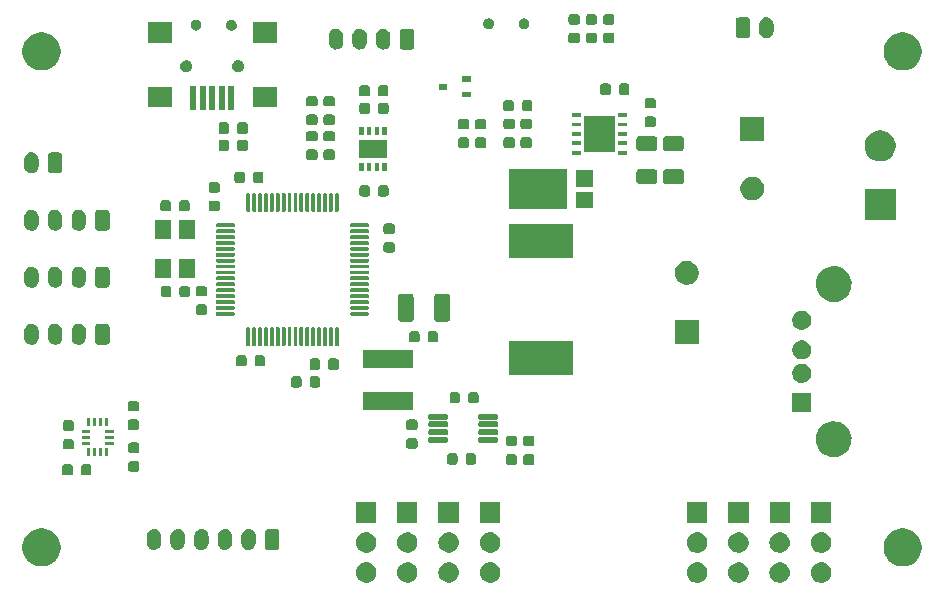
<source format=gts>
G04 #@! TF.GenerationSoftware,KiCad,Pcbnew,5.99.0-unknown-a5c7d45~86~ubuntu18.04.1*
G04 #@! TF.CreationDate,2020-01-09T21:59:45+01:00*
G04 #@! TF.ProjectId,v1,76312e6b-6963-4616-945f-706362585858,rev?*
G04 #@! TF.SameCoordinates,Original*
G04 #@! TF.FileFunction,Soldermask,Top*
G04 #@! TF.FilePolarity,Negative*
%FSLAX46Y46*%
G04 Gerber Fmt 4.6, Leading zero omitted, Abs format (unit mm)*
G04 Created by KiCad (PCBNEW 5.99.0-unknown-a5c7d45~86~ubuntu18.04.1) date 2020-01-09 21:59:45*
%MOMM*%
%LPD*%
G04 APERTURE LIST*
G04 APERTURE END LIST*
G36*
X193641289Y-116276545D02*
G01*
X193821260Y-116326794D01*
X193967435Y-116404517D01*
X193986244Y-116414518D01*
X194077340Y-116492047D01*
X194128539Y-116535621D01*
X194241511Y-116684455D01*
X194319887Y-116854078D01*
X194319887Y-116854079D01*
X194357813Y-117026573D01*
X194360011Y-117036573D01*
X194359338Y-117229429D01*
X194359333Y-117229451D01*
X194359333Y-117229453D01*
X194340394Y-117312811D01*
X194317941Y-117411640D01*
X194238382Y-117580710D01*
X194124374Y-117728753D01*
X193981235Y-117848861D01*
X193815644Y-117935429D01*
X193635327Y-117984421D01*
X193448696Y-117993548D01*
X193264458Y-117962387D01*
X193091210Y-117892390D01*
X192937034Y-117786824D01*
X192852703Y-117697020D01*
X192809124Y-117650614D01*
X192713446Y-117490113D01*
X192654467Y-117312814D01*
X192654466Y-117312811D01*
X192634934Y-117126980D01*
X192655763Y-116941291D01*
X192659168Y-116931290D01*
X192715979Y-116764406D01*
X192715979Y-116764405D01*
X192812775Y-116604577D01*
X192941633Y-116469262D01*
X193096542Y-116364775D01*
X193270275Y-116295989D01*
X193454726Y-116266115D01*
X193641289Y-116276545D01*
G37*
G36*
X197141289Y-116276545D02*
G01*
X197321260Y-116326794D01*
X197467435Y-116404517D01*
X197486244Y-116414518D01*
X197577340Y-116492047D01*
X197628539Y-116535621D01*
X197741511Y-116684455D01*
X197819887Y-116854078D01*
X197819887Y-116854079D01*
X197857813Y-117026573D01*
X197860011Y-117036573D01*
X197859338Y-117229429D01*
X197859333Y-117229451D01*
X197859333Y-117229453D01*
X197840394Y-117312811D01*
X197817941Y-117411640D01*
X197738382Y-117580710D01*
X197624374Y-117728753D01*
X197481235Y-117848861D01*
X197315644Y-117935429D01*
X197135327Y-117984421D01*
X196948696Y-117993548D01*
X196764458Y-117962387D01*
X196591210Y-117892390D01*
X196437034Y-117786824D01*
X196352703Y-117697020D01*
X196309124Y-117650614D01*
X196213446Y-117490113D01*
X196154467Y-117312814D01*
X196154466Y-117312811D01*
X196134934Y-117126980D01*
X196155763Y-116941291D01*
X196159168Y-116931290D01*
X196215979Y-116764406D01*
X196215979Y-116764405D01*
X196312775Y-116604577D01*
X196441633Y-116469262D01*
X196596542Y-116364775D01*
X196770275Y-116295989D01*
X196954726Y-116266115D01*
X197141289Y-116276545D01*
G37*
G36*
X204141289Y-116276545D02*
G01*
X204321260Y-116326794D01*
X204467435Y-116404517D01*
X204486244Y-116414518D01*
X204577340Y-116492047D01*
X204628539Y-116535621D01*
X204741511Y-116684455D01*
X204819887Y-116854078D01*
X204819887Y-116854079D01*
X204857813Y-117026573D01*
X204860011Y-117036573D01*
X204859338Y-117229429D01*
X204859333Y-117229451D01*
X204859333Y-117229453D01*
X204840394Y-117312811D01*
X204817941Y-117411640D01*
X204738382Y-117580710D01*
X204624374Y-117728753D01*
X204481235Y-117848861D01*
X204315644Y-117935429D01*
X204135327Y-117984421D01*
X203948696Y-117993548D01*
X203764458Y-117962387D01*
X203591210Y-117892390D01*
X203437034Y-117786824D01*
X203352703Y-117697020D01*
X203309124Y-117650614D01*
X203213446Y-117490113D01*
X203154467Y-117312814D01*
X203154466Y-117312811D01*
X203134934Y-117126980D01*
X203155763Y-116941291D01*
X203159168Y-116931290D01*
X203215979Y-116764406D01*
X203215979Y-116764405D01*
X203312775Y-116604577D01*
X203441633Y-116469262D01*
X203596542Y-116364775D01*
X203770275Y-116295989D01*
X203954726Y-116266115D01*
X204141289Y-116276545D01*
G37*
G36*
X200641289Y-116276545D02*
G01*
X200821260Y-116326794D01*
X200967435Y-116404517D01*
X200986244Y-116414518D01*
X201077340Y-116492047D01*
X201128539Y-116535621D01*
X201241511Y-116684455D01*
X201319887Y-116854078D01*
X201319887Y-116854079D01*
X201357813Y-117026573D01*
X201360011Y-117036573D01*
X201359338Y-117229429D01*
X201359333Y-117229451D01*
X201359333Y-117229453D01*
X201340394Y-117312811D01*
X201317941Y-117411640D01*
X201238382Y-117580710D01*
X201124374Y-117728753D01*
X200981235Y-117848861D01*
X200815644Y-117935429D01*
X200635327Y-117984421D01*
X200448696Y-117993548D01*
X200264458Y-117962387D01*
X200091210Y-117892390D01*
X199937034Y-117786824D01*
X199852703Y-117697020D01*
X199809124Y-117650614D01*
X199713446Y-117490113D01*
X199654467Y-117312814D01*
X199654466Y-117312811D01*
X199634934Y-117126980D01*
X199655763Y-116941291D01*
X199659168Y-116931290D01*
X199715979Y-116764406D01*
X199715979Y-116764405D01*
X199812775Y-116604577D01*
X199941633Y-116469262D01*
X200096542Y-116364775D01*
X200270275Y-116295989D01*
X200454726Y-116266115D01*
X200641289Y-116276545D01*
G37*
G36*
X176111289Y-116266545D02*
G01*
X176291260Y-116316794D01*
X176446404Y-116399286D01*
X176456244Y-116404518D01*
X176559090Y-116492047D01*
X176598539Y-116525621D01*
X176711511Y-116674455D01*
X176789887Y-116844078D01*
X176830011Y-117026573D01*
X176829338Y-117219429D01*
X176787941Y-117401640D01*
X176708382Y-117570710D01*
X176594374Y-117718753D01*
X176451235Y-117838861D01*
X176285644Y-117925429D01*
X176105327Y-117974421D01*
X175918696Y-117983548D01*
X175734458Y-117952387D01*
X175561210Y-117882390D01*
X175407034Y-117776824D01*
X175322703Y-117687020D01*
X175279124Y-117640614D01*
X175183446Y-117480113D01*
X175124467Y-117302814D01*
X175124466Y-117302811D01*
X175104934Y-117116980D01*
X175125763Y-116931291D01*
X175185979Y-116754405D01*
X175282775Y-116594577D01*
X175411633Y-116459262D01*
X175566542Y-116354775D01*
X175740275Y-116285989D01*
X175924726Y-116256115D01*
X176111289Y-116266545D01*
G37*
G36*
X172611289Y-116266545D02*
G01*
X172791260Y-116316794D01*
X172946404Y-116399286D01*
X172956244Y-116404518D01*
X173059090Y-116492047D01*
X173098539Y-116525621D01*
X173211511Y-116674455D01*
X173289887Y-116844078D01*
X173330011Y-117026573D01*
X173329338Y-117219429D01*
X173287941Y-117401640D01*
X173208382Y-117570710D01*
X173094374Y-117718753D01*
X172951235Y-117838861D01*
X172785644Y-117925429D01*
X172605327Y-117974421D01*
X172418696Y-117983548D01*
X172234458Y-117952387D01*
X172061210Y-117882390D01*
X171907034Y-117776824D01*
X171822703Y-117687020D01*
X171779124Y-117640614D01*
X171683446Y-117480113D01*
X171624467Y-117302814D01*
X171624466Y-117302811D01*
X171604934Y-117116980D01*
X171625763Y-116931291D01*
X171685979Y-116754405D01*
X171782775Y-116594577D01*
X171911633Y-116459262D01*
X172066542Y-116354775D01*
X172240275Y-116285989D01*
X172424726Y-116256115D01*
X172611289Y-116266545D01*
G37*
G36*
X165611289Y-116266545D02*
G01*
X165791260Y-116316794D01*
X165946404Y-116399286D01*
X165956244Y-116404518D01*
X166059090Y-116492047D01*
X166098539Y-116525621D01*
X166211511Y-116674455D01*
X166289887Y-116844078D01*
X166330011Y-117026573D01*
X166329338Y-117219429D01*
X166287941Y-117401640D01*
X166208382Y-117570710D01*
X166094374Y-117718753D01*
X165951235Y-117838861D01*
X165785644Y-117925429D01*
X165605327Y-117974421D01*
X165418696Y-117983548D01*
X165234458Y-117952387D01*
X165061210Y-117882390D01*
X164907034Y-117776824D01*
X164822703Y-117687020D01*
X164779124Y-117640614D01*
X164683446Y-117480113D01*
X164624467Y-117302814D01*
X164624466Y-117302811D01*
X164604934Y-117116980D01*
X164625763Y-116931291D01*
X164685979Y-116754405D01*
X164782775Y-116594577D01*
X164911633Y-116459262D01*
X165066542Y-116354775D01*
X165240275Y-116285989D01*
X165424726Y-116256115D01*
X165611289Y-116266545D01*
G37*
G36*
X169111289Y-116266545D02*
G01*
X169291260Y-116316794D01*
X169446404Y-116399286D01*
X169456244Y-116404518D01*
X169559090Y-116492047D01*
X169598539Y-116525621D01*
X169711511Y-116674455D01*
X169789887Y-116844078D01*
X169830011Y-117026573D01*
X169829338Y-117219429D01*
X169787941Y-117401640D01*
X169708382Y-117570710D01*
X169594374Y-117718753D01*
X169451235Y-117838861D01*
X169285644Y-117925429D01*
X169105327Y-117974421D01*
X168918696Y-117983548D01*
X168734458Y-117952387D01*
X168561210Y-117882390D01*
X168407034Y-117776824D01*
X168322703Y-117687020D01*
X168279124Y-117640614D01*
X168183446Y-117480113D01*
X168124467Y-117302814D01*
X168124466Y-117302811D01*
X168104934Y-117116980D01*
X168125763Y-116931291D01*
X168185979Y-116754405D01*
X168282775Y-116594577D01*
X168411633Y-116459262D01*
X168566542Y-116354775D01*
X168740275Y-116285989D01*
X168924726Y-116256115D01*
X169111289Y-116266545D01*
G37*
G36*
X138377011Y-113429643D02*
G01*
X138618022Y-113507953D01*
X138843823Y-113623004D01*
X139048846Y-113771962D01*
X139228038Y-113951154D01*
X139376996Y-114156177D01*
X139492047Y-114381978D01*
X139570357Y-114622989D01*
X139610000Y-114873290D01*
X139610000Y-115126710D01*
X139570357Y-115377011D01*
X139492047Y-115618022D01*
X139376996Y-115843823D01*
X139228038Y-116048846D01*
X139048846Y-116228038D01*
X138843823Y-116376996D01*
X138618022Y-116492047D01*
X138377011Y-116570357D01*
X138126710Y-116610000D01*
X137873290Y-116610000D01*
X137622989Y-116570357D01*
X137381978Y-116492047D01*
X137156177Y-116376996D01*
X136951154Y-116228038D01*
X136771962Y-116048846D01*
X136623004Y-115843823D01*
X136507953Y-115618022D01*
X136429643Y-115377011D01*
X136390000Y-115126710D01*
X136390000Y-114873290D01*
X136429643Y-114622989D01*
X136507953Y-114381978D01*
X136623004Y-114156177D01*
X136771962Y-113951154D01*
X136951154Y-113771962D01*
X137156177Y-113623004D01*
X137381978Y-113507953D01*
X137622989Y-113429643D01*
X137873290Y-113390000D01*
X138126710Y-113390000D01*
X138377011Y-113429643D01*
G37*
G36*
X211297011Y-113429643D02*
G01*
X211538022Y-113507953D01*
X211763823Y-113623004D01*
X211968846Y-113771962D01*
X212148038Y-113951154D01*
X212296996Y-114156177D01*
X212412047Y-114381978D01*
X212490357Y-114622989D01*
X212530000Y-114873290D01*
X212530000Y-115126710D01*
X212490357Y-115377011D01*
X212412047Y-115618022D01*
X212296996Y-115843823D01*
X212148038Y-116048846D01*
X211968846Y-116228038D01*
X211763823Y-116376996D01*
X211538022Y-116492047D01*
X211297011Y-116570357D01*
X211046710Y-116610000D01*
X210793290Y-116610000D01*
X210542989Y-116570357D01*
X210301978Y-116492047D01*
X210076177Y-116376996D01*
X209871154Y-116228038D01*
X209691962Y-116048846D01*
X209543004Y-115843823D01*
X209427953Y-115618022D01*
X209349643Y-115377011D01*
X209310000Y-115126710D01*
X209310000Y-114873290D01*
X209349643Y-114622989D01*
X209427953Y-114381978D01*
X209543004Y-114156177D01*
X209691962Y-113951154D01*
X209871154Y-113771962D01*
X210076177Y-113623004D01*
X210301978Y-113507953D01*
X210542989Y-113429643D01*
X210793290Y-113390000D01*
X211046710Y-113390000D01*
X211297011Y-113429643D01*
G37*
G36*
X197141289Y-113736545D02*
G01*
X197321260Y-113786794D01*
X197467435Y-113864517D01*
X197486244Y-113874518D01*
X197576293Y-113951156D01*
X197628539Y-113995621D01*
X197741511Y-114144455D01*
X197819887Y-114314078D01*
X197819887Y-114314079D01*
X197857813Y-114486573D01*
X197860011Y-114496573D01*
X197859338Y-114689429D01*
X197859333Y-114689451D01*
X197859333Y-114689453D01*
X197840394Y-114772811D01*
X197817941Y-114871640D01*
X197738382Y-115040710D01*
X197624374Y-115188753D01*
X197481235Y-115308861D01*
X197315644Y-115395429D01*
X197135327Y-115444421D01*
X196948696Y-115453548D01*
X196764458Y-115422387D01*
X196591210Y-115352390D01*
X196437034Y-115246824D01*
X196352703Y-115157020D01*
X196309124Y-115110614D01*
X196213446Y-114950113D01*
X196154467Y-114772814D01*
X196154466Y-114772811D01*
X196134934Y-114586980D01*
X196155763Y-114401291D01*
X196159168Y-114391290D01*
X196215979Y-114224406D01*
X196215979Y-114224405D01*
X196312775Y-114064577D01*
X196441633Y-113929262D01*
X196596542Y-113824775D01*
X196770275Y-113755989D01*
X196954726Y-113726115D01*
X197141289Y-113736545D01*
G37*
G36*
X200641289Y-113736545D02*
G01*
X200821260Y-113786794D01*
X200967435Y-113864517D01*
X200986244Y-113874518D01*
X201076293Y-113951156D01*
X201128539Y-113995621D01*
X201241511Y-114144455D01*
X201319887Y-114314078D01*
X201319887Y-114314079D01*
X201357813Y-114486573D01*
X201360011Y-114496573D01*
X201359338Y-114689429D01*
X201359333Y-114689451D01*
X201359333Y-114689453D01*
X201340394Y-114772811D01*
X201317941Y-114871640D01*
X201238382Y-115040710D01*
X201124374Y-115188753D01*
X200981235Y-115308861D01*
X200815644Y-115395429D01*
X200635327Y-115444421D01*
X200448696Y-115453548D01*
X200264458Y-115422387D01*
X200091210Y-115352390D01*
X199937034Y-115246824D01*
X199852703Y-115157020D01*
X199809124Y-115110614D01*
X199713446Y-114950113D01*
X199654467Y-114772814D01*
X199654466Y-114772811D01*
X199634934Y-114586980D01*
X199655763Y-114401291D01*
X199659168Y-114391290D01*
X199715979Y-114224406D01*
X199715979Y-114224405D01*
X199812775Y-114064577D01*
X199941633Y-113929262D01*
X200096542Y-113824775D01*
X200270275Y-113755989D01*
X200454726Y-113726115D01*
X200641289Y-113736545D01*
G37*
G36*
X204141289Y-113736545D02*
G01*
X204321260Y-113786794D01*
X204467435Y-113864517D01*
X204486244Y-113874518D01*
X204576293Y-113951156D01*
X204628539Y-113995621D01*
X204741511Y-114144455D01*
X204819887Y-114314078D01*
X204819887Y-114314079D01*
X204857813Y-114486573D01*
X204860011Y-114496573D01*
X204859338Y-114689429D01*
X204859333Y-114689451D01*
X204859333Y-114689453D01*
X204840394Y-114772811D01*
X204817941Y-114871640D01*
X204738382Y-115040710D01*
X204624374Y-115188753D01*
X204481235Y-115308861D01*
X204315644Y-115395429D01*
X204135327Y-115444421D01*
X203948696Y-115453548D01*
X203764458Y-115422387D01*
X203591210Y-115352390D01*
X203437034Y-115246824D01*
X203352703Y-115157020D01*
X203309124Y-115110614D01*
X203213446Y-114950113D01*
X203154467Y-114772814D01*
X203154466Y-114772811D01*
X203134934Y-114586980D01*
X203155763Y-114401291D01*
X203159168Y-114391290D01*
X203215979Y-114224406D01*
X203215979Y-114224405D01*
X203312775Y-114064577D01*
X203441633Y-113929262D01*
X203596542Y-113824775D01*
X203770275Y-113755989D01*
X203954726Y-113726115D01*
X204141289Y-113736545D01*
G37*
G36*
X193641289Y-113736545D02*
G01*
X193821260Y-113786794D01*
X193967435Y-113864517D01*
X193986244Y-113874518D01*
X194076293Y-113951156D01*
X194128539Y-113995621D01*
X194241511Y-114144455D01*
X194319887Y-114314078D01*
X194319887Y-114314079D01*
X194357813Y-114486573D01*
X194360011Y-114496573D01*
X194359338Y-114689429D01*
X194359333Y-114689451D01*
X194359333Y-114689453D01*
X194340394Y-114772811D01*
X194317941Y-114871640D01*
X194238382Y-115040710D01*
X194124374Y-115188753D01*
X193981235Y-115308861D01*
X193815644Y-115395429D01*
X193635327Y-115444421D01*
X193448696Y-115453548D01*
X193264458Y-115422387D01*
X193091210Y-115352390D01*
X192937034Y-115246824D01*
X192852703Y-115157020D01*
X192809124Y-115110614D01*
X192713446Y-114950113D01*
X192654467Y-114772814D01*
X192654466Y-114772811D01*
X192634934Y-114586980D01*
X192655763Y-114401291D01*
X192659168Y-114391290D01*
X192715979Y-114224406D01*
X192715979Y-114224405D01*
X192812775Y-114064577D01*
X192941633Y-113929262D01*
X193096542Y-113824775D01*
X193270275Y-113755989D01*
X193454726Y-113726115D01*
X193641289Y-113736545D01*
G37*
G36*
X169111289Y-113726545D02*
G01*
X169291260Y-113776794D01*
X169388803Y-113828659D01*
X169456244Y-113864518D01*
X169558043Y-113951156D01*
X169598539Y-113985621D01*
X169711511Y-114134455D01*
X169789887Y-114304078D01*
X169830011Y-114486573D01*
X169829338Y-114679429D01*
X169787941Y-114861640D01*
X169708382Y-115030710D01*
X169594374Y-115178753D01*
X169451235Y-115298861D01*
X169285644Y-115385429D01*
X169105327Y-115434421D01*
X168918696Y-115443548D01*
X168734458Y-115412387D01*
X168561210Y-115342390D01*
X168407034Y-115236824D01*
X168305514Y-115128716D01*
X168279124Y-115100614D01*
X168183446Y-114940113D01*
X168124467Y-114762814D01*
X168124466Y-114762811D01*
X168104934Y-114576980D01*
X168125763Y-114391291D01*
X168185979Y-114214405D01*
X168282775Y-114054577D01*
X168411633Y-113919262D01*
X168566542Y-113814775D01*
X168740275Y-113745989D01*
X168924726Y-113716115D01*
X169111289Y-113726545D01*
G37*
G36*
X172611289Y-113726545D02*
G01*
X172791260Y-113776794D01*
X172888803Y-113828659D01*
X172956244Y-113864518D01*
X173058043Y-113951156D01*
X173098539Y-113985621D01*
X173211511Y-114134455D01*
X173289887Y-114304078D01*
X173330011Y-114486573D01*
X173329338Y-114679429D01*
X173287941Y-114861640D01*
X173208382Y-115030710D01*
X173094374Y-115178753D01*
X172951235Y-115298861D01*
X172785644Y-115385429D01*
X172605327Y-115434421D01*
X172418696Y-115443548D01*
X172234458Y-115412387D01*
X172061210Y-115342390D01*
X171907034Y-115236824D01*
X171805514Y-115128716D01*
X171779124Y-115100614D01*
X171683446Y-114940113D01*
X171624467Y-114762814D01*
X171624466Y-114762811D01*
X171604934Y-114576980D01*
X171625763Y-114391291D01*
X171685979Y-114214405D01*
X171782775Y-114054577D01*
X171911633Y-113919262D01*
X172066542Y-113814775D01*
X172240275Y-113745989D01*
X172424726Y-113716115D01*
X172611289Y-113726545D01*
G37*
G36*
X165611289Y-113726545D02*
G01*
X165791260Y-113776794D01*
X165888803Y-113828659D01*
X165956244Y-113864518D01*
X166058043Y-113951156D01*
X166098539Y-113985621D01*
X166211511Y-114134455D01*
X166289887Y-114304078D01*
X166330011Y-114486573D01*
X166329338Y-114679429D01*
X166287941Y-114861640D01*
X166208382Y-115030710D01*
X166094374Y-115178753D01*
X165951235Y-115298861D01*
X165785644Y-115385429D01*
X165605327Y-115434421D01*
X165418696Y-115443548D01*
X165234458Y-115412387D01*
X165061210Y-115342390D01*
X164907034Y-115236824D01*
X164805514Y-115128716D01*
X164779124Y-115100614D01*
X164683446Y-114940113D01*
X164624467Y-114762814D01*
X164624466Y-114762811D01*
X164604934Y-114576980D01*
X164625763Y-114391291D01*
X164685979Y-114214405D01*
X164782775Y-114054577D01*
X164911633Y-113919262D01*
X165066542Y-113814775D01*
X165240275Y-113745989D01*
X165424726Y-113716115D01*
X165611289Y-113726545D01*
G37*
G36*
X176111289Y-113726545D02*
G01*
X176291260Y-113776794D01*
X176388803Y-113828659D01*
X176456244Y-113864518D01*
X176558043Y-113951156D01*
X176598539Y-113985621D01*
X176711511Y-114134455D01*
X176789887Y-114304078D01*
X176830011Y-114486573D01*
X176829338Y-114679429D01*
X176787941Y-114861640D01*
X176708382Y-115030710D01*
X176594374Y-115178753D01*
X176451235Y-115298861D01*
X176285644Y-115385429D01*
X176105327Y-115434421D01*
X175918696Y-115443548D01*
X175734458Y-115412387D01*
X175561210Y-115342390D01*
X175407034Y-115236824D01*
X175305514Y-115128716D01*
X175279124Y-115100614D01*
X175183446Y-114940113D01*
X175124467Y-114762814D01*
X175124466Y-114762811D01*
X175104934Y-114576980D01*
X175125763Y-114391291D01*
X175185979Y-114214405D01*
X175282775Y-114054577D01*
X175411633Y-113919262D01*
X175566542Y-113814775D01*
X175740275Y-113745989D01*
X175924726Y-113716115D01*
X176111289Y-113726545D01*
G37*
G36*
X153719998Y-113470245D02*
G01*
X153859452Y-113535867D01*
X153978205Y-113634108D01*
X154066756Y-113755989D01*
X154068796Y-113758797D01*
X154125532Y-113902094D01*
X154137347Y-113995621D01*
X154140000Y-114016625D01*
X154140000Y-114630414D01*
X154101671Y-114831341D01*
X154101478Y-114831692D01*
X154101478Y-114831693D01*
X154027422Y-114966400D01*
X153992999Y-115003056D01*
X153921919Y-115078749D01*
X153815901Y-115146029D01*
X153791789Y-115161331D01*
X153645211Y-115208957D01*
X153491396Y-115218635D01*
X153491393Y-115218635D01*
X153340002Y-115189755D01*
X153200548Y-115124133D01*
X153081795Y-115025892D01*
X152991205Y-114901204D01*
X152980153Y-114873290D01*
X152934468Y-114757905D01*
X152920000Y-114643376D01*
X152920000Y-114029586D01*
X152958329Y-113828659D01*
X153032579Y-113693601D01*
X153138082Y-113581251D01*
X153268211Y-113498669D01*
X153414789Y-113451043D01*
X153568604Y-113441365D01*
X153568607Y-113441365D01*
X153719998Y-113470245D01*
G37*
G36*
X151719998Y-113470245D02*
G01*
X151859452Y-113535867D01*
X151978205Y-113634108D01*
X152066756Y-113755989D01*
X152068796Y-113758797D01*
X152125532Y-113902094D01*
X152137347Y-113995621D01*
X152140000Y-114016625D01*
X152140000Y-114630414D01*
X152101671Y-114831341D01*
X152101478Y-114831692D01*
X152101478Y-114831693D01*
X152027422Y-114966400D01*
X151992999Y-115003056D01*
X151921919Y-115078749D01*
X151815901Y-115146029D01*
X151791789Y-115161331D01*
X151645211Y-115208957D01*
X151491396Y-115218635D01*
X151491393Y-115218635D01*
X151340002Y-115189755D01*
X151200548Y-115124133D01*
X151081795Y-115025892D01*
X150991205Y-114901204D01*
X150980153Y-114873290D01*
X150934468Y-114757905D01*
X150920000Y-114643376D01*
X150920000Y-114029586D01*
X150958329Y-113828659D01*
X151032579Y-113693601D01*
X151138082Y-113581251D01*
X151268211Y-113498669D01*
X151414789Y-113451043D01*
X151568604Y-113441365D01*
X151568607Y-113441365D01*
X151719998Y-113470245D01*
G37*
G36*
X155719998Y-113470245D02*
G01*
X155859452Y-113535867D01*
X155978205Y-113634108D01*
X156066756Y-113755989D01*
X156068796Y-113758797D01*
X156125532Y-113902094D01*
X156137347Y-113995621D01*
X156140000Y-114016625D01*
X156140000Y-114630414D01*
X156101671Y-114831341D01*
X156101478Y-114831692D01*
X156101478Y-114831693D01*
X156027422Y-114966400D01*
X155992999Y-115003056D01*
X155921919Y-115078749D01*
X155815901Y-115146029D01*
X155791789Y-115161331D01*
X155645211Y-115208957D01*
X155491396Y-115218635D01*
X155491393Y-115218635D01*
X155340002Y-115189755D01*
X155200548Y-115124133D01*
X155081795Y-115025892D01*
X154991205Y-114901204D01*
X154980153Y-114873290D01*
X154934468Y-114757905D01*
X154920000Y-114643376D01*
X154920000Y-114029586D01*
X154958329Y-113828659D01*
X155032579Y-113693601D01*
X155138082Y-113581251D01*
X155268211Y-113498669D01*
X155414789Y-113451043D01*
X155568604Y-113441365D01*
X155568607Y-113441365D01*
X155719998Y-113470245D01*
G37*
G36*
X149719998Y-113470245D02*
G01*
X149859452Y-113535867D01*
X149978205Y-113634108D01*
X150066756Y-113755989D01*
X150068796Y-113758797D01*
X150125532Y-113902094D01*
X150137347Y-113995621D01*
X150140000Y-114016625D01*
X150140000Y-114630414D01*
X150101671Y-114831341D01*
X150101478Y-114831692D01*
X150101478Y-114831693D01*
X150027422Y-114966400D01*
X149992999Y-115003056D01*
X149921919Y-115078749D01*
X149815901Y-115146029D01*
X149791789Y-115161331D01*
X149645211Y-115208957D01*
X149491396Y-115218635D01*
X149491393Y-115218635D01*
X149340002Y-115189755D01*
X149200548Y-115124133D01*
X149081795Y-115025892D01*
X148991205Y-114901204D01*
X148980153Y-114873290D01*
X148934468Y-114757905D01*
X148920000Y-114643376D01*
X148920000Y-114029586D01*
X148958329Y-113828659D01*
X149032579Y-113693601D01*
X149138082Y-113581251D01*
X149268211Y-113498669D01*
X149414789Y-113451043D01*
X149568604Y-113441365D01*
X149568607Y-113441365D01*
X149719998Y-113470245D01*
G37*
G36*
X147719998Y-113470245D02*
G01*
X147859452Y-113535867D01*
X147978205Y-113634108D01*
X148066756Y-113755989D01*
X148068796Y-113758797D01*
X148125532Y-113902094D01*
X148137347Y-113995621D01*
X148140000Y-114016625D01*
X148140000Y-114630414D01*
X148101671Y-114831341D01*
X148101478Y-114831692D01*
X148101478Y-114831693D01*
X148027422Y-114966400D01*
X147992999Y-115003056D01*
X147921919Y-115078749D01*
X147815901Y-115146029D01*
X147791789Y-115161331D01*
X147645211Y-115208957D01*
X147491396Y-115218635D01*
X147491393Y-115218635D01*
X147340002Y-115189755D01*
X147200548Y-115124133D01*
X147081795Y-115025892D01*
X146991205Y-114901204D01*
X146980153Y-114873290D01*
X146934468Y-114757905D01*
X146920000Y-114643376D01*
X146920000Y-114029586D01*
X146958329Y-113828659D01*
X147032579Y-113693601D01*
X147138082Y-113581251D01*
X147268211Y-113498669D01*
X147414789Y-113451043D01*
X147568604Y-113441365D01*
X147568607Y-113441365D01*
X147719998Y-113470245D01*
G37*
G36*
X157970875Y-113462679D02*
G01*
X157973671Y-113464410D01*
X157976550Y-113464983D01*
X158001229Y-113481473D01*
X158053716Y-113513971D01*
X158057638Y-113519164D01*
X158062552Y-113522448D01*
X158081256Y-113550440D01*
X158112248Y-113591481D01*
X158114187Y-113599725D01*
X158120017Y-113608450D01*
X158140196Y-113709897D01*
X158140196Y-113710305D01*
X158140441Y-113711347D01*
X158140441Y-114948945D01*
X158122321Y-115045875D01*
X158120590Y-115048671D01*
X158120017Y-115051550D01*
X158103527Y-115076229D01*
X158071029Y-115128716D01*
X158065836Y-115132638D01*
X158062552Y-115137552D01*
X158034560Y-115156256D01*
X157993519Y-115187248D01*
X157985275Y-115189187D01*
X157976550Y-115195017D01*
X157875103Y-115215196D01*
X157874695Y-115215196D01*
X157873653Y-115215441D01*
X157186055Y-115215441D01*
X157089125Y-115197321D01*
X157086329Y-115195590D01*
X157083450Y-115195017D01*
X157058771Y-115178527D01*
X157006284Y-115146029D01*
X157002362Y-115140836D01*
X156997448Y-115137552D01*
X156978744Y-115109560D01*
X156947752Y-115068519D01*
X156945813Y-115060275D01*
X156939983Y-115051550D01*
X156919804Y-114950103D01*
X156919804Y-114949695D01*
X156919559Y-114948653D01*
X156919559Y-113711055D01*
X156937679Y-113614125D01*
X156939410Y-113611329D01*
X156939983Y-113608450D01*
X156956473Y-113583771D01*
X156988971Y-113531284D01*
X156994164Y-113527362D01*
X156997448Y-113522448D01*
X157025440Y-113503744D01*
X157066481Y-113472752D01*
X157074725Y-113470813D01*
X157083450Y-113464983D01*
X157184897Y-113444804D01*
X157185305Y-113444804D01*
X157186347Y-113444559D01*
X157873945Y-113444559D01*
X157970875Y-113462679D01*
G37*
G36*
X197853903Y-111190580D02*
G01*
X197857210Y-111192790D01*
X197859420Y-111196097D01*
X197860441Y-111201231D01*
X197860441Y-112898769D01*
X197859420Y-112903903D01*
X197857210Y-112907210D01*
X197853903Y-112909420D01*
X197848769Y-112910441D01*
X196151231Y-112910441D01*
X196146097Y-112909420D01*
X196142790Y-112907210D01*
X196140580Y-112903903D01*
X196139559Y-112898769D01*
X196139559Y-111201231D01*
X196140580Y-111196097D01*
X196142790Y-111192790D01*
X196146097Y-111190580D01*
X196151231Y-111189559D01*
X197848769Y-111189559D01*
X197853903Y-111190580D01*
G37*
G36*
X204853903Y-111190580D02*
G01*
X204857210Y-111192790D01*
X204859420Y-111196097D01*
X204860441Y-111201231D01*
X204860441Y-112898769D01*
X204859420Y-112903903D01*
X204857210Y-112907210D01*
X204853903Y-112909420D01*
X204848769Y-112910441D01*
X203151231Y-112910441D01*
X203146097Y-112909420D01*
X203142790Y-112907210D01*
X203140580Y-112903903D01*
X203139559Y-112898769D01*
X203139559Y-111201231D01*
X203140580Y-111196097D01*
X203142790Y-111192790D01*
X203146097Y-111190580D01*
X203151231Y-111189559D01*
X204848769Y-111189559D01*
X204853903Y-111190580D01*
G37*
G36*
X194353903Y-111190580D02*
G01*
X194357210Y-111192790D01*
X194359420Y-111196097D01*
X194360441Y-111201231D01*
X194360441Y-112898769D01*
X194359420Y-112903903D01*
X194357210Y-112907210D01*
X194353903Y-112909420D01*
X194348769Y-112910441D01*
X192651231Y-112910441D01*
X192646097Y-112909420D01*
X192642790Y-112907210D01*
X192640580Y-112903903D01*
X192639559Y-112898769D01*
X192639559Y-111201231D01*
X192640580Y-111196097D01*
X192642790Y-111192790D01*
X192646097Y-111190580D01*
X192651231Y-111189559D01*
X194348769Y-111189559D01*
X194353903Y-111190580D01*
G37*
G36*
X201353903Y-111190580D02*
G01*
X201357210Y-111192790D01*
X201359420Y-111196097D01*
X201360441Y-111201231D01*
X201360441Y-112898769D01*
X201359420Y-112903903D01*
X201357210Y-112907210D01*
X201353903Y-112909420D01*
X201348769Y-112910441D01*
X199651231Y-112910441D01*
X199646097Y-112909420D01*
X199642790Y-112907210D01*
X199640580Y-112903903D01*
X199639559Y-112898769D01*
X199639559Y-111201231D01*
X199640580Y-111196097D01*
X199642790Y-111192790D01*
X199646097Y-111190580D01*
X199651231Y-111189559D01*
X201348769Y-111189559D01*
X201353903Y-111190580D01*
G37*
G36*
X166323903Y-111180580D02*
G01*
X166327210Y-111182790D01*
X166329420Y-111186097D01*
X166330441Y-111191231D01*
X166330441Y-112888769D01*
X166329420Y-112893903D01*
X166327210Y-112897210D01*
X166323903Y-112899420D01*
X166318769Y-112900441D01*
X164621231Y-112900441D01*
X164616097Y-112899420D01*
X164612790Y-112897210D01*
X164610580Y-112893903D01*
X164609559Y-112888769D01*
X164609559Y-111191231D01*
X164610580Y-111186097D01*
X164612790Y-111182790D01*
X164616097Y-111180580D01*
X164621231Y-111179559D01*
X166318769Y-111179559D01*
X166323903Y-111180580D01*
G37*
G36*
X176823903Y-111180580D02*
G01*
X176827210Y-111182790D01*
X176829420Y-111186097D01*
X176830441Y-111191231D01*
X176830441Y-112888769D01*
X176829420Y-112893903D01*
X176827210Y-112897210D01*
X176823903Y-112899420D01*
X176818769Y-112900441D01*
X175121231Y-112900441D01*
X175116097Y-112899420D01*
X175112790Y-112897210D01*
X175110580Y-112893903D01*
X175109559Y-112888769D01*
X175109559Y-111191231D01*
X175110580Y-111186097D01*
X175112790Y-111182790D01*
X175116097Y-111180580D01*
X175121231Y-111179559D01*
X176818769Y-111179559D01*
X176823903Y-111180580D01*
G37*
G36*
X173323903Y-111180580D02*
G01*
X173327210Y-111182790D01*
X173329420Y-111186097D01*
X173330441Y-111191231D01*
X173330441Y-112888769D01*
X173329420Y-112893903D01*
X173327210Y-112897210D01*
X173323903Y-112899420D01*
X173318769Y-112900441D01*
X171621231Y-112900441D01*
X171616097Y-112899420D01*
X171612790Y-112897210D01*
X171610580Y-112893903D01*
X171609559Y-112888769D01*
X171609559Y-111191231D01*
X171610580Y-111186097D01*
X171612790Y-111182790D01*
X171616097Y-111180580D01*
X171621231Y-111179559D01*
X173318769Y-111179559D01*
X173323903Y-111180580D01*
G37*
G36*
X169823903Y-111180580D02*
G01*
X169827210Y-111182790D01*
X169829420Y-111186097D01*
X169830441Y-111191231D01*
X169830441Y-112888769D01*
X169829420Y-112893903D01*
X169827210Y-112897210D01*
X169823903Y-112899420D01*
X169818769Y-112900441D01*
X168121231Y-112900441D01*
X168116097Y-112899420D01*
X168112790Y-112897210D01*
X168110580Y-112893903D01*
X168109559Y-112888769D01*
X168109559Y-111191231D01*
X168110580Y-111186097D01*
X168112790Y-111182790D01*
X168116097Y-111180580D01*
X168121231Y-111179559D01*
X169818769Y-111179559D01*
X169823903Y-111180580D01*
G37*
G36*
X142014990Y-107939384D02*
G01*
X142081219Y-107952558D01*
X142156884Y-108003116D01*
X142207442Y-108078781D01*
X142207442Y-108078782D01*
X142225441Y-108169266D01*
X142225441Y-108670734D01*
X142225196Y-108671965D01*
X142207442Y-108761219D01*
X142156884Y-108836884D01*
X142081219Y-108887442D01*
X142027328Y-108898162D01*
X141990734Y-108905441D01*
X141564266Y-108905441D01*
X141527672Y-108898162D01*
X141473781Y-108887442D01*
X141398116Y-108836884D01*
X141347558Y-108761219D01*
X141329804Y-108671965D01*
X141329559Y-108670734D01*
X141329559Y-108169266D01*
X141347558Y-108078782D01*
X141347558Y-108078781D01*
X141398116Y-108003116D01*
X141473781Y-107952558D01*
X141540010Y-107939384D01*
X141564266Y-107934559D01*
X141990734Y-107934559D01*
X142014990Y-107939384D01*
G37*
G36*
X140439990Y-107939384D02*
G01*
X140506219Y-107952558D01*
X140581884Y-108003116D01*
X140632442Y-108078781D01*
X140632442Y-108078782D01*
X140650441Y-108169266D01*
X140650441Y-108670734D01*
X140650196Y-108671965D01*
X140632442Y-108761219D01*
X140581884Y-108836884D01*
X140506219Y-108887442D01*
X140452328Y-108898162D01*
X140415734Y-108905441D01*
X139989266Y-108905441D01*
X139952672Y-108898162D01*
X139898781Y-108887442D01*
X139823116Y-108836884D01*
X139772558Y-108761219D01*
X139754804Y-108671965D01*
X139754559Y-108670734D01*
X139754559Y-108169266D01*
X139772558Y-108078782D01*
X139772558Y-108078781D01*
X139823116Y-108003116D01*
X139898781Y-107952558D01*
X139965010Y-107939384D01*
X139989266Y-107934559D01*
X140415734Y-107934559D01*
X140439990Y-107939384D01*
G37*
G36*
X146087328Y-107696838D02*
G01*
X146141219Y-107707558D01*
X146216884Y-107758116D01*
X146267442Y-107833781D01*
X146267442Y-107833782D01*
X146285441Y-107924266D01*
X146285441Y-108350734D01*
X146285196Y-108351965D01*
X146267442Y-108441219D01*
X146216884Y-108516884D01*
X146141219Y-108567442D01*
X146087328Y-108578162D01*
X146050734Y-108585441D01*
X145549266Y-108585441D01*
X145512672Y-108578162D01*
X145458781Y-108567442D01*
X145383116Y-108516884D01*
X145332558Y-108441219D01*
X145314804Y-108351965D01*
X145314559Y-108350734D01*
X145314559Y-107924266D01*
X145332558Y-107833782D01*
X145332558Y-107833781D01*
X145383116Y-107758116D01*
X145458781Y-107707558D01*
X145512672Y-107696838D01*
X145549266Y-107689559D01*
X146050734Y-107689559D01*
X146087328Y-107696838D01*
G37*
G36*
X179537328Y-107119338D02*
G01*
X179591219Y-107130058D01*
X179666884Y-107180616D01*
X179717442Y-107256281D01*
X179717442Y-107256282D01*
X179735441Y-107346766D01*
X179735441Y-107773234D01*
X179735196Y-107774465D01*
X179717442Y-107863719D01*
X179666884Y-107939384D01*
X179591219Y-107989942D01*
X179563574Y-107995441D01*
X179500734Y-108007941D01*
X178999266Y-108007941D01*
X178936426Y-107995441D01*
X178908781Y-107989942D01*
X178833116Y-107939384D01*
X178782558Y-107863719D01*
X178764804Y-107774465D01*
X178764559Y-107773234D01*
X178764559Y-107346766D01*
X178782558Y-107256282D01*
X178782558Y-107256281D01*
X178833116Y-107180616D01*
X178908781Y-107130058D01*
X178962672Y-107119338D01*
X178999266Y-107112059D01*
X179500734Y-107112059D01*
X179537328Y-107119338D01*
G37*
G36*
X178077328Y-107119338D02*
G01*
X178131219Y-107130058D01*
X178206884Y-107180616D01*
X178257442Y-107256281D01*
X178257442Y-107256282D01*
X178275441Y-107346766D01*
X178275441Y-107773234D01*
X178275196Y-107774465D01*
X178257442Y-107863719D01*
X178206884Y-107939384D01*
X178131219Y-107989942D01*
X178103574Y-107995441D01*
X178040734Y-108007941D01*
X177539266Y-108007941D01*
X177476426Y-107995441D01*
X177448781Y-107989942D01*
X177373116Y-107939384D01*
X177322558Y-107863719D01*
X177304804Y-107774465D01*
X177304559Y-107773234D01*
X177304559Y-107346766D01*
X177322558Y-107256282D01*
X177322558Y-107256281D01*
X177373116Y-107180616D01*
X177448781Y-107130058D01*
X177502672Y-107119338D01*
X177539266Y-107112059D01*
X178040734Y-107112059D01*
X178077328Y-107119338D01*
G37*
G36*
X174599828Y-107031838D02*
G01*
X174653719Y-107042558D01*
X174729384Y-107093116D01*
X174779942Y-107168781D01*
X174779942Y-107168782D01*
X174797941Y-107259266D01*
X174797941Y-107760734D01*
X174795210Y-107774465D01*
X174779942Y-107851219D01*
X174729384Y-107926884D01*
X174653719Y-107977442D01*
X174599828Y-107988162D01*
X174563234Y-107995441D01*
X174136766Y-107995441D01*
X174100172Y-107988162D01*
X174046281Y-107977442D01*
X173970616Y-107926884D01*
X173920058Y-107851219D01*
X173904790Y-107774465D01*
X173902059Y-107760734D01*
X173902059Y-107259266D01*
X173920058Y-107168782D01*
X173920058Y-107168781D01*
X173970616Y-107093116D01*
X174046281Y-107042558D01*
X174100172Y-107031838D01*
X174136766Y-107024559D01*
X174563234Y-107024559D01*
X174599828Y-107031838D01*
G37*
G36*
X173024828Y-107031838D02*
G01*
X173078719Y-107042558D01*
X173154384Y-107093116D01*
X173204942Y-107168781D01*
X173204942Y-107168782D01*
X173222941Y-107259266D01*
X173222941Y-107760734D01*
X173220210Y-107774465D01*
X173204942Y-107851219D01*
X173154384Y-107926884D01*
X173078719Y-107977442D01*
X173024828Y-107988162D01*
X172988234Y-107995441D01*
X172561766Y-107995441D01*
X172525172Y-107988162D01*
X172471281Y-107977442D01*
X172395616Y-107926884D01*
X172345058Y-107851219D01*
X172329790Y-107774465D01*
X172327059Y-107760734D01*
X172327059Y-107259266D01*
X172345058Y-107168782D01*
X172345058Y-107168781D01*
X172395616Y-107093116D01*
X172471281Y-107042558D01*
X172525172Y-107031838D01*
X172561766Y-107024559D01*
X172988234Y-107024559D01*
X173024828Y-107031838D01*
G37*
G36*
X205379794Y-104347101D02*
G01*
X205612893Y-104415706D01*
X205832031Y-104520700D01*
X206031560Y-104659376D01*
X206206356Y-104828174D01*
X206351906Y-105022735D01*
X206464486Y-105238080D01*
X206541184Y-105468644D01*
X206580023Y-105708441D01*
X206580023Y-105708450D01*
X206580032Y-105708506D01*
X206577157Y-105983091D01*
X206577146Y-105983151D01*
X206577146Y-105983153D01*
X206533293Y-106222089D01*
X206451781Y-106451000D01*
X206334721Y-106663931D01*
X206185124Y-106855408D01*
X206006837Y-107020503D01*
X205804443Y-107154973D01*
X205583159Y-107255352D01*
X205348671Y-107319061D01*
X205107013Y-107344460D01*
X204864397Y-107330896D01*
X204627083Y-107278719D01*
X204401158Y-107189269D01*
X204192441Y-107064848D01*
X204006300Y-106908658D01*
X203847525Y-106724716D01*
X203720203Y-106517756D01*
X203627607Y-106293102D01*
X203572121Y-106056534D01*
X203555171Y-105814136D01*
X203577194Y-105572142D01*
X203637621Y-105336797D01*
X203734903Y-105114124D01*
X203866531Y-104909880D01*
X204029122Y-104729303D01*
X204218492Y-104577046D01*
X204429772Y-104457022D01*
X204657519Y-104372324D01*
X204895883Y-104325127D01*
X205138721Y-104316646D01*
X205379794Y-104347101D01*
G37*
G36*
X142128903Y-106585580D02*
G01*
X142132210Y-106587790D01*
X142134420Y-106591097D01*
X142135441Y-106596231D01*
X142135441Y-107268769D01*
X142134420Y-107273903D01*
X142132210Y-107277210D01*
X142128903Y-107279420D01*
X142123769Y-107280441D01*
X141876231Y-107280441D01*
X141871097Y-107279420D01*
X141867790Y-107277210D01*
X141865580Y-107273903D01*
X141864559Y-107268769D01*
X141864559Y-106596231D01*
X141865580Y-106591097D01*
X141867790Y-106587790D01*
X141871097Y-106585580D01*
X141876231Y-106584559D01*
X142123769Y-106584559D01*
X142128903Y-106585580D01*
G37*
G36*
X143628903Y-106585580D02*
G01*
X143632210Y-106587790D01*
X143634420Y-106591097D01*
X143635441Y-106596231D01*
X143635441Y-107268769D01*
X143634420Y-107273903D01*
X143632210Y-107277210D01*
X143628903Y-107279420D01*
X143623769Y-107280441D01*
X143376231Y-107280441D01*
X143371097Y-107279420D01*
X143367790Y-107277210D01*
X143365580Y-107273903D01*
X143364559Y-107268769D01*
X143364559Y-106596231D01*
X143365580Y-106591097D01*
X143367790Y-106587790D01*
X143371097Y-106585580D01*
X143376231Y-106584559D01*
X143623769Y-106584559D01*
X143628903Y-106585580D01*
G37*
G36*
X143128903Y-106585580D02*
G01*
X143132210Y-106587790D01*
X143134420Y-106591097D01*
X143135441Y-106596231D01*
X143135441Y-107268769D01*
X143134420Y-107273903D01*
X143132210Y-107277210D01*
X143128903Y-107279420D01*
X143123769Y-107280441D01*
X142876231Y-107280441D01*
X142871097Y-107279420D01*
X142867790Y-107277210D01*
X142865580Y-107273903D01*
X142864559Y-107268769D01*
X142864559Y-106596231D01*
X142865580Y-106591097D01*
X142867790Y-106587790D01*
X142871097Y-106585580D01*
X142876231Y-106584559D01*
X143123769Y-106584559D01*
X143128903Y-106585580D01*
G37*
G36*
X142628903Y-106585580D02*
G01*
X142632210Y-106587790D01*
X142634420Y-106591097D01*
X142635441Y-106596231D01*
X142635441Y-107268769D01*
X142634420Y-107273903D01*
X142632210Y-107277210D01*
X142628903Y-107279420D01*
X142623769Y-107280441D01*
X142376231Y-107280441D01*
X142371097Y-107279420D01*
X142367790Y-107277210D01*
X142365580Y-107273903D01*
X142364559Y-107268769D01*
X142364559Y-106596231D01*
X142365580Y-106591097D01*
X142367790Y-106587790D01*
X142371097Y-106585580D01*
X142376231Y-106584559D01*
X142623769Y-106584559D01*
X142628903Y-106585580D01*
G37*
G36*
X146087328Y-106121838D02*
G01*
X146141219Y-106132558D01*
X146216884Y-106183116D01*
X146267442Y-106258781D01*
X146275423Y-106298902D01*
X146285441Y-106349266D01*
X146285441Y-106775734D01*
X146285196Y-106776965D01*
X146267442Y-106866219D01*
X146216884Y-106941884D01*
X146141219Y-106992442D01*
X146087328Y-107003162D01*
X146050734Y-107010441D01*
X145549266Y-107010441D01*
X145512672Y-107003162D01*
X145458781Y-106992442D01*
X145383116Y-106941884D01*
X145332558Y-106866219D01*
X145314804Y-106776965D01*
X145314559Y-106775734D01*
X145314559Y-106349266D01*
X145324577Y-106298902D01*
X145332558Y-106258781D01*
X145383116Y-106183116D01*
X145458781Y-106132558D01*
X145512672Y-106121838D01*
X145549266Y-106114559D01*
X146050734Y-106114559D01*
X146087328Y-106121838D01*
G37*
G36*
X140553743Y-105814136D02*
G01*
X140621219Y-105827558D01*
X140696884Y-105878116D01*
X140747442Y-105953781D01*
X140758162Y-106007672D01*
X140765441Y-106044266D01*
X140765441Y-106470734D01*
X140765196Y-106471965D01*
X140747442Y-106561219D01*
X140696884Y-106636884D01*
X140621219Y-106687442D01*
X140567328Y-106698162D01*
X140530734Y-106705441D01*
X140029266Y-106705441D01*
X139992672Y-106698162D01*
X139938781Y-106687442D01*
X139863116Y-106636884D01*
X139812558Y-106561219D01*
X139794804Y-106471965D01*
X139794559Y-106470734D01*
X139794559Y-106044266D01*
X139801838Y-106007672D01*
X139812558Y-105953781D01*
X139863116Y-105878116D01*
X139938781Y-105827558D01*
X140006257Y-105814136D01*
X140029266Y-105809559D01*
X140530734Y-105809559D01*
X140553743Y-105814136D01*
G37*
G36*
X169647328Y-105746838D02*
G01*
X169701219Y-105757558D01*
X169776884Y-105808116D01*
X169827442Y-105883781D01*
X169827442Y-105883782D01*
X169845441Y-105974266D01*
X169845441Y-106400734D01*
X169845196Y-106401965D01*
X169827442Y-106491219D01*
X169776884Y-106566884D01*
X169701219Y-106617442D01*
X169647328Y-106628162D01*
X169610734Y-106635441D01*
X169109266Y-106635441D01*
X169072672Y-106628162D01*
X169018781Y-106617442D01*
X168943116Y-106566884D01*
X168892558Y-106491219D01*
X168874804Y-106401965D01*
X168874559Y-106400734D01*
X168874559Y-105974266D01*
X168892558Y-105883782D01*
X168892558Y-105883781D01*
X168943116Y-105808116D01*
X169018781Y-105757558D01*
X169072672Y-105746838D01*
X169109266Y-105739559D01*
X169610734Y-105739559D01*
X169647328Y-105746838D01*
G37*
G36*
X179537328Y-105544338D02*
G01*
X179591219Y-105555058D01*
X179666884Y-105605616D01*
X179717442Y-105681281D01*
X179722857Y-105708506D01*
X179735441Y-105771766D01*
X179735441Y-106198234D01*
X179735196Y-106199465D01*
X179717442Y-106288719D01*
X179666884Y-106364384D01*
X179591219Y-106414942D01*
X179537328Y-106425662D01*
X179500734Y-106432941D01*
X178999266Y-106432941D01*
X178962672Y-106425662D01*
X178908781Y-106414942D01*
X178833116Y-106364384D01*
X178782558Y-106288719D01*
X178764804Y-106199465D01*
X178764559Y-106198234D01*
X178764559Y-105771766D01*
X178777143Y-105708506D01*
X178782558Y-105681281D01*
X178833116Y-105605616D01*
X178908781Y-105555058D01*
X178962672Y-105544338D01*
X178999266Y-105537059D01*
X179500734Y-105537059D01*
X179537328Y-105544338D01*
G37*
G36*
X178077328Y-105544338D02*
G01*
X178131219Y-105555058D01*
X178206884Y-105605616D01*
X178257442Y-105681281D01*
X178262857Y-105708506D01*
X178275441Y-105771766D01*
X178275441Y-106198234D01*
X178275196Y-106199465D01*
X178257442Y-106288719D01*
X178206884Y-106364384D01*
X178131219Y-106414942D01*
X178077328Y-106425662D01*
X178040734Y-106432941D01*
X177539266Y-106432941D01*
X177502672Y-106425662D01*
X177448781Y-106414942D01*
X177373116Y-106364384D01*
X177322558Y-106288719D01*
X177304804Y-106199465D01*
X177304559Y-106198234D01*
X177304559Y-105771766D01*
X177317143Y-105708506D01*
X177322558Y-105681281D01*
X177373116Y-105605616D01*
X177448781Y-105555058D01*
X177502672Y-105544338D01*
X177539266Y-105537059D01*
X178040734Y-105537059D01*
X178077328Y-105544338D01*
G37*
G36*
X144103903Y-106035580D02*
G01*
X144107210Y-106037790D01*
X144109420Y-106041097D01*
X144110441Y-106046231D01*
X144110441Y-106293769D01*
X144109420Y-106298903D01*
X144107210Y-106302210D01*
X144103903Y-106304420D01*
X144098769Y-106305441D01*
X143426231Y-106305441D01*
X143421097Y-106304420D01*
X143417790Y-106302210D01*
X143415580Y-106298903D01*
X143414559Y-106293769D01*
X143414559Y-106046231D01*
X143415580Y-106041097D01*
X143417790Y-106037790D01*
X143421097Y-106035580D01*
X143426231Y-106034559D01*
X144098769Y-106034559D01*
X144103903Y-106035580D01*
G37*
G36*
X142078903Y-106035580D02*
G01*
X142082210Y-106037790D01*
X142084420Y-106041097D01*
X142085441Y-106046231D01*
X142085441Y-106293769D01*
X142084420Y-106298903D01*
X142082210Y-106302210D01*
X142078903Y-106304420D01*
X142073769Y-106305441D01*
X141401231Y-106305441D01*
X141396097Y-106304420D01*
X141392790Y-106302210D01*
X141390580Y-106298903D01*
X141389559Y-106293769D01*
X141389559Y-106046231D01*
X141390580Y-106041097D01*
X141392790Y-106037790D01*
X141396097Y-106035580D01*
X141401231Y-106034559D01*
X142073769Y-106034559D01*
X142078903Y-106035580D01*
G37*
G36*
X176497551Y-105614804D02*
G01*
X176550225Y-105625282D01*
X176594881Y-105655119D01*
X176624718Y-105699775D01*
X176635441Y-105753681D01*
X176635441Y-105996319D01*
X176635196Y-105997551D01*
X176624718Y-106050225D01*
X176594881Y-106094881D01*
X176550225Y-106124718D01*
X176510813Y-106132558D01*
X176496319Y-106135441D01*
X175128681Y-106135441D01*
X175114188Y-106132558D01*
X175074775Y-106124718D01*
X175030119Y-106094881D01*
X175000282Y-106050225D01*
X174989804Y-105997551D01*
X174989559Y-105996319D01*
X174989559Y-105753681D01*
X175000282Y-105699775D01*
X175030119Y-105655119D01*
X175074775Y-105625282D01*
X175127449Y-105614804D01*
X175128681Y-105614559D01*
X176496319Y-105614559D01*
X176497551Y-105614804D01*
G37*
G36*
X172272551Y-105614804D02*
G01*
X172325225Y-105625282D01*
X172369881Y-105655119D01*
X172399718Y-105699775D01*
X172410441Y-105753681D01*
X172410441Y-105996319D01*
X172410196Y-105997551D01*
X172399718Y-106050225D01*
X172369881Y-106094881D01*
X172325225Y-106124718D01*
X172285813Y-106132558D01*
X172271319Y-106135441D01*
X170903681Y-106135441D01*
X170889188Y-106132558D01*
X170849775Y-106124718D01*
X170805119Y-106094881D01*
X170775282Y-106050225D01*
X170764804Y-105997551D01*
X170764559Y-105996319D01*
X170764559Y-105753681D01*
X170775282Y-105699775D01*
X170805119Y-105655119D01*
X170849775Y-105625282D01*
X170902449Y-105614804D01*
X170903681Y-105614559D01*
X172271319Y-105614559D01*
X172272551Y-105614804D01*
G37*
G36*
X144103903Y-105535580D02*
G01*
X144107210Y-105537790D01*
X144109420Y-105541097D01*
X144110441Y-105546231D01*
X144110441Y-105793769D01*
X144109420Y-105798903D01*
X144107210Y-105802210D01*
X144103903Y-105804420D01*
X144098769Y-105805441D01*
X143426231Y-105805441D01*
X143421097Y-105804420D01*
X143417790Y-105802210D01*
X143415580Y-105798903D01*
X143414559Y-105793769D01*
X143414559Y-105546231D01*
X143415580Y-105541097D01*
X143417790Y-105537790D01*
X143421097Y-105535580D01*
X143426231Y-105534559D01*
X144098769Y-105534559D01*
X144103903Y-105535580D01*
G37*
G36*
X142078903Y-105535580D02*
G01*
X142082210Y-105537790D01*
X142084420Y-105541097D01*
X142085441Y-105546231D01*
X142085441Y-105793769D01*
X142084420Y-105798903D01*
X142082210Y-105802210D01*
X142078903Y-105804420D01*
X142073769Y-105805441D01*
X141401231Y-105805441D01*
X141396097Y-105804420D01*
X141392790Y-105802210D01*
X141390580Y-105798903D01*
X141389559Y-105793769D01*
X141389559Y-105546231D01*
X141390580Y-105541097D01*
X141392790Y-105537790D01*
X141396097Y-105535580D01*
X141401231Y-105534559D01*
X142073769Y-105534559D01*
X142078903Y-105535580D01*
G37*
G36*
X176497551Y-104964804D02*
G01*
X176550225Y-104975282D01*
X176594881Y-105005119D01*
X176622350Y-105046231D01*
X176624718Y-105049775D01*
X176635441Y-105103681D01*
X176635441Y-105346319D01*
X176635196Y-105347551D01*
X176624718Y-105400225D01*
X176594881Y-105444881D01*
X176550225Y-105474718D01*
X176496319Y-105485441D01*
X175128681Y-105485441D01*
X175074775Y-105474718D01*
X175030119Y-105444881D01*
X175000282Y-105400225D01*
X174989804Y-105347551D01*
X174989559Y-105346319D01*
X174989559Y-105103681D01*
X175000282Y-105049775D01*
X175002650Y-105046231D01*
X175030119Y-105005119D01*
X175074775Y-104975282D01*
X175127449Y-104964804D01*
X175128681Y-104964559D01*
X176496319Y-104964559D01*
X176497551Y-104964804D01*
G37*
G36*
X172272551Y-104964804D02*
G01*
X172325225Y-104975282D01*
X172369881Y-105005119D01*
X172397350Y-105046231D01*
X172399718Y-105049775D01*
X172410441Y-105103681D01*
X172410441Y-105346319D01*
X172410196Y-105347551D01*
X172399718Y-105400225D01*
X172369881Y-105444881D01*
X172325225Y-105474718D01*
X172271319Y-105485441D01*
X170903681Y-105485441D01*
X170849775Y-105474718D01*
X170805119Y-105444881D01*
X170775282Y-105400225D01*
X170764804Y-105347551D01*
X170764559Y-105346319D01*
X170764559Y-105103681D01*
X170775282Y-105049775D01*
X170777650Y-105046231D01*
X170805119Y-105005119D01*
X170849775Y-104975282D01*
X170902449Y-104964804D01*
X170903681Y-104964559D01*
X172271319Y-104964559D01*
X172272551Y-104964804D01*
G37*
G36*
X144103903Y-105035580D02*
G01*
X144107210Y-105037790D01*
X144109420Y-105041097D01*
X144110441Y-105046231D01*
X144110441Y-105293769D01*
X144109420Y-105298903D01*
X144107210Y-105302210D01*
X144103903Y-105304420D01*
X144098769Y-105305441D01*
X143426231Y-105305441D01*
X143421097Y-105304420D01*
X143417790Y-105302210D01*
X143415580Y-105298903D01*
X143414559Y-105293769D01*
X143414559Y-105046231D01*
X143415580Y-105041097D01*
X143417790Y-105037790D01*
X143421097Y-105035580D01*
X143426231Y-105034559D01*
X144098769Y-105034559D01*
X144103903Y-105035580D01*
G37*
G36*
X142078903Y-105035580D02*
G01*
X142082210Y-105037790D01*
X142084420Y-105041097D01*
X142085441Y-105046231D01*
X142085441Y-105293769D01*
X142084420Y-105298903D01*
X142082210Y-105302210D01*
X142078903Y-105304420D01*
X142073769Y-105305441D01*
X141401231Y-105305441D01*
X141396097Y-105304420D01*
X141392790Y-105302210D01*
X141390580Y-105298903D01*
X141389559Y-105293769D01*
X141389559Y-105046231D01*
X141390580Y-105041097D01*
X141392790Y-105037790D01*
X141396097Y-105035580D01*
X141401231Y-105034559D01*
X142073769Y-105034559D01*
X142078903Y-105035580D01*
G37*
G36*
X140567328Y-104241838D02*
G01*
X140621219Y-104252558D01*
X140696884Y-104303116D01*
X140747442Y-104378781D01*
X140747442Y-104378782D01*
X140765441Y-104469266D01*
X140765441Y-104895734D01*
X140765196Y-104896965D01*
X140747442Y-104986219D01*
X140696884Y-105061884D01*
X140621219Y-105112442D01*
X140567328Y-105123162D01*
X140530734Y-105130441D01*
X140029266Y-105130441D01*
X139992672Y-105123162D01*
X139938781Y-105112442D01*
X139863116Y-105061884D01*
X139812558Y-104986219D01*
X139794804Y-104896965D01*
X139794559Y-104895734D01*
X139794559Y-104469266D01*
X139812558Y-104378782D01*
X139812558Y-104378781D01*
X139863116Y-104303116D01*
X139938781Y-104252558D01*
X139992672Y-104241838D01*
X140029266Y-104234559D01*
X140530734Y-104234559D01*
X140567328Y-104241838D01*
G37*
G36*
X169647328Y-104171838D02*
G01*
X169701219Y-104182558D01*
X169776884Y-104233116D01*
X169827442Y-104308781D01*
X169830693Y-104325127D01*
X169845441Y-104399266D01*
X169845441Y-104825734D01*
X169845196Y-104826965D01*
X169827442Y-104916219D01*
X169776884Y-104991884D01*
X169701219Y-105042442D01*
X169664354Y-105049775D01*
X169610734Y-105060441D01*
X169109266Y-105060441D01*
X169055646Y-105049775D01*
X169018781Y-105042442D01*
X168943116Y-104991884D01*
X168892558Y-104916219D01*
X168874804Y-104826965D01*
X168874559Y-104825734D01*
X168874559Y-104399266D01*
X168889307Y-104325127D01*
X168892558Y-104308781D01*
X168943116Y-104233116D01*
X169018781Y-104182558D01*
X169072672Y-104171838D01*
X169109266Y-104164559D01*
X169610734Y-104164559D01*
X169647328Y-104171838D01*
G37*
G36*
X146045870Y-104164559D02*
G01*
X146111219Y-104177558D01*
X146186884Y-104228116D01*
X146237442Y-104303781D01*
X146240001Y-104316646D01*
X146255441Y-104394266D01*
X146255441Y-104820734D01*
X146253962Y-104828171D01*
X146237442Y-104911219D01*
X146186884Y-104986884D01*
X146111219Y-105037442D01*
X146073223Y-105045000D01*
X146020734Y-105055441D01*
X145519266Y-105055441D01*
X145466777Y-105045000D01*
X145428781Y-105037442D01*
X145353116Y-104986884D01*
X145302558Y-104911219D01*
X145286038Y-104828171D01*
X145284559Y-104820734D01*
X145284559Y-104394266D01*
X145299999Y-104316646D01*
X145302558Y-104303781D01*
X145353116Y-104228116D01*
X145428781Y-104177558D01*
X145494130Y-104164559D01*
X145519266Y-104159559D01*
X146020734Y-104159559D01*
X146045870Y-104164559D01*
G37*
G36*
X172272551Y-104314804D02*
G01*
X172325225Y-104325282D01*
X172369881Y-104355119D01*
X172396037Y-104394266D01*
X172399718Y-104399775D01*
X172410441Y-104453681D01*
X172410441Y-104696319D01*
X172410196Y-104697551D01*
X172399718Y-104750225D01*
X172369881Y-104794881D01*
X172329345Y-104821965D01*
X172325225Y-104824718D01*
X172271319Y-104835441D01*
X170903681Y-104835441D01*
X170849775Y-104824718D01*
X170845655Y-104821965D01*
X170805119Y-104794881D01*
X170775282Y-104750225D01*
X170764804Y-104697551D01*
X170764559Y-104696319D01*
X170764559Y-104453681D01*
X170775282Y-104399775D01*
X170778963Y-104394266D01*
X170805119Y-104355119D01*
X170849775Y-104325282D01*
X170902449Y-104314804D01*
X170903681Y-104314559D01*
X172271319Y-104314559D01*
X172272551Y-104314804D01*
G37*
G36*
X176497551Y-104314804D02*
G01*
X176550225Y-104325282D01*
X176594881Y-104355119D01*
X176621037Y-104394266D01*
X176624718Y-104399775D01*
X176635441Y-104453681D01*
X176635441Y-104696319D01*
X176635196Y-104697551D01*
X176624718Y-104750225D01*
X176594881Y-104794881D01*
X176554345Y-104821965D01*
X176550225Y-104824718D01*
X176496319Y-104835441D01*
X175128681Y-104835441D01*
X175074775Y-104824718D01*
X175070655Y-104821965D01*
X175030119Y-104794881D01*
X175000282Y-104750225D01*
X174989804Y-104697551D01*
X174989559Y-104696319D01*
X174989559Y-104453681D01*
X175000282Y-104399775D01*
X175003963Y-104394266D01*
X175030119Y-104355119D01*
X175074775Y-104325282D01*
X175127449Y-104314804D01*
X175128681Y-104314559D01*
X176496319Y-104314559D01*
X176497551Y-104314804D01*
G37*
G36*
X142628903Y-104060580D02*
G01*
X142632210Y-104062790D01*
X142634420Y-104066097D01*
X142635441Y-104071231D01*
X142635441Y-104743769D01*
X142634420Y-104748903D01*
X142632210Y-104752210D01*
X142628903Y-104754420D01*
X142623769Y-104755441D01*
X142376231Y-104755441D01*
X142371097Y-104754420D01*
X142367790Y-104752210D01*
X142365580Y-104748903D01*
X142364559Y-104743769D01*
X142364559Y-104071231D01*
X142365580Y-104066097D01*
X142367790Y-104062790D01*
X142371097Y-104060580D01*
X142376231Y-104059559D01*
X142623769Y-104059559D01*
X142628903Y-104060580D01*
G37*
G36*
X142128903Y-104060580D02*
G01*
X142132210Y-104062790D01*
X142134420Y-104066097D01*
X142135441Y-104071231D01*
X142135441Y-104743769D01*
X142134420Y-104748903D01*
X142132210Y-104752210D01*
X142128903Y-104754420D01*
X142123769Y-104755441D01*
X141876231Y-104755441D01*
X141871097Y-104754420D01*
X141867790Y-104752210D01*
X141865580Y-104748903D01*
X141864559Y-104743769D01*
X141864559Y-104071231D01*
X141865580Y-104066097D01*
X141867790Y-104062790D01*
X141871097Y-104060580D01*
X141876231Y-104059559D01*
X142123769Y-104059559D01*
X142128903Y-104060580D01*
G37*
G36*
X143628903Y-104060580D02*
G01*
X143632210Y-104062790D01*
X143634420Y-104066097D01*
X143635441Y-104071231D01*
X143635441Y-104743769D01*
X143634420Y-104748903D01*
X143632210Y-104752210D01*
X143628903Y-104754420D01*
X143623769Y-104755441D01*
X143376231Y-104755441D01*
X143371097Y-104754420D01*
X143367790Y-104752210D01*
X143365580Y-104748903D01*
X143364559Y-104743769D01*
X143364559Y-104071231D01*
X143365580Y-104066097D01*
X143367790Y-104062790D01*
X143371097Y-104060580D01*
X143376231Y-104059559D01*
X143623769Y-104059559D01*
X143628903Y-104060580D01*
G37*
G36*
X143128903Y-104060580D02*
G01*
X143132210Y-104062790D01*
X143134420Y-104066097D01*
X143135441Y-104071231D01*
X143135441Y-104743769D01*
X143134420Y-104748903D01*
X143132210Y-104752210D01*
X143128903Y-104754420D01*
X143123769Y-104755441D01*
X142876231Y-104755441D01*
X142871097Y-104754420D01*
X142867790Y-104752210D01*
X142865580Y-104748903D01*
X142864559Y-104743769D01*
X142864559Y-104071231D01*
X142865580Y-104066097D01*
X142867790Y-104062790D01*
X142871097Y-104060580D01*
X142876231Y-104059559D01*
X143123769Y-104059559D01*
X143128903Y-104060580D01*
G37*
G36*
X176497551Y-103664804D02*
G01*
X176550225Y-103675282D01*
X176594881Y-103705119D01*
X176624718Y-103749775D01*
X176635441Y-103803681D01*
X176635441Y-104046319D01*
X176635196Y-104047551D01*
X176624718Y-104100225D01*
X176594881Y-104144881D01*
X176550225Y-104174718D01*
X176510813Y-104182558D01*
X176496319Y-104185441D01*
X175128681Y-104185441D01*
X175114188Y-104182558D01*
X175074775Y-104174718D01*
X175030119Y-104144881D01*
X175000282Y-104100225D01*
X174989804Y-104047551D01*
X174989559Y-104046319D01*
X174989559Y-103803681D01*
X175000282Y-103749775D01*
X175030119Y-103705119D01*
X175074775Y-103675282D01*
X175127449Y-103664804D01*
X175128681Y-103664559D01*
X176496319Y-103664559D01*
X176497551Y-103664804D01*
G37*
G36*
X172272551Y-103664804D02*
G01*
X172325225Y-103675282D01*
X172369881Y-103705119D01*
X172399718Y-103749775D01*
X172410441Y-103803681D01*
X172410441Y-104046319D01*
X172410196Y-104047551D01*
X172399718Y-104100225D01*
X172369881Y-104144881D01*
X172325225Y-104174718D01*
X172285813Y-104182558D01*
X172271319Y-104185441D01*
X170903681Y-104185441D01*
X170889188Y-104182558D01*
X170849775Y-104174718D01*
X170805119Y-104144881D01*
X170775282Y-104100225D01*
X170764804Y-104047551D01*
X170764559Y-104046319D01*
X170764559Y-103803681D01*
X170775282Y-103749775D01*
X170805119Y-103705119D01*
X170849775Y-103675282D01*
X170902449Y-103664804D01*
X170903681Y-103664559D01*
X172271319Y-103664559D01*
X172272551Y-103664804D01*
G37*
G36*
X203163903Y-101950580D02*
G01*
X203167210Y-101952790D01*
X203169420Y-101956097D01*
X203170441Y-101961231D01*
X203170441Y-103558769D01*
X203169420Y-103563903D01*
X203167210Y-103567210D01*
X203163903Y-103569420D01*
X203158769Y-103570441D01*
X201561231Y-103570441D01*
X201556097Y-103569420D01*
X201552790Y-103567210D01*
X201550580Y-103563903D01*
X201549559Y-103558769D01*
X201549559Y-101961231D01*
X201550580Y-101956097D01*
X201552790Y-101952790D01*
X201556097Y-101950580D01*
X201561231Y-101949559D01*
X203158769Y-101949559D01*
X203163903Y-101950580D01*
G37*
G36*
X146057328Y-102591838D02*
G01*
X146111219Y-102602558D01*
X146186884Y-102653116D01*
X146237442Y-102728781D01*
X146237442Y-102728782D01*
X146255441Y-102819266D01*
X146255441Y-103245734D01*
X146255196Y-103246965D01*
X146237442Y-103336219D01*
X146186884Y-103411884D01*
X146111219Y-103462442D01*
X146057328Y-103473162D01*
X146020734Y-103480441D01*
X145519266Y-103480441D01*
X145482672Y-103473162D01*
X145428781Y-103462442D01*
X145353116Y-103411884D01*
X145302558Y-103336219D01*
X145284804Y-103246965D01*
X145284559Y-103245734D01*
X145284559Y-102819266D01*
X145302558Y-102728782D01*
X145302558Y-102728781D01*
X145353116Y-102653116D01*
X145428781Y-102602558D01*
X145482672Y-102591838D01*
X145519266Y-102584559D01*
X146020734Y-102584559D01*
X146057328Y-102591838D01*
G37*
G36*
X169461403Y-101880580D02*
G01*
X169464710Y-101882790D01*
X169466920Y-101886097D01*
X169467941Y-101891231D01*
X169467941Y-103388769D01*
X169466920Y-103393903D01*
X169464710Y-103397210D01*
X169461403Y-103399420D01*
X169456269Y-103400441D01*
X165258731Y-103400441D01*
X165253597Y-103399420D01*
X165250290Y-103397210D01*
X165248080Y-103393903D01*
X165247059Y-103388769D01*
X165247059Y-101891231D01*
X165248080Y-101886097D01*
X165250290Y-101882790D01*
X165253597Y-101880580D01*
X165258731Y-101879559D01*
X169456269Y-101879559D01*
X169461403Y-101880580D01*
G37*
G36*
X174817328Y-101831838D02*
G01*
X174871219Y-101842558D01*
X174946884Y-101893116D01*
X174997442Y-101968781D01*
X174997442Y-101968782D01*
X175015441Y-102059266D01*
X175015441Y-102560734D01*
X175015196Y-102561965D01*
X174997442Y-102651219D01*
X174946884Y-102726884D01*
X174871219Y-102777442D01*
X174817328Y-102788162D01*
X174780734Y-102795441D01*
X174354266Y-102795441D01*
X174317672Y-102788162D01*
X174263781Y-102777442D01*
X174188116Y-102726884D01*
X174137558Y-102651219D01*
X174119804Y-102561965D01*
X174119559Y-102560734D01*
X174119559Y-102059266D01*
X174137558Y-101968782D01*
X174137558Y-101968781D01*
X174188116Y-101893116D01*
X174263781Y-101842558D01*
X174317672Y-101831838D01*
X174354266Y-101824559D01*
X174780734Y-101824559D01*
X174817328Y-101831838D01*
G37*
G36*
X173242328Y-101831838D02*
G01*
X173296219Y-101842558D01*
X173371884Y-101893116D01*
X173422442Y-101968781D01*
X173422442Y-101968782D01*
X173440441Y-102059266D01*
X173440441Y-102560734D01*
X173440196Y-102561965D01*
X173422442Y-102651219D01*
X173371884Y-102726884D01*
X173296219Y-102777442D01*
X173242328Y-102788162D01*
X173205734Y-102795441D01*
X172779266Y-102795441D01*
X172742672Y-102788162D01*
X172688781Y-102777442D01*
X172613116Y-102726884D01*
X172562558Y-102651219D01*
X172544804Y-102561965D01*
X172544559Y-102560734D01*
X172544559Y-102059266D01*
X172562558Y-101968782D01*
X172562558Y-101968781D01*
X172613116Y-101893116D01*
X172688781Y-101842558D01*
X172742672Y-101831838D01*
X172779266Y-101824559D01*
X173205734Y-101824559D01*
X173242328Y-101831838D01*
G37*
G36*
X161397328Y-100501838D02*
G01*
X161451219Y-100512558D01*
X161526884Y-100563116D01*
X161577442Y-100638781D01*
X161577442Y-100638782D01*
X161595441Y-100729266D01*
X161595441Y-101230734D01*
X161595196Y-101231965D01*
X161577442Y-101321219D01*
X161526884Y-101396884D01*
X161451219Y-101447442D01*
X161397328Y-101458162D01*
X161360734Y-101465441D01*
X160934266Y-101465441D01*
X160897672Y-101458162D01*
X160843781Y-101447442D01*
X160768116Y-101396884D01*
X160717558Y-101321219D01*
X160699804Y-101231965D01*
X160699559Y-101230734D01*
X160699559Y-100729266D01*
X160717558Y-100638782D01*
X160717558Y-100638781D01*
X160768116Y-100563116D01*
X160843781Y-100512558D01*
X160897672Y-100501838D01*
X160934266Y-100494559D01*
X161360734Y-100494559D01*
X161397328Y-100501838D01*
G37*
G36*
X159822328Y-100501838D02*
G01*
X159876219Y-100512558D01*
X159951884Y-100563116D01*
X160002442Y-100638781D01*
X160002442Y-100638782D01*
X160020441Y-100729266D01*
X160020441Y-101230734D01*
X160020196Y-101231965D01*
X160002442Y-101321219D01*
X159951884Y-101396884D01*
X159876219Y-101447442D01*
X159822328Y-101458162D01*
X159785734Y-101465441D01*
X159359266Y-101465441D01*
X159322672Y-101458162D01*
X159268781Y-101447442D01*
X159193116Y-101396884D01*
X159142558Y-101321219D01*
X159124804Y-101231965D01*
X159124559Y-101230734D01*
X159124559Y-100729266D01*
X159142558Y-100638782D01*
X159142558Y-100638781D01*
X159193116Y-100563116D01*
X159268781Y-100512558D01*
X159322672Y-100501838D01*
X159359266Y-100494559D01*
X159785734Y-100494559D01*
X159822328Y-100501838D01*
G37*
G36*
X202278522Y-99449366D02*
G01*
X202456514Y-99450608D01*
X202633436Y-99492105D01*
X202796765Y-99571766D01*
X202938390Y-99685635D01*
X203051265Y-99828048D01*
X203129786Y-99991935D01*
X203170026Y-100169050D01*
X203170026Y-100169055D01*
X203170045Y-100169139D01*
X203167192Y-100373443D01*
X203167171Y-100373524D01*
X203167171Y-100373532D01*
X203122001Y-100549455D01*
X203038935Y-100711084D01*
X202922127Y-100850290D01*
X202777379Y-100960160D01*
X202611888Y-101035230D01*
X202433875Y-101071772D01*
X202255849Y-101068042D01*
X202252195Y-101067965D01*
X202164033Y-101045984D01*
X202075868Y-101024002D01*
X201913668Y-100942069D01*
X201773647Y-100826233D01*
X201662770Y-100682257D01*
X201586547Y-100517296D01*
X201548765Y-100339543D01*
X201551302Y-100157838D01*
X201591439Y-99991935D01*
X201594033Y-99981211D01*
X201635893Y-99896884D01*
X201674833Y-99818439D01*
X201789688Y-99677614D01*
X201932885Y-99565735D01*
X202097314Y-99488362D01*
X202274793Y-99449340D01*
X202274796Y-99449340D01*
X202278522Y-99449366D01*
G37*
G36*
X183023903Y-97490580D02*
G01*
X183027210Y-97492790D01*
X183029420Y-97496097D01*
X183030441Y-97501231D01*
X183030441Y-100398769D01*
X183029420Y-100403903D01*
X183027210Y-100407210D01*
X183023903Y-100409420D01*
X183018769Y-100410441D01*
X177621231Y-100410441D01*
X177616097Y-100409420D01*
X177612790Y-100407210D01*
X177610580Y-100403903D01*
X177609559Y-100398769D01*
X177609559Y-97501231D01*
X177610580Y-97496097D01*
X177612790Y-97492790D01*
X177616097Y-97490580D01*
X177621231Y-97489559D01*
X183018769Y-97489559D01*
X183023903Y-97490580D01*
G37*
G36*
X162967328Y-99001838D02*
G01*
X163021219Y-99012558D01*
X163096884Y-99063116D01*
X163147442Y-99138781D01*
X163147442Y-99138782D01*
X163165441Y-99229266D01*
X163165441Y-99730734D01*
X163165196Y-99731965D01*
X163147442Y-99821219D01*
X163096884Y-99896884D01*
X163021219Y-99947442D01*
X162967328Y-99958162D01*
X162930734Y-99965441D01*
X162504266Y-99965441D01*
X162467672Y-99958162D01*
X162413781Y-99947442D01*
X162338116Y-99896884D01*
X162287558Y-99821219D01*
X162269804Y-99731965D01*
X162269559Y-99730734D01*
X162269559Y-99229266D01*
X162287558Y-99138782D01*
X162287558Y-99138781D01*
X162338116Y-99063116D01*
X162413781Y-99012558D01*
X162467672Y-99001838D01*
X162504266Y-98994559D01*
X162930734Y-98994559D01*
X162967328Y-99001838D01*
G37*
G36*
X161392328Y-99001838D02*
G01*
X161446219Y-99012558D01*
X161521884Y-99063116D01*
X161572442Y-99138781D01*
X161572442Y-99138782D01*
X161590441Y-99229266D01*
X161590441Y-99730734D01*
X161590196Y-99731965D01*
X161572442Y-99821219D01*
X161521884Y-99896884D01*
X161446219Y-99947442D01*
X161392328Y-99958162D01*
X161355734Y-99965441D01*
X160929266Y-99965441D01*
X160892672Y-99958162D01*
X160838781Y-99947442D01*
X160763116Y-99896884D01*
X160712558Y-99821219D01*
X160694804Y-99731965D01*
X160694559Y-99730734D01*
X160694559Y-99229266D01*
X160712558Y-99138782D01*
X160712558Y-99138781D01*
X160763116Y-99063116D01*
X160838781Y-99012558D01*
X160892672Y-99001838D01*
X160929266Y-98994559D01*
X161355734Y-98994559D01*
X161392328Y-99001838D01*
G37*
G36*
X169461403Y-98280580D02*
G01*
X169464710Y-98282790D01*
X169466920Y-98286097D01*
X169467941Y-98291231D01*
X169467941Y-99788769D01*
X169466920Y-99793903D01*
X169464710Y-99797210D01*
X169461403Y-99799420D01*
X169456269Y-99800441D01*
X165258731Y-99800441D01*
X165253597Y-99799420D01*
X165250290Y-99797210D01*
X165248080Y-99793903D01*
X165247059Y-99788769D01*
X165247059Y-98291231D01*
X165248080Y-98286097D01*
X165250290Y-98282790D01*
X165253597Y-98280580D01*
X165258731Y-98279559D01*
X169456269Y-98279559D01*
X169461403Y-98280580D01*
G37*
G36*
X155158531Y-98711083D02*
G01*
X155216219Y-98722558D01*
X155291884Y-98773116D01*
X155342442Y-98848781D01*
X155342442Y-98848782D01*
X155360441Y-98939266D01*
X155360441Y-99440734D01*
X155360196Y-99441965D01*
X155342442Y-99531219D01*
X155291884Y-99606884D01*
X155216219Y-99657442D01*
X155162328Y-99668162D01*
X155125734Y-99675441D01*
X154699266Y-99675441D01*
X154662672Y-99668162D01*
X154608781Y-99657442D01*
X154533116Y-99606884D01*
X154482558Y-99531219D01*
X154464804Y-99441965D01*
X154464559Y-99440734D01*
X154464559Y-98939266D01*
X154482558Y-98848782D01*
X154482558Y-98848781D01*
X154533116Y-98773116D01*
X154608781Y-98722558D01*
X154666469Y-98711083D01*
X154699266Y-98704559D01*
X155125734Y-98704559D01*
X155158531Y-98711083D01*
G37*
G36*
X156733531Y-98711083D02*
G01*
X156791219Y-98722558D01*
X156866884Y-98773116D01*
X156917442Y-98848781D01*
X156917442Y-98848782D01*
X156935441Y-98939266D01*
X156935441Y-99440734D01*
X156935196Y-99441965D01*
X156917442Y-99531219D01*
X156866884Y-99606884D01*
X156791219Y-99657442D01*
X156737328Y-99668162D01*
X156700734Y-99675441D01*
X156274266Y-99675441D01*
X156237672Y-99668162D01*
X156183781Y-99657442D01*
X156108116Y-99606884D01*
X156057558Y-99531219D01*
X156039804Y-99441965D01*
X156039559Y-99440734D01*
X156039559Y-98939266D01*
X156057558Y-98848782D01*
X156057558Y-98848781D01*
X156108116Y-98773116D01*
X156183781Y-98722558D01*
X156241469Y-98711083D01*
X156274266Y-98704559D01*
X156700734Y-98704559D01*
X156733531Y-98711083D01*
G37*
G36*
X202278522Y-97449366D02*
G01*
X202456514Y-97450608D01*
X202633436Y-97492105D01*
X202796765Y-97571766D01*
X202938390Y-97685635D01*
X203051265Y-97828048D01*
X203129786Y-97991935D01*
X203170026Y-98169050D01*
X203170026Y-98169055D01*
X203170045Y-98169139D01*
X203167192Y-98373443D01*
X203167171Y-98373524D01*
X203167171Y-98373532D01*
X203122001Y-98549455D01*
X203038935Y-98711084D01*
X202922127Y-98850290D01*
X202777379Y-98960160D01*
X202611888Y-99035230D01*
X202433875Y-99071772D01*
X202255849Y-99068042D01*
X202252195Y-99067965D01*
X202164033Y-99045984D01*
X202075868Y-99024002D01*
X201913668Y-98942069D01*
X201773647Y-98826233D01*
X201662770Y-98682257D01*
X201586547Y-98517296D01*
X201548765Y-98339543D01*
X201551302Y-98157838D01*
X201591439Y-97991935D01*
X201594033Y-97981211D01*
X201634724Y-97899239D01*
X201674833Y-97818439D01*
X201789688Y-97677614D01*
X201932885Y-97565735D01*
X202097314Y-97488362D01*
X202274793Y-97449340D01*
X202274796Y-97449340D01*
X202278522Y-97449366D01*
G37*
G36*
X162086281Y-96362340D02*
G01*
X162106696Y-96366401D01*
X162134812Y-96385188D01*
X162153599Y-96413304D01*
X162153599Y-96413305D01*
X162160441Y-96447700D01*
X162160441Y-97842300D01*
X162160196Y-97843531D01*
X162153599Y-97876696D01*
X162134812Y-97904812D01*
X162106696Y-97923599D01*
X162086281Y-97927660D01*
X162072300Y-97930441D01*
X161927700Y-97930441D01*
X161913719Y-97927660D01*
X161893304Y-97923599D01*
X161865188Y-97904812D01*
X161846401Y-97876696D01*
X161839804Y-97843531D01*
X161839559Y-97842300D01*
X161839559Y-96447700D01*
X161846401Y-96413305D01*
X161846401Y-96413304D01*
X161865188Y-96385188D01*
X161893304Y-96366401D01*
X161913719Y-96362340D01*
X161927700Y-96359559D01*
X162072300Y-96359559D01*
X162086281Y-96362340D01*
G37*
G36*
X159586281Y-96362340D02*
G01*
X159606696Y-96366401D01*
X159634812Y-96385188D01*
X159653599Y-96413304D01*
X159653599Y-96413305D01*
X159660441Y-96447700D01*
X159660441Y-97842300D01*
X159660196Y-97843531D01*
X159653599Y-97876696D01*
X159634812Y-97904812D01*
X159606696Y-97923599D01*
X159586281Y-97927660D01*
X159572300Y-97930441D01*
X159427700Y-97930441D01*
X159413719Y-97927660D01*
X159393304Y-97923599D01*
X159365188Y-97904812D01*
X159346401Y-97876696D01*
X159339804Y-97843531D01*
X159339559Y-97842300D01*
X159339559Y-96447700D01*
X159346401Y-96413305D01*
X159346401Y-96413304D01*
X159365188Y-96385188D01*
X159393304Y-96366401D01*
X159413719Y-96362340D01*
X159427700Y-96359559D01*
X159572300Y-96359559D01*
X159586281Y-96362340D01*
G37*
G36*
X160086281Y-96362340D02*
G01*
X160106696Y-96366401D01*
X160134812Y-96385188D01*
X160153599Y-96413304D01*
X160153599Y-96413305D01*
X160160441Y-96447700D01*
X160160441Y-97842300D01*
X160160196Y-97843531D01*
X160153599Y-97876696D01*
X160134812Y-97904812D01*
X160106696Y-97923599D01*
X160086281Y-97927660D01*
X160072300Y-97930441D01*
X159927700Y-97930441D01*
X159913719Y-97927660D01*
X159893304Y-97923599D01*
X159865188Y-97904812D01*
X159846401Y-97876696D01*
X159839804Y-97843531D01*
X159839559Y-97842300D01*
X159839559Y-96447700D01*
X159846401Y-96413305D01*
X159846401Y-96413304D01*
X159865188Y-96385188D01*
X159893304Y-96366401D01*
X159913719Y-96362340D01*
X159927700Y-96359559D01*
X160072300Y-96359559D01*
X160086281Y-96362340D01*
G37*
G36*
X160586281Y-96362340D02*
G01*
X160606696Y-96366401D01*
X160634812Y-96385188D01*
X160653599Y-96413304D01*
X160653599Y-96413305D01*
X160660441Y-96447700D01*
X160660441Y-97842300D01*
X160660196Y-97843531D01*
X160653599Y-97876696D01*
X160634812Y-97904812D01*
X160606696Y-97923599D01*
X160586281Y-97927660D01*
X160572300Y-97930441D01*
X160427700Y-97930441D01*
X160413719Y-97927660D01*
X160393304Y-97923599D01*
X160365188Y-97904812D01*
X160346401Y-97876696D01*
X160339804Y-97843531D01*
X160339559Y-97842300D01*
X160339559Y-96447700D01*
X160346401Y-96413305D01*
X160346401Y-96413304D01*
X160365188Y-96385188D01*
X160393304Y-96366401D01*
X160413719Y-96362340D01*
X160427700Y-96359559D01*
X160572300Y-96359559D01*
X160586281Y-96362340D01*
G37*
G36*
X161086281Y-96362340D02*
G01*
X161106696Y-96366401D01*
X161134812Y-96385188D01*
X161153599Y-96413304D01*
X161153599Y-96413305D01*
X161160441Y-96447700D01*
X161160441Y-97842300D01*
X161160196Y-97843531D01*
X161153599Y-97876696D01*
X161134812Y-97904812D01*
X161106696Y-97923599D01*
X161086281Y-97927660D01*
X161072300Y-97930441D01*
X160927700Y-97930441D01*
X160913719Y-97927660D01*
X160893304Y-97923599D01*
X160865188Y-97904812D01*
X160846401Y-97876696D01*
X160839804Y-97843531D01*
X160839559Y-97842300D01*
X160839559Y-96447700D01*
X160846401Y-96413305D01*
X160846401Y-96413304D01*
X160865188Y-96385188D01*
X160893304Y-96366401D01*
X160913719Y-96362340D01*
X160927700Y-96359559D01*
X161072300Y-96359559D01*
X161086281Y-96362340D01*
G37*
G36*
X161586281Y-96362340D02*
G01*
X161606696Y-96366401D01*
X161634812Y-96385188D01*
X161653599Y-96413304D01*
X161653599Y-96413305D01*
X161660441Y-96447700D01*
X161660441Y-97842300D01*
X161660196Y-97843531D01*
X161653599Y-97876696D01*
X161634812Y-97904812D01*
X161606696Y-97923599D01*
X161586281Y-97927660D01*
X161572300Y-97930441D01*
X161427700Y-97930441D01*
X161413719Y-97927660D01*
X161393304Y-97923599D01*
X161365188Y-97904812D01*
X161346401Y-97876696D01*
X161339804Y-97843531D01*
X161339559Y-97842300D01*
X161339559Y-96447700D01*
X161346401Y-96413305D01*
X161346401Y-96413304D01*
X161365188Y-96385188D01*
X161393304Y-96366401D01*
X161413719Y-96362340D01*
X161427700Y-96359559D01*
X161572300Y-96359559D01*
X161586281Y-96362340D01*
G37*
G36*
X162586281Y-96362340D02*
G01*
X162606696Y-96366401D01*
X162634812Y-96385188D01*
X162653599Y-96413304D01*
X162653599Y-96413305D01*
X162660441Y-96447700D01*
X162660441Y-97842300D01*
X162660196Y-97843531D01*
X162653599Y-97876696D01*
X162634812Y-97904812D01*
X162606696Y-97923599D01*
X162586281Y-97927660D01*
X162572300Y-97930441D01*
X162427700Y-97930441D01*
X162413719Y-97927660D01*
X162393304Y-97923599D01*
X162365188Y-97904812D01*
X162346401Y-97876696D01*
X162339804Y-97843531D01*
X162339559Y-97842300D01*
X162339559Y-96447700D01*
X162346401Y-96413305D01*
X162346401Y-96413304D01*
X162365188Y-96385188D01*
X162393304Y-96366401D01*
X162413719Y-96362340D01*
X162427700Y-96359559D01*
X162572300Y-96359559D01*
X162586281Y-96362340D01*
G37*
G36*
X163086281Y-96362340D02*
G01*
X163106696Y-96366401D01*
X163134812Y-96385188D01*
X163153599Y-96413304D01*
X163153599Y-96413305D01*
X163160441Y-96447700D01*
X163160441Y-97842300D01*
X163160196Y-97843531D01*
X163153599Y-97876696D01*
X163134812Y-97904812D01*
X163106696Y-97923599D01*
X163086281Y-97927660D01*
X163072300Y-97930441D01*
X162927700Y-97930441D01*
X162913719Y-97927660D01*
X162893304Y-97923599D01*
X162865188Y-97904812D01*
X162846401Y-97876696D01*
X162839804Y-97843531D01*
X162839559Y-97842300D01*
X162839559Y-96447700D01*
X162846401Y-96413305D01*
X162846401Y-96413304D01*
X162865188Y-96385188D01*
X162893304Y-96366401D01*
X162913719Y-96362340D01*
X162927700Y-96359559D01*
X163072300Y-96359559D01*
X163086281Y-96362340D01*
G37*
G36*
X158586281Y-96362340D02*
G01*
X158606696Y-96366401D01*
X158634812Y-96385188D01*
X158653599Y-96413304D01*
X158653599Y-96413305D01*
X158660441Y-96447700D01*
X158660441Y-97842300D01*
X158660196Y-97843531D01*
X158653599Y-97876696D01*
X158634812Y-97904812D01*
X158606696Y-97923599D01*
X158586281Y-97927660D01*
X158572300Y-97930441D01*
X158427700Y-97930441D01*
X158413719Y-97927660D01*
X158393304Y-97923599D01*
X158365188Y-97904812D01*
X158346401Y-97876696D01*
X158339804Y-97843531D01*
X158339559Y-97842300D01*
X158339559Y-96447700D01*
X158346401Y-96413305D01*
X158346401Y-96413304D01*
X158365188Y-96385188D01*
X158393304Y-96366401D01*
X158413719Y-96362340D01*
X158427700Y-96359559D01*
X158572300Y-96359559D01*
X158586281Y-96362340D01*
G37*
G36*
X158086281Y-96362340D02*
G01*
X158106696Y-96366401D01*
X158134812Y-96385188D01*
X158153599Y-96413304D01*
X158153599Y-96413305D01*
X158160441Y-96447700D01*
X158160441Y-97842300D01*
X158160196Y-97843531D01*
X158153599Y-97876696D01*
X158134812Y-97904812D01*
X158106696Y-97923599D01*
X158086281Y-97927660D01*
X158072300Y-97930441D01*
X157927700Y-97930441D01*
X157913719Y-97927660D01*
X157893304Y-97923599D01*
X157865188Y-97904812D01*
X157846401Y-97876696D01*
X157839804Y-97843531D01*
X157839559Y-97842300D01*
X157839559Y-96447700D01*
X157846401Y-96413305D01*
X157846401Y-96413304D01*
X157865188Y-96385188D01*
X157893304Y-96366401D01*
X157913719Y-96362340D01*
X157927700Y-96359559D01*
X158072300Y-96359559D01*
X158086281Y-96362340D01*
G37*
G36*
X157586281Y-96362340D02*
G01*
X157606696Y-96366401D01*
X157634812Y-96385188D01*
X157653599Y-96413304D01*
X157653599Y-96413305D01*
X157660441Y-96447700D01*
X157660441Y-97842300D01*
X157660196Y-97843531D01*
X157653599Y-97876696D01*
X157634812Y-97904812D01*
X157606696Y-97923599D01*
X157586281Y-97927660D01*
X157572300Y-97930441D01*
X157427700Y-97930441D01*
X157413719Y-97927660D01*
X157393304Y-97923599D01*
X157365188Y-97904812D01*
X157346401Y-97876696D01*
X157339804Y-97843531D01*
X157339559Y-97842300D01*
X157339559Y-96447700D01*
X157346401Y-96413305D01*
X157346401Y-96413304D01*
X157365188Y-96385188D01*
X157393304Y-96366401D01*
X157413719Y-96362340D01*
X157427700Y-96359559D01*
X157572300Y-96359559D01*
X157586281Y-96362340D01*
G37*
G36*
X157086281Y-96362340D02*
G01*
X157106696Y-96366401D01*
X157134812Y-96385188D01*
X157153599Y-96413304D01*
X157153599Y-96413305D01*
X157160441Y-96447700D01*
X157160441Y-97842300D01*
X157160196Y-97843531D01*
X157153599Y-97876696D01*
X157134812Y-97904812D01*
X157106696Y-97923599D01*
X157086281Y-97927660D01*
X157072300Y-97930441D01*
X156927700Y-97930441D01*
X156913719Y-97927660D01*
X156893304Y-97923599D01*
X156865188Y-97904812D01*
X156846401Y-97876696D01*
X156839804Y-97843531D01*
X156839559Y-97842300D01*
X156839559Y-96447700D01*
X156846401Y-96413305D01*
X156846401Y-96413304D01*
X156865188Y-96385188D01*
X156893304Y-96366401D01*
X156913719Y-96362340D01*
X156927700Y-96359559D01*
X157072300Y-96359559D01*
X157086281Y-96362340D01*
G37*
G36*
X155586281Y-96362340D02*
G01*
X155606696Y-96366401D01*
X155634812Y-96385188D01*
X155653599Y-96413304D01*
X155653599Y-96413305D01*
X155660441Y-96447700D01*
X155660441Y-97842300D01*
X155660196Y-97843531D01*
X155653599Y-97876696D01*
X155634812Y-97904812D01*
X155606696Y-97923599D01*
X155586281Y-97927660D01*
X155572300Y-97930441D01*
X155427700Y-97930441D01*
X155413719Y-97927660D01*
X155393304Y-97923599D01*
X155365188Y-97904812D01*
X155346401Y-97876696D01*
X155339804Y-97843531D01*
X155339559Y-97842300D01*
X155339559Y-96447700D01*
X155346401Y-96413305D01*
X155346401Y-96413304D01*
X155365188Y-96385188D01*
X155393304Y-96366401D01*
X155413719Y-96362340D01*
X155427700Y-96359559D01*
X155572300Y-96359559D01*
X155586281Y-96362340D01*
G37*
G36*
X156086281Y-96362340D02*
G01*
X156106696Y-96366401D01*
X156134812Y-96385188D01*
X156153599Y-96413304D01*
X156153599Y-96413305D01*
X156160441Y-96447700D01*
X156160441Y-97842300D01*
X156160196Y-97843531D01*
X156153599Y-97876696D01*
X156134812Y-97904812D01*
X156106696Y-97923599D01*
X156086281Y-97927660D01*
X156072300Y-97930441D01*
X155927700Y-97930441D01*
X155913719Y-97927660D01*
X155893304Y-97923599D01*
X155865188Y-97904812D01*
X155846401Y-97876696D01*
X155839804Y-97843531D01*
X155839559Y-97842300D01*
X155839559Y-96447700D01*
X155846401Y-96413305D01*
X155846401Y-96413304D01*
X155865188Y-96385188D01*
X155893304Y-96366401D01*
X155913719Y-96362340D01*
X155927700Y-96359559D01*
X156072300Y-96359559D01*
X156086281Y-96362340D01*
G37*
G36*
X156586281Y-96362340D02*
G01*
X156606696Y-96366401D01*
X156634812Y-96385188D01*
X156653599Y-96413304D01*
X156653599Y-96413305D01*
X156660441Y-96447700D01*
X156660441Y-97842300D01*
X156660196Y-97843531D01*
X156653599Y-97876696D01*
X156634812Y-97904812D01*
X156606696Y-97923599D01*
X156586281Y-97927660D01*
X156572300Y-97930441D01*
X156427700Y-97930441D01*
X156413719Y-97927660D01*
X156393304Y-97923599D01*
X156365188Y-97904812D01*
X156346401Y-97876696D01*
X156339804Y-97843531D01*
X156339559Y-97842300D01*
X156339559Y-96447700D01*
X156346401Y-96413305D01*
X156346401Y-96413304D01*
X156365188Y-96385188D01*
X156393304Y-96366401D01*
X156413719Y-96362340D01*
X156427700Y-96359559D01*
X156572300Y-96359559D01*
X156586281Y-96362340D01*
G37*
G36*
X159086281Y-96362340D02*
G01*
X159106696Y-96366401D01*
X159134812Y-96385188D01*
X159153599Y-96413304D01*
X159153599Y-96413305D01*
X159160441Y-96447700D01*
X159160441Y-97842300D01*
X159160196Y-97843531D01*
X159153599Y-97876696D01*
X159134812Y-97904812D01*
X159106696Y-97923599D01*
X159086281Y-97927660D01*
X159072300Y-97930441D01*
X158927700Y-97930441D01*
X158913719Y-97927660D01*
X158893304Y-97923599D01*
X158865188Y-97904812D01*
X158846401Y-97876696D01*
X158839804Y-97843531D01*
X158839559Y-97842300D01*
X158839559Y-96447700D01*
X158846401Y-96413305D01*
X158846401Y-96413304D01*
X158865188Y-96385188D01*
X158893304Y-96366401D01*
X158913719Y-96362340D01*
X158927700Y-96359559D01*
X159072300Y-96359559D01*
X159086281Y-96362340D01*
G37*
G36*
X137339998Y-96090245D02*
G01*
X137479452Y-96155867D01*
X137598205Y-96254108D01*
X137674819Y-96359559D01*
X137688796Y-96378797D01*
X137745532Y-96522094D01*
X137760000Y-96636623D01*
X137760000Y-97250414D01*
X137721671Y-97451341D01*
X137721478Y-97451692D01*
X137721478Y-97451693D01*
X137647422Y-97586400D01*
X137612999Y-97623056D01*
X137541919Y-97698749D01*
X137439253Y-97763902D01*
X137411789Y-97781331D01*
X137265211Y-97828957D01*
X137111396Y-97838635D01*
X137111393Y-97838635D01*
X136960002Y-97809755D01*
X136820548Y-97744133D01*
X136701795Y-97645892D01*
X136611205Y-97521204D01*
X136603292Y-97501218D01*
X136554468Y-97377905D01*
X136540000Y-97263376D01*
X136540000Y-96649586D01*
X136578329Y-96448659D01*
X136652579Y-96313601D01*
X136758082Y-96201251D01*
X136888211Y-96118669D01*
X137034789Y-96071043D01*
X137188604Y-96061365D01*
X137188607Y-96061365D01*
X137339998Y-96090245D01*
G37*
G36*
X141339998Y-96090245D02*
G01*
X141479452Y-96155867D01*
X141598205Y-96254108D01*
X141674819Y-96359559D01*
X141688796Y-96378797D01*
X141745532Y-96522094D01*
X141760000Y-96636623D01*
X141760000Y-97250414D01*
X141721671Y-97451341D01*
X141721478Y-97451692D01*
X141721478Y-97451693D01*
X141647422Y-97586400D01*
X141612999Y-97623056D01*
X141541919Y-97698749D01*
X141439253Y-97763902D01*
X141411789Y-97781331D01*
X141265211Y-97828957D01*
X141111396Y-97838635D01*
X141111393Y-97838635D01*
X140960002Y-97809755D01*
X140820548Y-97744133D01*
X140701795Y-97645892D01*
X140611205Y-97521204D01*
X140603292Y-97501218D01*
X140554468Y-97377905D01*
X140540000Y-97263376D01*
X140540000Y-96649586D01*
X140578329Y-96448659D01*
X140652579Y-96313601D01*
X140758082Y-96201251D01*
X140888211Y-96118669D01*
X141034789Y-96071043D01*
X141188604Y-96061365D01*
X141188607Y-96061365D01*
X141339998Y-96090245D01*
G37*
G36*
X139339998Y-96090245D02*
G01*
X139479452Y-96155867D01*
X139598205Y-96254108D01*
X139674819Y-96359559D01*
X139688796Y-96378797D01*
X139745532Y-96522094D01*
X139760000Y-96636623D01*
X139760000Y-97250414D01*
X139721671Y-97451341D01*
X139721478Y-97451692D01*
X139721478Y-97451693D01*
X139647422Y-97586400D01*
X139612999Y-97623056D01*
X139541919Y-97698749D01*
X139439253Y-97763902D01*
X139411789Y-97781331D01*
X139265211Y-97828957D01*
X139111396Y-97838635D01*
X139111393Y-97838635D01*
X138960002Y-97809755D01*
X138820548Y-97744133D01*
X138701795Y-97645892D01*
X138611205Y-97521204D01*
X138603292Y-97501218D01*
X138554468Y-97377905D01*
X138540000Y-97263376D01*
X138540000Y-96649586D01*
X138578329Y-96448659D01*
X138652579Y-96313601D01*
X138758082Y-96201251D01*
X138888211Y-96118669D01*
X139034789Y-96071043D01*
X139188604Y-96061365D01*
X139188607Y-96061365D01*
X139339998Y-96090245D01*
G37*
G36*
X143590875Y-96082679D02*
G01*
X143593671Y-96084410D01*
X143596550Y-96084983D01*
X143621229Y-96101473D01*
X143673716Y-96133971D01*
X143677638Y-96139164D01*
X143682552Y-96142448D01*
X143701256Y-96170440D01*
X143732248Y-96211481D01*
X143734187Y-96219725D01*
X143740017Y-96228450D01*
X143760196Y-96329897D01*
X143760196Y-96330305D01*
X143760441Y-96331347D01*
X143760441Y-97568945D01*
X143742321Y-97665875D01*
X143740590Y-97668671D01*
X143740017Y-97671550D01*
X143723527Y-97696229D01*
X143691029Y-97748716D01*
X143685836Y-97752638D01*
X143682552Y-97757552D01*
X143654560Y-97776256D01*
X143613519Y-97807248D01*
X143605275Y-97809187D01*
X143596550Y-97815017D01*
X143495103Y-97835196D01*
X143494695Y-97835196D01*
X143493653Y-97835441D01*
X142806055Y-97835441D01*
X142709125Y-97817321D01*
X142706329Y-97815590D01*
X142703450Y-97815017D01*
X142678771Y-97798527D01*
X142626284Y-97766029D01*
X142622362Y-97760836D01*
X142617448Y-97757552D01*
X142598744Y-97729560D01*
X142567752Y-97688519D01*
X142565813Y-97680275D01*
X142559983Y-97671550D01*
X142539804Y-97570103D01*
X142539804Y-97569695D01*
X142539559Y-97568653D01*
X142539559Y-96331055D01*
X142557679Y-96234125D01*
X142559410Y-96231329D01*
X142559983Y-96228450D01*
X142576473Y-96203771D01*
X142608971Y-96151284D01*
X142614164Y-96147362D01*
X142617448Y-96142448D01*
X142645440Y-96123744D01*
X142686481Y-96092752D01*
X142694725Y-96090813D01*
X142703450Y-96084983D01*
X142804897Y-96064804D01*
X142805305Y-96064804D01*
X142806347Y-96064559D01*
X143493945Y-96064559D01*
X143590875Y-96082679D01*
G37*
G36*
X193633903Y-95750580D02*
G01*
X193637210Y-95752790D01*
X193639420Y-95756097D01*
X193640441Y-95761231D01*
X193640441Y-97758769D01*
X193639420Y-97763903D01*
X193637210Y-97767210D01*
X193633903Y-97769420D01*
X193628769Y-97770441D01*
X191631231Y-97770441D01*
X191626097Y-97769420D01*
X191622790Y-97767210D01*
X191620580Y-97763903D01*
X191619559Y-97758769D01*
X191619559Y-95761231D01*
X191620580Y-95756097D01*
X191622790Y-95752790D01*
X191626097Y-95750580D01*
X191631231Y-95749559D01*
X193628769Y-95749559D01*
X193633903Y-95750580D01*
G37*
G36*
X171384828Y-96681838D02*
G01*
X171438719Y-96692558D01*
X171514384Y-96743116D01*
X171564942Y-96818781D01*
X171564942Y-96818782D01*
X171582941Y-96909266D01*
X171582941Y-97410734D01*
X171582696Y-97411965D01*
X171564942Y-97501219D01*
X171514384Y-97576884D01*
X171438719Y-97627442D01*
X171384828Y-97638162D01*
X171348234Y-97645441D01*
X170921766Y-97645441D01*
X170885172Y-97638162D01*
X170831281Y-97627442D01*
X170755616Y-97576884D01*
X170705058Y-97501219D01*
X170687304Y-97411965D01*
X170687059Y-97410734D01*
X170687059Y-96909266D01*
X170705058Y-96818782D01*
X170705058Y-96818781D01*
X170755616Y-96743116D01*
X170831281Y-96692558D01*
X170885172Y-96681838D01*
X170921766Y-96674559D01*
X171348234Y-96674559D01*
X171384828Y-96681838D01*
G37*
G36*
X169809828Y-96681838D02*
G01*
X169863719Y-96692558D01*
X169939384Y-96743116D01*
X169989942Y-96818781D01*
X169989942Y-96818782D01*
X170007941Y-96909266D01*
X170007941Y-97410734D01*
X170007696Y-97411965D01*
X169989942Y-97501219D01*
X169939384Y-97576884D01*
X169863719Y-97627442D01*
X169809828Y-97638162D01*
X169773234Y-97645441D01*
X169346766Y-97645441D01*
X169310172Y-97638162D01*
X169256281Y-97627442D01*
X169180616Y-97576884D01*
X169130058Y-97501219D01*
X169112304Y-97411965D01*
X169112059Y-97410734D01*
X169112059Y-96909266D01*
X169130058Y-96818782D01*
X169130058Y-96818781D01*
X169180616Y-96743116D01*
X169256281Y-96692558D01*
X169310172Y-96681838D01*
X169346766Y-96674559D01*
X169773234Y-96674559D01*
X169809828Y-96681838D01*
G37*
G36*
X202278522Y-94949366D02*
G01*
X202456514Y-94950608D01*
X202633436Y-94992105D01*
X202796765Y-95071766D01*
X202938390Y-95185635D01*
X203051265Y-95328048D01*
X203129786Y-95491935D01*
X203170026Y-95669050D01*
X203170026Y-95669055D01*
X203170045Y-95669139D01*
X203167192Y-95873443D01*
X203167171Y-95873524D01*
X203167171Y-95873532D01*
X203122001Y-96049455D01*
X203038935Y-96211084D01*
X202922127Y-96350290D01*
X202777379Y-96460160D01*
X202611888Y-96535230D01*
X202433875Y-96571772D01*
X202255849Y-96568042D01*
X202252195Y-96567965D01*
X202164033Y-96545984D01*
X202075868Y-96524002D01*
X201913668Y-96442069D01*
X201773647Y-96326233D01*
X201662770Y-96182257D01*
X201586547Y-96017296D01*
X201548765Y-95839543D01*
X201551302Y-95657838D01*
X201591439Y-95491935D01*
X201594033Y-95481211D01*
X201634724Y-95399239D01*
X201674833Y-95318439D01*
X201789688Y-95177614D01*
X201932885Y-95065735D01*
X202097314Y-94988362D01*
X202274793Y-94949340D01*
X202274796Y-94949340D01*
X202278522Y-94949366D01*
G37*
G36*
X169343098Y-93532708D02*
G01*
X169345900Y-93534443D01*
X169348782Y-93535016D01*
X169373497Y-93551530D01*
X169426074Y-93584084D01*
X169430002Y-93589286D01*
X169434925Y-93592575D01*
X169453661Y-93620616D01*
X169484703Y-93661722D01*
X169486645Y-93669980D01*
X169492484Y-93678718D01*
X169512696Y-93780331D01*
X169512696Y-93780739D01*
X169512941Y-93781781D01*
X169512941Y-95618511D01*
X169494792Y-95715598D01*
X169493057Y-95718400D01*
X169492484Y-95721282D01*
X169475970Y-95745997D01*
X169443416Y-95798574D01*
X169438214Y-95802502D01*
X169434925Y-95807425D01*
X169406884Y-95826161D01*
X169365778Y-95857203D01*
X169357520Y-95859145D01*
X169348782Y-95864984D01*
X169247169Y-95885196D01*
X169246761Y-95885196D01*
X169245719Y-95885441D01*
X168433989Y-95885441D01*
X168336902Y-95867292D01*
X168334100Y-95865557D01*
X168331218Y-95864984D01*
X168306503Y-95848470D01*
X168253926Y-95815916D01*
X168249998Y-95810714D01*
X168245075Y-95807425D01*
X168226339Y-95779384D01*
X168195297Y-95738278D01*
X168193355Y-95730020D01*
X168187516Y-95721282D01*
X168167304Y-95619669D01*
X168167304Y-95619261D01*
X168167059Y-95618219D01*
X168167059Y-93781489D01*
X168185208Y-93684402D01*
X168186943Y-93681600D01*
X168187516Y-93678718D01*
X168204030Y-93654003D01*
X168236584Y-93601426D01*
X168241786Y-93597498D01*
X168245075Y-93592575D01*
X168273116Y-93573839D01*
X168314222Y-93542797D01*
X168322480Y-93540855D01*
X168331218Y-93535016D01*
X168432831Y-93514804D01*
X168433239Y-93514804D01*
X168434281Y-93514559D01*
X169246011Y-93514559D01*
X169343098Y-93532708D01*
G37*
G36*
X172418375Y-93532679D02*
G01*
X172421171Y-93534410D01*
X172424050Y-93534983D01*
X172448729Y-93551473D01*
X172501216Y-93583971D01*
X172505138Y-93589164D01*
X172510052Y-93592448D01*
X172528756Y-93620440D01*
X172559748Y-93661481D01*
X172561687Y-93669725D01*
X172567517Y-93678450D01*
X172587696Y-93779897D01*
X172587696Y-93780305D01*
X172587941Y-93781347D01*
X172587941Y-95618945D01*
X172569821Y-95715875D01*
X172568090Y-95718671D01*
X172567517Y-95721550D01*
X172551027Y-95746229D01*
X172518529Y-95798716D01*
X172513336Y-95802638D01*
X172510052Y-95807552D01*
X172482060Y-95826256D01*
X172441019Y-95857248D01*
X172432775Y-95859187D01*
X172424050Y-95865017D01*
X172322603Y-95885196D01*
X172322195Y-95885196D01*
X172321153Y-95885441D01*
X171508555Y-95885441D01*
X171411625Y-95867321D01*
X171408829Y-95865590D01*
X171405950Y-95865017D01*
X171381271Y-95848527D01*
X171328784Y-95816029D01*
X171324862Y-95810836D01*
X171319948Y-95807552D01*
X171301244Y-95779560D01*
X171270252Y-95738519D01*
X171268313Y-95730275D01*
X171262483Y-95721550D01*
X171242304Y-95620103D01*
X171242304Y-95619695D01*
X171242059Y-95618653D01*
X171242059Y-93781055D01*
X171260179Y-93684125D01*
X171261910Y-93681329D01*
X171262483Y-93678450D01*
X171278973Y-93653771D01*
X171311471Y-93601284D01*
X171316664Y-93597362D01*
X171319948Y-93592448D01*
X171347940Y-93573744D01*
X171388981Y-93542752D01*
X171397225Y-93540813D01*
X171405950Y-93534983D01*
X171507397Y-93514804D01*
X171507805Y-93514804D01*
X171508847Y-93514559D01*
X172321445Y-93514559D01*
X172418375Y-93532679D01*
G37*
G36*
X154286281Y-95062340D02*
G01*
X154306696Y-95066401D01*
X154334812Y-95085188D01*
X154353599Y-95113304D01*
X154353599Y-95113305D01*
X154360441Y-95147700D01*
X154360441Y-95292300D01*
X154360196Y-95293531D01*
X154353599Y-95326696D01*
X154334812Y-95354812D01*
X154306696Y-95373599D01*
X154286281Y-95377660D01*
X154272300Y-95380441D01*
X152877700Y-95380441D01*
X152863719Y-95377660D01*
X152843304Y-95373599D01*
X152815188Y-95354812D01*
X152796401Y-95326696D01*
X152789804Y-95293531D01*
X152789559Y-95292300D01*
X152789559Y-95147700D01*
X152796401Y-95113305D01*
X152796401Y-95113304D01*
X152815188Y-95085188D01*
X152843304Y-95066401D01*
X152863719Y-95062340D01*
X152877700Y-95059559D01*
X154272300Y-95059559D01*
X154286281Y-95062340D01*
G37*
G36*
X165636281Y-95062340D02*
G01*
X165656696Y-95066401D01*
X165684812Y-95085188D01*
X165703599Y-95113304D01*
X165703599Y-95113305D01*
X165710441Y-95147700D01*
X165710441Y-95292300D01*
X165710196Y-95293531D01*
X165703599Y-95326696D01*
X165684812Y-95354812D01*
X165656696Y-95373599D01*
X165636281Y-95377660D01*
X165622300Y-95380441D01*
X164227700Y-95380441D01*
X164213719Y-95377660D01*
X164193304Y-95373599D01*
X164165188Y-95354812D01*
X164146401Y-95326696D01*
X164139804Y-95293531D01*
X164139559Y-95292300D01*
X164139559Y-95147700D01*
X164146401Y-95113305D01*
X164146401Y-95113304D01*
X164165188Y-95085188D01*
X164193304Y-95066401D01*
X164213719Y-95062340D01*
X164227700Y-95059559D01*
X165622300Y-95059559D01*
X165636281Y-95062340D01*
G37*
G36*
X151827328Y-94426838D02*
G01*
X151881219Y-94437558D01*
X151956884Y-94488116D01*
X152007442Y-94563781D01*
X152007442Y-94563782D01*
X152025441Y-94654266D01*
X152025441Y-95080734D01*
X152025196Y-95081965D01*
X152007442Y-95171219D01*
X151956884Y-95246884D01*
X151881219Y-95297442D01*
X151827328Y-95308162D01*
X151790734Y-95315441D01*
X151289266Y-95315441D01*
X151252672Y-95308162D01*
X151198781Y-95297442D01*
X151123116Y-95246884D01*
X151072558Y-95171219D01*
X151054804Y-95081965D01*
X151054559Y-95080734D01*
X151054559Y-94654266D01*
X151072558Y-94563782D01*
X151072558Y-94563781D01*
X151123116Y-94488116D01*
X151198781Y-94437558D01*
X151252672Y-94426838D01*
X151289266Y-94419559D01*
X151790734Y-94419559D01*
X151827328Y-94426838D01*
G37*
G36*
X154286281Y-94562340D02*
G01*
X154306696Y-94566401D01*
X154334812Y-94585188D01*
X154353599Y-94613304D01*
X154353599Y-94613305D01*
X154360441Y-94647700D01*
X154360441Y-94792300D01*
X154360196Y-94793531D01*
X154353599Y-94826696D01*
X154334812Y-94854812D01*
X154306696Y-94873599D01*
X154286281Y-94877660D01*
X154272300Y-94880441D01*
X152877700Y-94880441D01*
X152863719Y-94877660D01*
X152843304Y-94873599D01*
X152815188Y-94854812D01*
X152796401Y-94826696D01*
X152789804Y-94793531D01*
X152789559Y-94792300D01*
X152789559Y-94647700D01*
X152796401Y-94613305D01*
X152796401Y-94613304D01*
X152815188Y-94585188D01*
X152843304Y-94566401D01*
X152863719Y-94562340D01*
X152877700Y-94559559D01*
X154272300Y-94559559D01*
X154286281Y-94562340D01*
G37*
G36*
X165636281Y-94562340D02*
G01*
X165656696Y-94566401D01*
X165684812Y-94585188D01*
X165703599Y-94613304D01*
X165703599Y-94613305D01*
X165710441Y-94647700D01*
X165710441Y-94792300D01*
X165710196Y-94793531D01*
X165703599Y-94826696D01*
X165684812Y-94854812D01*
X165656696Y-94873599D01*
X165636281Y-94877660D01*
X165622300Y-94880441D01*
X164227700Y-94880441D01*
X164213719Y-94877660D01*
X164193304Y-94873599D01*
X164165188Y-94854812D01*
X164146401Y-94826696D01*
X164139804Y-94793531D01*
X164139559Y-94792300D01*
X164139559Y-94647700D01*
X164146401Y-94613305D01*
X164146401Y-94613304D01*
X164165188Y-94585188D01*
X164193304Y-94566401D01*
X164213719Y-94562340D01*
X164227700Y-94559559D01*
X165622300Y-94559559D01*
X165636281Y-94562340D01*
G37*
G36*
X165636281Y-94062340D02*
G01*
X165656696Y-94066401D01*
X165684812Y-94085188D01*
X165703599Y-94113304D01*
X165703599Y-94113305D01*
X165710441Y-94147700D01*
X165710441Y-94292300D01*
X165710196Y-94293531D01*
X165703599Y-94326696D01*
X165684812Y-94354812D01*
X165656696Y-94373599D01*
X165636281Y-94377660D01*
X165622300Y-94380441D01*
X164227700Y-94380441D01*
X164213719Y-94377660D01*
X164193304Y-94373599D01*
X164165188Y-94354812D01*
X164146401Y-94326696D01*
X164139804Y-94293531D01*
X164139559Y-94292300D01*
X164139559Y-94147700D01*
X164146401Y-94113305D01*
X164146401Y-94113304D01*
X164165188Y-94085188D01*
X164193304Y-94066401D01*
X164213719Y-94062340D01*
X164227700Y-94059559D01*
X165622300Y-94059559D01*
X165636281Y-94062340D01*
G37*
G36*
X154286281Y-94062340D02*
G01*
X154306696Y-94066401D01*
X154334812Y-94085188D01*
X154353599Y-94113304D01*
X154353599Y-94113305D01*
X154360441Y-94147700D01*
X154360441Y-94292300D01*
X154360196Y-94293531D01*
X154353599Y-94326696D01*
X154334812Y-94354812D01*
X154306696Y-94373599D01*
X154286281Y-94377660D01*
X154272300Y-94380441D01*
X152877700Y-94380441D01*
X152863719Y-94377660D01*
X152843304Y-94373599D01*
X152815188Y-94354812D01*
X152796401Y-94326696D01*
X152789804Y-94293531D01*
X152789559Y-94292300D01*
X152789559Y-94147700D01*
X152796401Y-94113305D01*
X152796401Y-94113304D01*
X152815188Y-94085188D01*
X152843304Y-94066401D01*
X152863719Y-94062340D01*
X152877700Y-94059559D01*
X154272300Y-94059559D01*
X154286281Y-94062340D01*
G37*
G36*
X205379794Y-91207101D02*
G01*
X205612893Y-91275706D01*
X205832031Y-91380700D01*
X206031560Y-91519376D01*
X206206356Y-91688174D01*
X206351906Y-91882735D01*
X206464486Y-92098080D01*
X206541184Y-92328644D01*
X206580023Y-92568441D01*
X206580023Y-92568450D01*
X206580032Y-92568506D01*
X206577157Y-92843091D01*
X206577146Y-92843151D01*
X206577146Y-92843153D01*
X206533293Y-93082089D01*
X206451781Y-93311000D01*
X206334721Y-93523931D01*
X206185124Y-93715408D01*
X206006837Y-93880503D01*
X205804443Y-94014973D01*
X205583159Y-94115352D01*
X205348671Y-94179061D01*
X205107013Y-94204460D01*
X204864397Y-94190896D01*
X204627083Y-94138719D01*
X204401158Y-94049269D01*
X204192441Y-93924848D01*
X204006300Y-93768658D01*
X203847525Y-93584716D01*
X203720203Y-93377756D01*
X203627607Y-93153102D01*
X203572121Y-92916534D01*
X203555171Y-92674136D01*
X203577194Y-92432142D01*
X203637621Y-92196797D01*
X203734903Y-91974124D01*
X203866531Y-91769880D01*
X204029122Y-91589303D01*
X204218492Y-91437046D01*
X204429772Y-91317022D01*
X204657519Y-91232324D01*
X204895883Y-91185127D01*
X205138721Y-91176646D01*
X205379794Y-91207101D01*
G37*
G36*
X165636281Y-93562340D02*
G01*
X165656696Y-93566401D01*
X165684812Y-93585188D01*
X165703599Y-93613304D01*
X165703599Y-93613305D01*
X165710441Y-93647700D01*
X165710441Y-93792300D01*
X165710196Y-93793531D01*
X165703599Y-93826696D01*
X165684812Y-93854812D01*
X165656696Y-93873599D01*
X165636281Y-93877660D01*
X165622300Y-93880441D01*
X164227700Y-93880441D01*
X164213719Y-93877660D01*
X164193304Y-93873599D01*
X164165188Y-93854812D01*
X164146401Y-93826696D01*
X164139804Y-93793531D01*
X164139559Y-93792300D01*
X164139559Y-93647700D01*
X164146401Y-93613305D01*
X164146401Y-93613304D01*
X164165188Y-93585188D01*
X164193304Y-93566401D01*
X164213719Y-93562340D01*
X164227700Y-93559559D01*
X165622300Y-93559559D01*
X165636281Y-93562340D01*
G37*
G36*
X154286281Y-93562340D02*
G01*
X154306696Y-93566401D01*
X154334812Y-93585188D01*
X154353599Y-93613304D01*
X154353599Y-93613305D01*
X154360441Y-93647700D01*
X154360441Y-93792300D01*
X154360196Y-93793531D01*
X154353599Y-93826696D01*
X154334812Y-93854812D01*
X154306696Y-93873599D01*
X154286281Y-93877660D01*
X154272300Y-93880441D01*
X152877700Y-93880441D01*
X152863719Y-93877660D01*
X152843304Y-93873599D01*
X152815188Y-93854812D01*
X152796401Y-93826696D01*
X152789804Y-93793531D01*
X152789559Y-93792300D01*
X152789559Y-93647700D01*
X152796401Y-93613305D01*
X152796401Y-93613304D01*
X152815188Y-93585188D01*
X152843304Y-93566401D01*
X152863719Y-93562340D01*
X152877700Y-93559559D01*
X154272300Y-93559559D01*
X154286281Y-93562340D01*
G37*
G36*
X148792328Y-92851838D02*
G01*
X148846219Y-92862558D01*
X148921884Y-92913116D01*
X148972442Y-92988781D01*
X148972442Y-92988782D01*
X148990441Y-93079266D01*
X148990441Y-93580734D01*
X148989649Y-93584716D01*
X148972442Y-93671219D01*
X148921884Y-93746884D01*
X148846219Y-93797442D01*
X148792328Y-93808162D01*
X148755734Y-93815441D01*
X148329266Y-93815441D01*
X148292672Y-93808162D01*
X148238781Y-93797442D01*
X148163116Y-93746884D01*
X148112558Y-93671219D01*
X148095351Y-93584716D01*
X148094559Y-93580734D01*
X148094559Y-93079266D01*
X148112558Y-92988782D01*
X148112558Y-92988781D01*
X148163116Y-92913116D01*
X148238781Y-92862558D01*
X148292672Y-92851838D01*
X148329266Y-92844559D01*
X148755734Y-92844559D01*
X148792328Y-92851838D01*
G37*
G36*
X150367328Y-92851838D02*
G01*
X150421219Y-92862558D01*
X150496884Y-92913116D01*
X150547442Y-92988781D01*
X150547442Y-92988782D01*
X150565441Y-93079266D01*
X150565441Y-93580734D01*
X150564649Y-93584716D01*
X150547442Y-93671219D01*
X150496884Y-93746884D01*
X150421219Y-93797442D01*
X150367328Y-93808162D01*
X150330734Y-93815441D01*
X149904266Y-93815441D01*
X149867672Y-93808162D01*
X149813781Y-93797442D01*
X149738116Y-93746884D01*
X149687558Y-93671219D01*
X149670351Y-93584716D01*
X149669559Y-93580734D01*
X149669559Y-93079266D01*
X149687558Y-92988782D01*
X149687558Y-92988781D01*
X149738116Y-92913116D01*
X149813781Y-92862558D01*
X149867672Y-92851838D01*
X149904266Y-92844559D01*
X150330734Y-92844559D01*
X150367328Y-92851838D01*
G37*
G36*
X151827328Y-92851838D02*
G01*
X151881219Y-92862558D01*
X151956884Y-92913116D01*
X152007442Y-92988781D01*
X152007442Y-92988782D01*
X152025441Y-93079266D01*
X152025441Y-93505734D01*
X152023637Y-93514804D01*
X152007442Y-93596219D01*
X151956884Y-93671884D01*
X151881219Y-93722442D01*
X151827328Y-93733162D01*
X151790734Y-93740441D01*
X151289266Y-93740441D01*
X151252672Y-93733162D01*
X151198781Y-93722442D01*
X151123116Y-93671884D01*
X151072558Y-93596219D01*
X151056363Y-93514804D01*
X151054559Y-93505734D01*
X151054559Y-93079266D01*
X151072558Y-92988782D01*
X151072558Y-92988781D01*
X151123116Y-92913116D01*
X151198781Y-92862558D01*
X151252672Y-92851838D01*
X151289266Y-92844559D01*
X151790734Y-92844559D01*
X151827328Y-92851838D01*
G37*
G36*
X165636281Y-93062340D02*
G01*
X165656696Y-93066401D01*
X165684812Y-93085188D01*
X165703599Y-93113304D01*
X165703599Y-93113305D01*
X165710441Y-93147700D01*
X165710441Y-93292300D01*
X165710196Y-93293531D01*
X165703599Y-93326696D01*
X165684812Y-93354812D01*
X165656696Y-93373599D01*
X165636281Y-93377660D01*
X165622300Y-93380441D01*
X164227700Y-93380441D01*
X164213719Y-93377660D01*
X164193304Y-93373599D01*
X164165188Y-93354812D01*
X164146401Y-93326696D01*
X164139804Y-93293531D01*
X164139559Y-93292300D01*
X164139559Y-93147700D01*
X164146401Y-93113305D01*
X164146401Y-93113304D01*
X164165188Y-93085188D01*
X164193304Y-93066401D01*
X164213719Y-93062340D01*
X164227700Y-93059559D01*
X165622300Y-93059559D01*
X165636281Y-93062340D01*
G37*
G36*
X154286281Y-93062340D02*
G01*
X154306696Y-93066401D01*
X154334812Y-93085188D01*
X154353599Y-93113304D01*
X154353599Y-93113305D01*
X154360441Y-93147700D01*
X154360441Y-93292300D01*
X154360196Y-93293531D01*
X154353599Y-93326696D01*
X154334812Y-93354812D01*
X154306696Y-93373599D01*
X154286281Y-93377660D01*
X154272300Y-93380441D01*
X152877700Y-93380441D01*
X152863719Y-93377660D01*
X152843304Y-93373599D01*
X152815188Y-93354812D01*
X152796401Y-93326696D01*
X152789804Y-93293531D01*
X152789559Y-93292300D01*
X152789559Y-93147700D01*
X152796401Y-93113305D01*
X152796401Y-93113304D01*
X152815188Y-93085188D01*
X152843304Y-93066401D01*
X152863719Y-93062340D01*
X152877700Y-93059559D01*
X154272300Y-93059559D01*
X154286281Y-93062340D01*
G37*
G36*
X137339998Y-91260245D02*
G01*
X137479452Y-91325867D01*
X137598205Y-91424108D01*
X137688795Y-91548795D01*
X137688796Y-91548797D01*
X137745532Y-91692094D01*
X137758346Y-91793531D01*
X137760000Y-91806625D01*
X137760000Y-92420414D01*
X137721671Y-92621341D01*
X137721478Y-92621692D01*
X137721478Y-92621693D01*
X137647422Y-92756400D01*
X137613709Y-92792300D01*
X137541919Y-92868749D01*
X137435901Y-92936029D01*
X137411789Y-92951331D01*
X137265211Y-92998957D01*
X137111396Y-93008635D01*
X137111393Y-93008635D01*
X136960002Y-92979755D01*
X136820548Y-92914133D01*
X136701795Y-92815892D01*
X136611205Y-92691204D01*
X136601176Y-92665874D01*
X136554468Y-92547905D01*
X136540000Y-92433376D01*
X136540000Y-91819586D01*
X136578329Y-91618659D01*
X136652579Y-91483601D01*
X136758082Y-91371251D01*
X136888211Y-91288669D01*
X137034789Y-91241043D01*
X137188604Y-91231365D01*
X137188607Y-91231365D01*
X137339998Y-91260245D01*
G37*
G36*
X139339998Y-91260245D02*
G01*
X139479452Y-91325867D01*
X139598205Y-91424108D01*
X139688795Y-91548795D01*
X139688796Y-91548797D01*
X139745532Y-91692094D01*
X139758346Y-91793531D01*
X139760000Y-91806625D01*
X139760000Y-92420414D01*
X139721671Y-92621341D01*
X139721478Y-92621692D01*
X139721478Y-92621693D01*
X139647422Y-92756400D01*
X139613709Y-92792300D01*
X139541919Y-92868749D01*
X139435901Y-92936029D01*
X139411789Y-92951331D01*
X139265211Y-92998957D01*
X139111396Y-93008635D01*
X139111393Y-93008635D01*
X138960002Y-92979755D01*
X138820548Y-92914133D01*
X138701795Y-92815892D01*
X138611205Y-92691204D01*
X138601176Y-92665874D01*
X138554468Y-92547905D01*
X138540000Y-92433376D01*
X138540000Y-91819586D01*
X138578329Y-91618659D01*
X138652579Y-91483601D01*
X138758082Y-91371251D01*
X138888211Y-91288669D01*
X139034789Y-91241043D01*
X139188604Y-91231365D01*
X139188607Y-91231365D01*
X139339998Y-91260245D01*
G37*
G36*
X141339998Y-91260245D02*
G01*
X141479452Y-91325867D01*
X141598205Y-91424108D01*
X141688795Y-91548795D01*
X141688796Y-91548797D01*
X141745532Y-91692094D01*
X141758346Y-91793531D01*
X141760000Y-91806625D01*
X141760000Y-92420414D01*
X141721671Y-92621341D01*
X141721478Y-92621692D01*
X141721478Y-92621693D01*
X141647422Y-92756400D01*
X141613709Y-92792300D01*
X141541919Y-92868749D01*
X141435901Y-92936029D01*
X141411789Y-92951331D01*
X141265211Y-92998957D01*
X141111396Y-93008635D01*
X141111393Y-93008635D01*
X140960002Y-92979755D01*
X140820548Y-92914133D01*
X140701795Y-92815892D01*
X140611205Y-92691204D01*
X140601176Y-92665874D01*
X140554468Y-92547905D01*
X140540000Y-92433376D01*
X140540000Y-91819586D01*
X140578329Y-91618659D01*
X140652579Y-91483601D01*
X140758082Y-91371251D01*
X140888211Y-91288669D01*
X141034789Y-91241043D01*
X141188604Y-91231365D01*
X141188607Y-91231365D01*
X141339998Y-91260245D01*
G37*
G36*
X143590875Y-91252679D02*
G01*
X143593671Y-91254410D01*
X143596550Y-91254983D01*
X143621229Y-91271473D01*
X143673716Y-91303971D01*
X143677638Y-91309164D01*
X143682552Y-91312448D01*
X143701256Y-91340440D01*
X143732248Y-91381481D01*
X143734187Y-91389725D01*
X143740017Y-91398450D01*
X143760196Y-91499897D01*
X143760196Y-91500305D01*
X143760441Y-91501347D01*
X143760441Y-92738945D01*
X143742321Y-92835875D01*
X143740590Y-92838671D01*
X143740017Y-92841550D01*
X143723527Y-92866229D01*
X143691029Y-92918716D01*
X143685836Y-92922638D01*
X143682552Y-92927552D01*
X143654560Y-92946256D01*
X143613519Y-92977248D01*
X143605275Y-92979187D01*
X143596550Y-92985017D01*
X143495103Y-93005196D01*
X143494695Y-93005196D01*
X143493653Y-93005441D01*
X142806055Y-93005441D01*
X142709125Y-92987321D01*
X142706329Y-92985590D01*
X142703450Y-92985017D01*
X142678771Y-92968527D01*
X142626284Y-92936029D01*
X142622362Y-92930836D01*
X142617448Y-92927552D01*
X142598744Y-92899560D01*
X142567752Y-92858519D01*
X142565813Y-92850275D01*
X142559983Y-92841550D01*
X142539804Y-92740103D01*
X142539804Y-92739695D01*
X142539559Y-92738653D01*
X142539559Y-91501055D01*
X142557679Y-91404125D01*
X142559410Y-91401329D01*
X142559983Y-91398450D01*
X142576473Y-91373771D01*
X142608971Y-91321284D01*
X142614164Y-91317362D01*
X142617448Y-91312448D01*
X142645440Y-91293744D01*
X142686481Y-91262752D01*
X142694725Y-91260813D01*
X142703450Y-91254983D01*
X142804897Y-91234804D01*
X142805305Y-91234804D01*
X142806347Y-91234559D01*
X143493945Y-91234559D01*
X143590875Y-91252679D01*
G37*
G36*
X165636281Y-92562340D02*
G01*
X165656696Y-92566401D01*
X165684812Y-92585188D01*
X165703599Y-92613304D01*
X165703599Y-92613305D01*
X165710441Y-92647700D01*
X165710441Y-92792300D01*
X165710196Y-92793531D01*
X165703599Y-92826696D01*
X165684812Y-92854812D01*
X165656696Y-92873599D01*
X165636281Y-92877660D01*
X165622300Y-92880441D01*
X164227700Y-92880441D01*
X164213719Y-92877660D01*
X164193304Y-92873599D01*
X164165188Y-92854812D01*
X164146401Y-92826696D01*
X164139804Y-92793531D01*
X164139559Y-92792300D01*
X164139559Y-92647700D01*
X164146401Y-92613305D01*
X164146401Y-92613304D01*
X164165188Y-92585188D01*
X164193304Y-92566401D01*
X164213719Y-92562340D01*
X164227700Y-92559559D01*
X165622300Y-92559559D01*
X165636281Y-92562340D01*
G37*
G36*
X154286281Y-92562340D02*
G01*
X154306696Y-92566401D01*
X154334812Y-92585188D01*
X154353599Y-92613304D01*
X154353599Y-92613305D01*
X154360441Y-92647700D01*
X154360441Y-92792300D01*
X154360196Y-92793531D01*
X154353599Y-92826696D01*
X154334812Y-92854812D01*
X154306696Y-92873599D01*
X154286281Y-92877660D01*
X154272300Y-92880441D01*
X152877700Y-92880441D01*
X152863719Y-92877660D01*
X152843304Y-92873599D01*
X152815188Y-92854812D01*
X152796401Y-92826696D01*
X152789804Y-92793531D01*
X152789559Y-92792300D01*
X152789559Y-92647700D01*
X152796401Y-92613305D01*
X152796401Y-92613304D01*
X152815188Y-92585188D01*
X152843304Y-92566401D01*
X152863719Y-92562340D01*
X152877700Y-92559559D01*
X154272300Y-92559559D01*
X154286281Y-92562340D01*
G37*
G36*
X192736085Y-90750672D02*
G01*
X192930112Y-90790501D01*
X193112705Y-90867257D01*
X193276913Y-90978015D01*
X193416480Y-91118560D01*
X193526093Y-91283540D01*
X193601571Y-91466665D01*
X193640026Y-91660877D01*
X193640026Y-91660883D01*
X193640042Y-91660964D01*
X193636883Y-91887199D01*
X193636864Y-91887282D01*
X193636864Y-91887288D01*
X193593003Y-92080347D01*
X193512439Y-92261296D01*
X193398266Y-92423147D01*
X193254826Y-92559743D01*
X193087591Y-92665874D01*
X192902923Y-92737502D01*
X192707861Y-92771896D01*
X192509832Y-92767748D01*
X192316387Y-92725216D01*
X192134877Y-92645916D01*
X191972232Y-92532875D01*
X191834638Y-92390393D01*
X191727342Y-92223901D01*
X191654429Y-92039743D01*
X191618672Y-91844923D01*
X191621438Y-91646872D01*
X191662620Y-91453126D01*
X191740646Y-91271076D01*
X191852553Y-91107641D01*
X191994066Y-90969061D01*
X192159807Y-90860603D01*
X192343453Y-90786406D01*
X192489378Y-90758570D01*
X192538018Y-90749291D01*
X192538019Y-90749291D01*
X192736085Y-90750672D01*
G37*
G36*
X154286281Y-92062340D02*
G01*
X154306696Y-92066401D01*
X154334812Y-92085188D01*
X154353599Y-92113304D01*
X154353599Y-92113305D01*
X154360441Y-92147700D01*
X154360441Y-92292300D01*
X154360196Y-92293531D01*
X154353599Y-92326696D01*
X154334812Y-92354812D01*
X154306696Y-92373599D01*
X154286281Y-92377660D01*
X154272300Y-92380441D01*
X152877700Y-92380441D01*
X152863719Y-92377660D01*
X152843304Y-92373599D01*
X152815188Y-92354812D01*
X152796401Y-92326696D01*
X152789804Y-92293531D01*
X152789559Y-92292300D01*
X152789559Y-92147700D01*
X152796401Y-92113305D01*
X152796401Y-92113304D01*
X152815188Y-92085188D01*
X152843304Y-92066401D01*
X152863719Y-92062340D01*
X152877700Y-92059559D01*
X154272300Y-92059559D01*
X154286281Y-92062340D01*
G37*
G36*
X165636281Y-92062340D02*
G01*
X165656696Y-92066401D01*
X165684812Y-92085188D01*
X165703599Y-92113304D01*
X165703599Y-92113305D01*
X165710441Y-92147700D01*
X165710441Y-92292300D01*
X165710196Y-92293531D01*
X165703599Y-92326696D01*
X165684812Y-92354812D01*
X165656696Y-92373599D01*
X165636281Y-92377660D01*
X165622300Y-92380441D01*
X164227700Y-92380441D01*
X164213719Y-92377660D01*
X164193304Y-92373599D01*
X164165188Y-92354812D01*
X164146401Y-92326696D01*
X164139804Y-92293531D01*
X164139559Y-92292300D01*
X164139559Y-92147700D01*
X164146401Y-92113305D01*
X164146401Y-92113304D01*
X164165188Y-92085188D01*
X164193304Y-92066401D01*
X164213719Y-92062340D01*
X164227700Y-92059559D01*
X165622300Y-92059559D01*
X165636281Y-92062340D01*
G37*
G36*
X150953903Y-90540580D02*
G01*
X150957210Y-90542790D01*
X150959420Y-90546097D01*
X150960441Y-90551231D01*
X150960441Y-92148769D01*
X150959420Y-92153903D01*
X150957210Y-92157210D01*
X150953903Y-92159420D01*
X150948769Y-92160441D01*
X149651231Y-92160441D01*
X149646097Y-92159420D01*
X149642790Y-92157210D01*
X149640580Y-92153903D01*
X149639559Y-92148769D01*
X149639559Y-90551231D01*
X149640580Y-90546097D01*
X149642790Y-90542790D01*
X149646097Y-90540580D01*
X149651231Y-90539559D01*
X150948769Y-90539559D01*
X150953903Y-90540580D01*
G37*
G36*
X148953903Y-90540580D02*
G01*
X148957210Y-90542790D01*
X148959420Y-90546097D01*
X148960441Y-90551231D01*
X148960441Y-92148769D01*
X148959420Y-92153903D01*
X148957210Y-92157210D01*
X148953903Y-92159420D01*
X148948769Y-92160441D01*
X147651231Y-92160441D01*
X147646097Y-92159420D01*
X147642790Y-92157210D01*
X147640580Y-92153903D01*
X147639559Y-92148769D01*
X147639559Y-90551231D01*
X147640580Y-90546097D01*
X147642790Y-90542790D01*
X147646097Y-90540580D01*
X147651231Y-90539559D01*
X148948769Y-90539559D01*
X148953903Y-90540580D01*
G37*
G36*
X165636281Y-91562340D02*
G01*
X165656696Y-91566401D01*
X165684812Y-91585188D01*
X165703599Y-91613304D01*
X165704664Y-91618659D01*
X165710441Y-91647700D01*
X165710441Y-91792300D01*
X165710196Y-91793531D01*
X165703599Y-91826696D01*
X165684812Y-91854812D01*
X165656696Y-91873599D01*
X165636281Y-91877660D01*
X165622300Y-91880441D01*
X164227700Y-91880441D01*
X164213719Y-91877660D01*
X164193304Y-91873599D01*
X164165188Y-91854812D01*
X164146401Y-91826696D01*
X164139804Y-91793531D01*
X164139559Y-91792300D01*
X164139559Y-91647700D01*
X164145336Y-91618659D01*
X164146401Y-91613304D01*
X164165188Y-91585188D01*
X164193304Y-91566401D01*
X164213719Y-91562340D01*
X164227700Y-91559559D01*
X165622300Y-91559559D01*
X165636281Y-91562340D01*
G37*
G36*
X154286281Y-91562340D02*
G01*
X154306696Y-91566401D01*
X154334812Y-91585188D01*
X154353599Y-91613304D01*
X154354664Y-91618659D01*
X154360441Y-91647700D01*
X154360441Y-91792300D01*
X154360196Y-91793531D01*
X154353599Y-91826696D01*
X154334812Y-91854812D01*
X154306696Y-91873599D01*
X154286281Y-91877660D01*
X154272300Y-91880441D01*
X152877700Y-91880441D01*
X152863719Y-91877660D01*
X152843304Y-91873599D01*
X152815188Y-91854812D01*
X152796401Y-91826696D01*
X152789804Y-91793531D01*
X152789559Y-91792300D01*
X152789559Y-91647700D01*
X152795336Y-91618659D01*
X152796401Y-91613304D01*
X152815188Y-91585188D01*
X152843304Y-91566401D01*
X152863719Y-91562340D01*
X152877700Y-91559559D01*
X154272300Y-91559559D01*
X154286281Y-91562340D01*
G37*
G36*
X165636281Y-91062340D02*
G01*
X165656696Y-91066401D01*
X165684812Y-91085188D01*
X165703599Y-91113304D01*
X165703599Y-91113305D01*
X165710441Y-91147700D01*
X165710441Y-91292300D01*
X165710196Y-91293531D01*
X165703599Y-91326696D01*
X165684812Y-91354812D01*
X165656696Y-91373599D01*
X165636281Y-91377660D01*
X165622300Y-91380441D01*
X164227700Y-91380441D01*
X164213719Y-91377660D01*
X164193304Y-91373599D01*
X164165188Y-91354812D01*
X164146401Y-91326696D01*
X164139804Y-91293531D01*
X164139559Y-91292300D01*
X164139559Y-91147700D01*
X164146401Y-91113305D01*
X164146401Y-91113304D01*
X164165188Y-91085188D01*
X164193304Y-91066401D01*
X164213719Y-91062340D01*
X164227700Y-91059559D01*
X165622300Y-91059559D01*
X165636281Y-91062340D01*
G37*
G36*
X154286281Y-91062340D02*
G01*
X154306696Y-91066401D01*
X154334812Y-91085188D01*
X154353599Y-91113304D01*
X154353599Y-91113305D01*
X154360441Y-91147700D01*
X154360441Y-91292300D01*
X154360196Y-91293531D01*
X154353599Y-91326696D01*
X154334812Y-91354812D01*
X154306696Y-91373599D01*
X154286281Y-91377660D01*
X154272300Y-91380441D01*
X152877700Y-91380441D01*
X152863719Y-91377660D01*
X152843304Y-91373599D01*
X152815188Y-91354812D01*
X152796401Y-91326696D01*
X152789804Y-91293531D01*
X152789559Y-91292300D01*
X152789559Y-91147700D01*
X152796401Y-91113305D01*
X152796401Y-91113304D01*
X152815188Y-91085188D01*
X152843304Y-91066401D01*
X152863719Y-91062340D01*
X152877700Y-91059559D01*
X154272300Y-91059559D01*
X154286281Y-91062340D01*
G37*
G36*
X154286281Y-90562340D02*
G01*
X154306696Y-90566401D01*
X154334812Y-90585188D01*
X154353599Y-90613304D01*
X154353599Y-90613305D01*
X154360441Y-90647700D01*
X154360441Y-90792300D01*
X154360196Y-90793531D01*
X154353599Y-90826696D01*
X154334812Y-90854812D01*
X154306696Y-90873599D01*
X154286281Y-90877660D01*
X154272300Y-90880441D01*
X152877700Y-90880441D01*
X152863719Y-90877660D01*
X152843304Y-90873599D01*
X152815188Y-90854812D01*
X152796401Y-90826696D01*
X152789804Y-90793531D01*
X152789559Y-90792300D01*
X152789559Y-90647700D01*
X152796401Y-90613305D01*
X152796401Y-90613304D01*
X152815188Y-90585188D01*
X152843304Y-90566401D01*
X152863719Y-90562340D01*
X152877700Y-90559559D01*
X154272300Y-90559559D01*
X154286281Y-90562340D01*
G37*
G36*
X165636281Y-90562340D02*
G01*
X165656696Y-90566401D01*
X165684812Y-90585188D01*
X165703599Y-90613304D01*
X165703599Y-90613305D01*
X165710441Y-90647700D01*
X165710441Y-90792300D01*
X165710196Y-90793531D01*
X165703599Y-90826696D01*
X165684812Y-90854812D01*
X165656696Y-90873599D01*
X165636281Y-90877660D01*
X165622300Y-90880441D01*
X164227700Y-90880441D01*
X164213719Y-90877660D01*
X164193304Y-90873599D01*
X164165188Y-90854812D01*
X164146401Y-90826696D01*
X164139804Y-90793531D01*
X164139559Y-90792300D01*
X164139559Y-90647700D01*
X164146401Y-90613305D01*
X164146401Y-90613304D01*
X164165188Y-90585188D01*
X164193304Y-90566401D01*
X164213719Y-90562340D01*
X164227700Y-90559559D01*
X165622300Y-90559559D01*
X165636281Y-90562340D01*
G37*
G36*
X183023903Y-87590580D02*
G01*
X183027210Y-87592790D01*
X183029420Y-87596097D01*
X183030441Y-87601231D01*
X183030441Y-90498769D01*
X183029420Y-90503903D01*
X183027210Y-90507210D01*
X183023903Y-90509420D01*
X183018769Y-90510441D01*
X177621231Y-90510441D01*
X177616097Y-90509420D01*
X177612790Y-90507210D01*
X177610580Y-90503903D01*
X177609559Y-90498769D01*
X177609559Y-87601231D01*
X177610580Y-87596097D01*
X177612790Y-87592790D01*
X177616097Y-87590580D01*
X177621231Y-87589559D01*
X183018769Y-87589559D01*
X183023903Y-87590580D01*
G37*
G36*
X154286281Y-90062340D02*
G01*
X154306696Y-90066401D01*
X154334812Y-90085188D01*
X154353599Y-90113304D01*
X154353599Y-90113305D01*
X154360441Y-90147700D01*
X154360441Y-90292300D01*
X154360196Y-90293531D01*
X154353599Y-90326696D01*
X154334812Y-90354812D01*
X154306696Y-90373599D01*
X154286281Y-90377660D01*
X154272300Y-90380441D01*
X152877700Y-90380441D01*
X152863719Y-90377660D01*
X152843304Y-90373599D01*
X152815188Y-90354812D01*
X152796401Y-90326696D01*
X152789804Y-90293531D01*
X152789559Y-90292300D01*
X152789559Y-90147700D01*
X152796401Y-90113305D01*
X152796401Y-90113304D01*
X152815188Y-90085188D01*
X152843304Y-90066401D01*
X152863719Y-90062340D01*
X152877700Y-90059559D01*
X154272300Y-90059559D01*
X154286281Y-90062340D01*
G37*
G36*
X165636281Y-90062340D02*
G01*
X165656696Y-90066401D01*
X165684812Y-90085188D01*
X165703599Y-90113304D01*
X165703599Y-90113305D01*
X165710441Y-90147700D01*
X165710441Y-90292300D01*
X165710196Y-90293531D01*
X165703599Y-90326696D01*
X165684812Y-90354812D01*
X165656696Y-90373599D01*
X165636281Y-90377660D01*
X165622300Y-90380441D01*
X164227700Y-90380441D01*
X164213719Y-90377660D01*
X164193304Y-90373599D01*
X164165188Y-90354812D01*
X164146401Y-90326696D01*
X164139804Y-90293531D01*
X164139559Y-90292300D01*
X164139559Y-90147700D01*
X164146401Y-90113305D01*
X164146401Y-90113304D01*
X164165188Y-90085188D01*
X164193304Y-90066401D01*
X164213719Y-90062340D01*
X164227700Y-90059559D01*
X165622300Y-90059559D01*
X165636281Y-90062340D01*
G37*
G36*
X167725472Y-89146469D02*
G01*
X167781219Y-89157558D01*
X167856884Y-89208116D01*
X167907442Y-89283781D01*
X167909381Y-89293531D01*
X167925441Y-89374266D01*
X167925441Y-89800734D01*
X167925196Y-89801965D01*
X167907442Y-89891219D01*
X167856884Y-89966884D01*
X167781219Y-90017442D01*
X167727328Y-90028162D01*
X167690734Y-90035441D01*
X167189266Y-90035441D01*
X167152672Y-90028162D01*
X167098781Y-90017442D01*
X167023116Y-89966884D01*
X166972558Y-89891219D01*
X166954804Y-89801965D01*
X166954559Y-89800734D01*
X166954559Y-89374266D01*
X166970619Y-89293531D01*
X166972558Y-89283781D01*
X167023116Y-89208116D01*
X167098781Y-89157558D01*
X167154528Y-89146469D01*
X167189266Y-89139559D01*
X167690734Y-89139559D01*
X167725472Y-89146469D01*
G37*
G36*
X165636281Y-89562340D02*
G01*
X165656696Y-89566401D01*
X165684812Y-89585188D01*
X165703599Y-89613304D01*
X165703599Y-89613305D01*
X165710441Y-89647700D01*
X165710441Y-89792300D01*
X165710196Y-89793531D01*
X165703599Y-89826696D01*
X165684812Y-89854812D01*
X165656696Y-89873599D01*
X165636281Y-89877660D01*
X165622300Y-89880441D01*
X164227700Y-89880441D01*
X164213719Y-89877660D01*
X164193304Y-89873599D01*
X164165188Y-89854812D01*
X164146401Y-89826696D01*
X164139804Y-89793531D01*
X164139559Y-89792300D01*
X164139559Y-89647700D01*
X164146401Y-89613305D01*
X164146401Y-89613304D01*
X164165188Y-89585188D01*
X164193304Y-89566401D01*
X164213719Y-89562340D01*
X164227700Y-89559559D01*
X165622300Y-89559559D01*
X165636281Y-89562340D01*
G37*
G36*
X154286281Y-89562340D02*
G01*
X154306696Y-89566401D01*
X154334812Y-89585188D01*
X154353599Y-89613304D01*
X154353599Y-89613305D01*
X154360441Y-89647700D01*
X154360441Y-89792300D01*
X154360196Y-89793531D01*
X154353599Y-89826696D01*
X154334812Y-89854812D01*
X154306696Y-89873599D01*
X154286281Y-89877660D01*
X154272300Y-89880441D01*
X152877700Y-89880441D01*
X152863719Y-89877660D01*
X152843304Y-89873599D01*
X152815188Y-89854812D01*
X152796401Y-89826696D01*
X152789804Y-89793531D01*
X152789559Y-89792300D01*
X152789559Y-89647700D01*
X152796401Y-89613305D01*
X152796401Y-89613304D01*
X152815188Y-89585188D01*
X152843304Y-89566401D01*
X152863719Y-89562340D01*
X152877700Y-89559559D01*
X154272300Y-89559559D01*
X154286281Y-89562340D01*
G37*
G36*
X154286281Y-89062340D02*
G01*
X154306696Y-89066401D01*
X154334812Y-89085188D01*
X154353599Y-89113304D01*
X154353599Y-89113305D01*
X154360441Y-89147700D01*
X154360441Y-89292300D01*
X154360196Y-89293531D01*
X154353599Y-89326696D01*
X154334812Y-89354812D01*
X154306696Y-89373599D01*
X154286281Y-89377660D01*
X154272300Y-89380441D01*
X152877700Y-89380441D01*
X152863719Y-89377660D01*
X152843304Y-89373599D01*
X152815188Y-89354812D01*
X152796401Y-89326696D01*
X152789804Y-89293531D01*
X152789559Y-89292300D01*
X152789559Y-89147700D01*
X152796401Y-89113305D01*
X152796401Y-89113304D01*
X152815188Y-89085188D01*
X152843304Y-89066401D01*
X152863719Y-89062340D01*
X152877700Y-89059559D01*
X154272300Y-89059559D01*
X154286281Y-89062340D01*
G37*
G36*
X165636281Y-89062340D02*
G01*
X165656696Y-89066401D01*
X165684812Y-89085188D01*
X165703599Y-89113304D01*
X165703599Y-89113305D01*
X165710441Y-89147700D01*
X165710441Y-89292300D01*
X165710196Y-89293531D01*
X165703599Y-89326696D01*
X165684812Y-89354812D01*
X165656696Y-89373599D01*
X165636281Y-89377660D01*
X165622300Y-89380441D01*
X164227700Y-89380441D01*
X164213719Y-89377660D01*
X164193304Y-89373599D01*
X164165188Y-89354812D01*
X164146401Y-89326696D01*
X164139804Y-89293531D01*
X164139559Y-89292300D01*
X164139559Y-89147700D01*
X164146401Y-89113305D01*
X164146401Y-89113304D01*
X164165188Y-89085188D01*
X164193304Y-89066401D01*
X164213719Y-89062340D01*
X164227700Y-89059559D01*
X165622300Y-89059559D01*
X165636281Y-89062340D01*
G37*
G36*
X154286281Y-88562340D02*
G01*
X154306696Y-88566401D01*
X154334812Y-88585188D01*
X154353599Y-88613304D01*
X154353599Y-88613305D01*
X154360441Y-88647700D01*
X154360441Y-88792300D01*
X154360196Y-88793531D01*
X154353599Y-88826696D01*
X154334812Y-88854812D01*
X154306696Y-88873599D01*
X154286281Y-88877660D01*
X154272300Y-88880441D01*
X152877700Y-88880441D01*
X152863719Y-88877660D01*
X152843304Y-88873599D01*
X152815188Y-88854812D01*
X152796401Y-88826696D01*
X152789804Y-88793531D01*
X152789559Y-88792300D01*
X152789559Y-88647700D01*
X152796401Y-88613305D01*
X152796401Y-88613304D01*
X152815188Y-88585188D01*
X152843304Y-88566401D01*
X152863719Y-88562340D01*
X152877700Y-88559559D01*
X154272300Y-88559559D01*
X154286281Y-88562340D01*
G37*
G36*
X165636281Y-88562340D02*
G01*
X165656696Y-88566401D01*
X165684812Y-88585188D01*
X165703599Y-88613304D01*
X165703599Y-88613305D01*
X165710441Y-88647700D01*
X165710441Y-88792300D01*
X165710196Y-88793531D01*
X165703599Y-88826696D01*
X165684812Y-88854812D01*
X165656696Y-88873599D01*
X165636281Y-88877660D01*
X165622300Y-88880441D01*
X164227700Y-88880441D01*
X164213719Y-88877660D01*
X164193304Y-88873599D01*
X164165188Y-88854812D01*
X164146401Y-88826696D01*
X164139804Y-88793531D01*
X164139559Y-88792300D01*
X164139559Y-88647700D01*
X164146401Y-88613305D01*
X164146401Y-88613304D01*
X164165188Y-88585188D01*
X164193304Y-88566401D01*
X164213719Y-88562340D01*
X164227700Y-88559559D01*
X165622300Y-88559559D01*
X165636281Y-88562340D01*
G37*
G36*
X150953903Y-87240580D02*
G01*
X150957210Y-87242790D01*
X150959420Y-87246097D01*
X150960441Y-87251231D01*
X150960441Y-88848769D01*
X150959420Y-88853903D01*
X150957210Y-88857210D01*
X150953903Y-88859420D01*
X150948769Y-88860441D01*
X149651231Y-88860441D01*
X149646097Y-88859420D01*
X149642790Y-88857210D01*
X149640580Y-88853903D01*
X149639559Y-88848769D01*
X149639559Y-87251231D01*
X149640580Y-87246097D01*
X149642790Y-87242790D01*
X149646097Y-87240580D01*
X149651231Y-87239559D01*
X150948769Y-87239559D01*
X150953903Y-87240580D01*
G37*
G36*
X148953903Y-87240580D02*
G01*
X148957210Y-87242790D01*
X148959420Y-87246097D01*
X148960441Y-87251231D01*
X148960441Y-88848769D01*
X148959420Y-88853903D01*
X148957210Y-88857210D01*
X148953903Y-88859420D01*
X148948769Y-88860441D01*
X147651231Y-88860441D01*
X147646097Y-88859420D01*
X147642790Y-88857210D01*
X147640580Y-88853903D01*
X147639559Y-88848769D01*
X147639559Y-87251231D01*
X147640580Y-87246097D01*
X147642790Y-87242790D01*
X147646097Y-87240580D01*
X147651231Y-87239559D01*
X148948769Y-87239559D01*
X148953903Y-87240580D01*
G37*
G36*
X167699994Y-87566401D02*
G01*
X167781219Y-87582558D01*
X167856884Y-87633116D01*
X167907442Y-87708781D01*
X167907442Y-87708782D01*
X167925441Y-87799266D01*
X167925441Y-88225734D01*
X167925196Y-88226965D01*
X167907442Y-88316219D01*
X167856884Y-88391884D01*
X167781219Y-88442442D01*
X167727328Y-88453162D01*
X167690734Y-88460441D01*
X167189266Y-88460441D01*
X167152672Y-88453162D01*
X167098781Y-88442442D01*
X167023116Y-88391884D01*
X166972558Y-88316219D01*
X166954804Y-88226965D01*
X166954559Y-88225734D01*
X166954559Y-87799266D01*
X166972558Y-87708782D01*
X166972558Y-87708781D01*
X167023116Y-87633116D01*
X167098781Y-87582558D01*
X167180006Y-87566401D01*
X167189266Y-87564559D01*
X167690734Y-87564559D01*
X167699994Y-87566401D01*
G37*
G36*
X165636281Y-88062340D02*
G01*
X165656696Y-88066401D01*
X165684812Y-88085188D01*
X165703599Y-88113304D01*
X165703599Y-88113305D01*
X165710441Y-88147700D01*
X165710441Y-88292300D01*
X165710196Y-88293531D01*
X165703599Y-88326696D01*
X165684812Y-88354812D01*
X165656696Y-88373599D01*
X165636281Y-88377660D01*
X165622300Y-88380441D01*
X164227700Y-88380441D01*
X164213719Y-88377660D01*
X164193304Y-88373599D01*
X164165188Y-88354812D01*
X164146401Y-88326696D01*
X164139804Y-88293531D01*
X164139559Y-88292300D01*
X164139559Y-88147700D01*
X164146401Y-88113305D01*
X164146401Y-88113304D01*
X164165188Y-88085188D01*
X164193304Y-88066401D01*
X164213719Y-88062340D01*
X164227700Y-88059559D01*
X165622300Y-88059559D01*
X165636281Y-88062340D01*
G37*
G36*
X154286281Y-88062340D02*
G01*
X154306696Y-88066401D01*
X154334812Y-88085188D01*
X154353599Y-88113304D01*
X154353599Y-88113305D01*
X154360441Y-88147700D01*
X154360441Y-88292300D01*
X154360196Y-88293531D01*
X154353599Y-88326696D01*
X154334812Y-88354812D01*
X154306696Y-88373599D01*
X154286281Y-88377660D01*
X154272300Y-88380441D01*
X152877700Y-88380441D01*
X152863719Y-88377660D01*
X152843304Y-88373599D01*
X152815188Y-88354812D01*
X152796401Y-88326696D01*
X152789804Y-88293531D01*
X152789559Y-88292300D01*
X152789559Y-88147700D01*
X152796401Y-88113305D01*
X152796401Y-88113304D01*
X152815188Y-88085188D01*
X152843304Y-88066401D01*
X152863719Y-88062340D01*
X152877700Y-88059559D01*
X154272300Y-88059559D01*
X154286281Y-88062340D01*
G37*
G36*
X137339998Y-86440245D02*
G01*
X137479452Y-86505867D01*
X137598205Y-86604108D01*
X137654322Y-86681347D01*
X137688796Y-86728797D01*
X137745532Y-86872094D01*
X137760000Y-86986623D01*
X137760000Y-87600414D01*
X137721671Y-87801341D01*
X137721478Y-87801692D01*
X137721478Y-87801693D01*
X137647422Y-87936400D01*
X137612999Y-87973056D01*
X137541919Y-88048749D01*
X137435901Y-88116029D01*
X137411789Y-88131331D01*
X137265211Y-88178957D01*
X137111396Y-88188635D01*
X137111393Y-88188635D01*
X136960002Y-88159755D01*
X136820548Y-88094133D01*
X136701795Y-87995892D01*
X136611205Y-87871204D01*
X136593583Y-87826696D01*
X136554468Y-87727905D01*
X136540000Y-87613376D01*
X136540000Y-86999586D01*
X136578329Y-86798659D01*
X136652579Y-86663601D01*
X136758082Y-86551251D01*
X136888211Y-86468669D01*
X136893705Y-86466884D01*
X137034789Y-86421043D01*
X137188604Y-86411365D01*
X137188607Y-86411365D01*
X137339998Y-86440245D01*
G37*
G36*
X141339998Y-86440245D02*
G01*
X141479452Y-86505867D01*
X141598205Y-86604108D01*
X141654322Y-86681347D01*
X141688796Y-86728797D01*
X141745532Y-86872094D01*
X141760000Y-86986623D01*
X141760000Y-87600414D01*
X141721671Y-87801341D01*
X141721478Y-87801692D01*
X141721478Y-87801693D01*
X141647422Y-87936400D01*
X141612999Y-87973056D01*
X141541919Y-88048749D01*
X141435901Y-88116029D01*
X141411789Y-88131331D01*
X141265211Y-88178957D01*
X141111396Y-88188635D01*
X141111393Y-88188635D01*
X140960002Y-88159755D01*
X140820548Y-88094133D01*
X140701795Y-87995892D01*
X140611205Y-87871204D01*
X140593583Y-87826696D01*
X140554468Y-87727905D01*
X140540000Y-87613376D01*
X140540000Y-86999586D01*
X140578329Y-86798659D01*
X140652579Y-86663601D01*
X140758082Y-86551251D01*
X140888211Y-86468669D01*
X140893705Y-86466884D01*
X141034789Y-86421043D01*
X141188604Y-86411365D01*
X141188607Y-86411365D01*
X141339998Y-86440245D01*
G37*
G36*
X139339998Y-86440245D02*
G01*
X139479452Y-86505867D01*
X139598205Y-86604108D01*
X139654322Y-86681347D01*
X139688796Y-86728797D01*
X139745532Y-86872094D01*
X139760000Y-86986623D01*
X139760000Y-87600414D01*
X139721671Y-87801341D01*
X139721478Y-87801692D01*
X139721478Y-87801693D01*
X139647422Y-87936400D01*
X139612999Y-87973056D01*
X139541919Y-88048749D01*
X139435901Y-88116029D01*
X139411789Y-88131331D01*
X139265211Y-88178957D01*
X139111396Y-88188635D01*
X139111393Y-88188635D01*
X138960002Y-88159755D01*
X138820548Y-88094133D01*
X138701795Y-87995892D01*
X138611205Y-87871204D01*
X138593583Y-87826696D01*
X138554468Y-87727905D01*
X138540000Y-87613376D01*
X138540000Y-86999586D01*
X138578329Y-86798659D01*
X138652579Y-86663601D01*
X138758082Y-86551251D01*
X138888211Y-86468669D01*
X138893705Y-86466884D01*
X139034789Y-86421043D01*
X139188604Y-86411365D01*
X139188607Y-86411365D01*
X139339998Y-86440245D01*
G37*
G36*
X143590875Y-86432679D02*
G01*
X143593671Y-86434410D01*
X143596550Y-86434983D01*
X143621229Y-86451473D01*
X143673716Y-86483971D01*
X143677638Y-86489164D01*
X143682552Y-86492448D01*
X143701256Y-86520440D01*
X143732248Y-86561481D01*
X143734187Y-86569725D01*
X143740017Y-86578450D01*
X143760196Y-86679897D01*
X143760196Y-86680305D01*
X143760441Y-86681347D01*
X143760441Y-87918945D01*
X143742321Y-88015875D01*
X143740590Y-88018671D01*
X143740017Y-88021550D01*
X143723527Y-88046229D01*
X143691029Y-88098716D01*
X143685836Y-88102638D01*
X143682552Y-88107552D01*
X143654560Y-88126256D01*
X143613519Y-88157248D01*
X143605275Y-88159187D01*
X143596550Y-88165017D01*
X143495103Y-88185196D01*
X143494695Y-88185196D01*
X143493653Y-88185441D01*
X142806055Y-88185441D01*
X142709125Y-88167321D01*
X142706329Y-88165590D01*
X142703450Y-88165017D01*
X142678771Y-88148527D01*
X142626284Y-88116029D01*
X142622362Y-88110836D01*
X142617448Y-88107552D01*
X142598744Y-88079560D01*
X142567752Y-88038519D01*
X142565813Y-88030275D01*
X142559983Y-88021550D01*
X142539804Y-87920103D01*
X142539804Y-87919695D01*
X142539559Y-87918653D01*
X142539559Y-86681055D01*
X142557679Y-86584125D01*
X142559410Y-86581329D01*
X142559983Y-86578450D01*
X142576473Y-86553771D01*
X142608971Y-86501284D01*
X142614164Y-86497362D01*
X142617448Y-86492448D01*
X142645440Y-86473744D01*
X142686481Y-86442752D01*
X142694725Y-86440813D01*
X142703450Y-86434983D01*
X142804897Y-86414804D01*
X142805305Y-86414804D01*
X142806347Y-86414559D01*
X143493945Y-86414559D01*
X143590875Y-86432679D01*
G37*
G36*
X165636281Y-87562340D02*
G01*
X165656696Y-87566401D01*
X165684812Y-87585188D01*
X165703599Y-87613304D01*
X165703599Y-87613305D01*
X165710441Y-87647700D01*
X165710441Y-87792300D01*
X165707660Y-87806281D01*
X165703599Y-87826696D01*
X165684812Y-87854812D01*
X165656696Y-87873599D01*
X165636281Y-87877660D01*
X165622300Y-87880441D01*
X164227700Y-87880441D01*
X164213719Y-87877660D01*
X164193304Y-87873599D01*
X164165188Y-87854812D01*
X164146401Y-87826696D01*
X164142340Y-87806281D01*
X164139559Y-87792300D01*
X164139559Y-87647700D01*
X164146401Y-87613305D01*
X164146401Y-87613304D01*
X164165188Y-87585188D01*
X164193304Y-87566401D01*
X164213719Y-87562340D01*
X164227700Y-87559559D01*
X165622300Y-87559559D01*
X165636281Y-87562340D01*
G37*
G36*
X154286281Y-87562340D02*
G01*
X154306696Y-87566401D01*
X154334812Y-87585188D01*
X154353599Y-87613304D01*
X154353599Y-87613305D01*
X154360441Y-87647700D01*
X154360441Y-87792300D01*
X154357660Y-87806281D01*
X154353599Y-87826696D01*
X154334812Y-87854812D01*
X154306696Y-87873599D01*
X154286281Y-87877660D01*
X154272300Y-87880441D01*
X152877700Y-87880441D01*
X152863719Y-87877660D01*
X152843304Y-87873599D01*
X152815188Y-87854812D01*
X152796401Y-87826696D01*
X152792340Y-87806281D01*
X152789559Y-87792300D01*
X152789559Y-87647700D01*
X152796401Y-87613305D01*
X152796401Y-87613304D01*
X152815188Y-87585188D01*
X152843304Y-87566401D01*
X152863719Y-87562340D01*
X152877700Y-87559559D01*
X154272300Y-87559559D01*
X154286281Y-87562340D01*
G37*
G36*
X210303903Y-84690580D02*
G01*
X210307210Y-84692790D01*
X210309420Y-84696097D01*
X210310441Y-84701231D01*
X210310441Y-87298769D01*
X210309420Y-87303903D01*
X210307210Y-87307210D01*
X210303903Y-87309420D01*
X210298769Y-87310441D01*
X207701231Y-87310441D01*
X207696097Y-87309420D01*
X207692790Y-87307210D01*
X207690580Y-87303903D01*
X207689559Y-87298769D01*
X207689559Y-84701231D01*
X207690580Y-84696097D01*
X207692790Y-84692790D01*
X207696097Y-84690580D01*
X207701231Y-84689559D01*
X210298769Y-84689559D01*
X210303903Y-84690580D01*
G37*
G36*
X162586281Y-85012340D02*
G01*
X162606696Y-85016401D01*
X162634812Y-85035188D01*
X162653599Y-85063304D01*
X162653599Y-85063305D01*
X162660441Y-85097700D01*
X162660441Y-86492300D01*
X162660196Y-86493531D01*
X162653599Y-86526696D01*
X162634812Y-86554812D01*
X162606696Y-86573599D01*
X162586281Y-86577660D01*
X162572300Y-86580441D01*
X162427700Y-86580441D01*
X162413719Y-86577660D01*
X162393304Y-86573599D01*
X162365188Y-86554812D01*
X162346401Y-86526696D01*
X162339804Y-86493531D01*
X162339559Y-86492300D01*
X162339559Y-85097700D01*
X162346401Y-85063305D01*
X162346401Y-85063304D01*
X162365188Y-85035188D01*
X162393304Y-85016401D01*
X162413719Y-85012340D01*
X162427700Y-85009559D01*
X162572300Y-85009559D01*
X162586281Y-85012340D01*
G37*
G36*
X163086281Y-85012340D02*
G01*
X163106696Y-85016401D01*
X163134812Y-85035188D01*
X163153599Y-85063304D01*
X163153599Y-85063305D01*
X163160441Y-85097700D01*
X163160441Y-86492300D01*
X163160196Y-86493531D01*
X163153599Y-86526696D01*
X163134812Y-86554812D01*
X163106696Y-86573599D01*
X163086281Y-86577660D01*
X163072300Y-86580441D01*
X162927700Y-86580441D01*
X162913719Y-86577660D01*
X162893304Y-86573599D01*
X162865188Y-86554812D01*
X162846401Y-86526696D01*
X162839804Y-86493531D01*
X162839559Y-86492300D01*
X162839559Y-85097700D01*
X162846401Y-85063305D01*
X162846401Y-85063304D01*
X162865188Y-85035188D01*
X162893304Y-85016401D01*
X162913719Y-85012340D01*
X162927700Y-85009559D01*
X163072300Y-85009559D01*
X163086281Y-85012340D01*
G37*
G36*
X161586281Y-85012340D02*
G01*
X161606696Y-85016401D01*
X161634812Y-85035188D01*
X161653599Y-85063304D01*
X161653599Y-85063305D01*
X161660441Y-85097700D01*
X161660441Y-86492300D01*
X161660196Y-86493531D01*
X161653599Y-86526696D01*
X161634812Y-86554812D01*
X161606696Y-86573599D01*
X161586281Y-86577660D01*
X161572300Y-86580441D01*
X161427700Y-86580441D01*
X161413719Y-86577660D01*
X161393304Y-86573599D01*
X161365188Y-86554812D01*
X161346401Y-86526696D01*
X161339804Y-86493531D01*
X161339559Y-86492300D01*
X161339559Y-85097700D01*
X161346401Y-85063305D01*
X161346401Y-85063304D01*
X161365188Y-85035188D01*
X161393304Y-85016401D01*
X161413719Y-85012340D01*
X161427700Y-85009559D01*
X161572300Y-85009559D01*
X161586281Y-85012340D01*
G37*
G36*
X155586281Y-85012340D02*
G01*
X155606696Y-85016401D01*
X155634812Y-85035188D01*
X155653599Y-85063304D01*
X155653599Y-85063305D01*
X155660441Y-85097700D01*
X155660441Y-86492300D01*
X155660196Y-86493531D01*
X155653599Y-86526696D01*
X155634812Y-86554812D01*
X155606696Y-86573599D01*
X155586281Y-86577660D01*
X155572300Y-86580441D01*
X155427700Y-86580441D01*
X155413719Y-86577660D01*
X155393304Y-86573599D01*
X155365188Y-86554812D01*
X155346401Y-86526696D01*
X155339804Y-86493531D01*
X155339559Y-86492300D01*
X155339559Y-85097700D01*
X155346401Y-85063305D01*
X155346401Y-85063304D01*
X155365188Y-85035188D01*
X155393304Y-85016401D01*
X155413719Y-85012340D01*
X155427700Y-85009559D01*
X155572300Y-85009559D01*
X155586281Y-85012340D01*
G37*
G36*
X159586281Y-85012340D02*
G01*
X159606696Y-85016401D01*
X159634812Y-85035188D01*
X159653599Y-85063304D01*
X159653599Y-85063305D01*
X159660441Y-85097700D01*
X159660441Y-86492300D01*
X159660196Y-86493531D01*
X159653599Y-86526696D01*
X159634812Y-86554812D01*
X159606696Y-86573599D01*
X159586281Y-86577660D01*
X159572300Y-86580441D01*
X159427700Y-86580441D01*
X159413719Y-86577660D01*
X159393304Y-86573599D01*
X159365188Y-86554812D01*
X159346401Y-86526696D01*
X159339804Y-86493531D01*
X159339559Y-86492300D01*
X159339559Y-85097700D01*
X159346401Y-85063305D01*
X159346401Y-85063304D01*
X159365188Y-85035188D01*
X159393304Y-85016401D01*
X159413719Y-85012340D01*
X159427700Y-85009559D01*
X159572300Y-85009559D01*
X159586281Y-85012340D01*
G37*
G36*
X156086281Y-85012340D02*
G01*
X156106696Y-85016401D01*
X156134812Y-85035188D01*
X156153599Y-85063304D01*
X156153599Y-85063305D01*
X156160441Y-85097700D01*
X156160441Y-86492300D01*
X156160196Y-86493531D01*
X156153599Y-86526696D01*
X156134812Y-86554812D01*
X156106696Y-86573599D01*
X156086281Y-86577660D01*
X156072300Y-86580441D01*
X155927700Y-86580441D01*
X155913719Y-86577660D01*
X155893304Y-86573599D01*
X155865188Y-86554812D01*
X155846401Y-86526696D01*
X155839804Y-86493531D01*
X155839559Y-86492300D01*
X155839559Y-85097700D01*
X155846401Y-85063305D01*
X155846401Y-85063304D01*
X155865188Y-85035188D01*
X155893304Y-85016401D01*
X155913719Y-85012340D01*
X155927700Y-85009559D01*
X156072300Y-85009559D01*
X156086281Y-85012340D01*
G37*
G36*
X156586281Y-85012340D02*
G01*
X156606696Y-85016401D01*
X156634812Y-85035188D01*
X156653599Y-85063304D01*
X156653599Y-85063305D01*
X156660441Y-85097700D01*
X156660441Y-86492300D01*
X156660196Y-86493531D01*
X156653599Y-86526696D01*
X156634812Y-86554812D01*
X156606696Y-86573599D01*
X156586281Y-86577660D01*
X156572300Y-86580441D01*
X156427700Y-86580441D01*
X156413719Y-86577660D01*
X156393304Y-86573599D01*
X156365188Y-86554812D01*
X156346401Y-86526696D01*
X156339804Y-86493531D01*
X156339559Y-86492300D01*
X156339559Y-85097700D01*
X156346401Y-85063305D01*
X156346401Y-85063304D01*
X156365188Y-85035188D01*
X156393304Y-85016401D01*
X156413719Y-85012340D01*
X156427700Y-85009559D01*
X156572300Y-85009559D01*
X156586281Y-85012340D01*
G37*
G36*
X162086281Y-85012340D02*
G01*
X162106696Y-85016401D01*
X162134812Y-85035188D01*
X162153599Y-85063304D01*
X162153599Y-85063305D01*
X162160441Y-85097700D01*
X162160441Y-86492300D01*
X162160196Y-86493531D01*
X162153599Y-86526696D01*
X162134812Y-86554812D01*
X162106696Y-86573599D01*
X162086281Y-86577660D01*
X162072300Y-86580441D01*
X161927700Y-86580441D01*
X161913719Y-86577660D01*
X161893304Y-86573599D01*
X161865188Y-86554812D01*
X161846401Y-86526696D01*
X161839804Y-86493531D01*
X161839559Y-86492300D01*
X161839559Y-85097700D01*
X161846401Y-85063305D01*
X161846401Y-85063304D01*
X161865188Y-85035188D01*
X161893304Y-85016401D01*
X161913719Y-85012340D01*
X161927700Y-85009559D01*
X162072300Y-85009559D01*
X162086281Y-85012340D01*
G37*
G36*
X157586281Y-85012340D02*
G01*
X157606696Y-85016401D01*
X157634812Y-85035188D01*
X157653599Y-85063304D01*
X157653599Y-85063305D01*
X157660441Y-85097700D01*
X157660441Y-86492300D01*
X157660196Y-86493531D01*
X157653599Y-86526696D01*
X157634812Y-86554812D01*
X157606696Y-86573599D01*
X157586281Y-86577660D01*
X157572300Y-86580441D01*
X157427700Y-86580441D01*
X157413719Y-86577660D01*
X157393304Y-86573599D01*
X157365188Y-86554812D01*
X157346401Y-86526696D01*
X157339804Y-86493531D01*
X157339559Y-86492300D01*
X157339559Y-85097700D01*
X157346401Y-85063305D01*
X157346401Y-85063304D01*
X157365188Y-85035188D01*
X157393304Y-85016401D01*
X157413719Y-85012340D01*
X157427700Y-85009559D01*
X157572300Y-85009559D01*
X157586281Y-85012340D01*
G37*
G36*
X158086281Y-85012340D02*
G01*
X158106696Y-85016401D01*
X158134812Y-85035188D01*
X158153599Y-85063304D01*
X158153599Y-85063305D01*
X158160441Y-85097700D01*
X158160441Y-86492300D01*
X158160196Y-86493531D01*
X158153599Y-86526696D01*
X158134812Y-86554812D01*
X158106696Y-86573599D01*
X158086281Y-86577660D01*
X158072300Y-86580441D01*
X157927700Y-86580441D01*
X157913719Y-86577660D01*
X157893304Y-86573599D01*
X157865188Y-86554812D01*
X157846401Y-86526696D01*
X157839804Y-86493531D01*
X157839559Y-86492300D01*
X157839559Y-85097700D01*
X157846401Y-85063305D01*
X157846401Y-85063304D01*
X157865188Y-85035188D01*
X157893304Y-85016401D01*
X157913719Y-85012340D01*
X157927700Y-85009559D01*
X158072300Y-85009559D01*
X158086281Y-85012340D01*
G37*
G36*
X158586281Y-85012340D02*
G01*
X158606696Y-85016401D01*
X158634812Y-85035188D01*
X158653599Y-85063304D01*
X158653599Y-85063305D01*
X158660441Y-85097700D01*
X158660441Y-86492300D01*
X158660196Y-86493531D01*
X158653599Y-86526696D01*
X158634812Y-86554812D01*
X158606696Y-86573599D01*
X158586281Y-86577660D01*
X158572300Y-86580441D01*
X158427700Y-86580441D01*
X158413719Y-86577660D01*
X158393304Y-86573599D01*
X158365188Y-86554812D01*
X158346401Y-86526696D01*
X158339804Y-86493531D01*
X158339559Y-86492300D01*
X158339559Y-85097700D01*
X158346401Y-85063305D01*
X158346401Y-85063304D01*
X158365188Y-85035188D01*
X158393304Y-85016401D01*
X158413719Y-85012340D01*
X158427700Y-85009559D01*
X158572300Y-85009559D01*
X158586281Y-85012340D01*
G37*
G36*
X159086281Y-85012340D02*
G01*
X159106696Y-85016401D01*
X159134812Y-85035188D01*
X159153599Y-85063304D01*
X159153599Y-85063305D01*
X159160441Y-85097700D01*
X159160441Y-86492300D01*
X159160196Y-86493531D01*
X159153599Y-86526696D01*
X159134812Y-86554812D01*
X159106696Y-86573599D01*
X159086281Y-86577660D01*
X159072300Y-86580441D01*
X158927700Y-86580441D01*
X158913719Y-86577660D01*
X158893304Y-86573599D01*
X158865188Y-86554812D01*
X158846401Y-86526696D01*
X158839804Y-86493531D01*
X158839559Y-86492300D01*
X158839559Y-85097700D01*
X158846401Y-85063305D01*
X158846401Y-85063304D01*
X158865188Y-85035188D01*
X158893304Y-85016401D01*
X158913719Y-85012340D01*
X158927700Y-85009559D01*
X159072300Y-85009559D01*
X159086281Y-85012340D01*
G37*
G36*
X160086281Y-85012340D02*
G01*
X160106696Y-85016401D01*
X160134812Y-85035188D01*
X160153599Y-85063304D01*
X160153599Y-85063305D01*
X160160441Y-85097700D01*
X160160441Y-86492300D01*
X160160196Y-86493531D01*
X160153599Y-86526696D01*
X160134812Y-86554812D01*
X160106696Y-86573599D01*
X160086281Y-86577660D01*
X160072300Y-86580441D01*
X159927700Y-86580441D01*
X159913719Y-86577660D01*
X159893304Y-86573599D01*
X159865188Y-86554812D01*
X159846401Y-86526696D01*
X159839804Y-86493531D01*
X159839559Y-86492300D01*
X159839559Y-85097700D01*
X159846401Y-85063305D01*
X159846401Y-85063304D01*
X159865188Y-85035188D01*
X159893304Y-85016401D01*
X159913719Y-85012340D01*
X159927700Y-85009559D01*
X160072300Y-85009559D01*
X160086281Y-85012340D01*
G37*
G36*
X160586281Y-85012340D02*
G01*
X160606696Y-85016401D01*
X160634812Y-85035188D01*
X160653599Y-85063304D01*
X160653599Y-85063305D01*
X160660441Y-85097700D01*
X160660441Y-86492300D01*
X160660196Y-86493531D01*
X160653599Y-86526696D01*
X160634812Y-86554812D01*
X160606696Y-86573599D01*
X160586281Y-86577660D01*
X160572300Y-86580441D01*
X160427700Y-86580441D01*
X160413719Y-86577660D01*
X160393304Y-86573599D01*
X160365188Y-86554812D01*
X160346401Y-86526696D01*
X160339804Y-86493531D01*
X160339559Y-86492300D01*
X160339559Y-85097700D01*
X160346401Y-85063305D01*
X160346401Y-85063304D01*
X160365188Y-85035188D01*
X160393304Y-85016401D01*
X160413719Y-85012340D01*
X160427700Y-85009559D01*
X160572300Y-85009559D01*
X160586281Y-85012340D01*
G37*
G36*
X161086281Y-85012340D02*
G01*
X161106696Y-85016401D01*
X161134812Y-85035188D01*
X161153599Y-85063304D01*
X161153599Y-85063305D01*
X161160441Y-85097700D01*
X161160441Y-86492300D01*
X161160196Y-86493531D01*
X161153599Y-86526696D01*
X161134812Y-86554812D01*
X161106696Y-86573599D01*
X161086281Y-86577660D01*
X161072300Y-86580441D01*
X160927700Y-86580441D01*
X160913719Y-86577660D01*
X160893304Y-86573599D01*
X160865188Y-86554812D01*
X160846401Y-86526696D01*
X160839804Y-86493531D01*
X160839559Y-86492300D01*
X160839559Y-85097700D01*
X160846401Y-85063305D01*
X160846401Y-85063304D01*
X160865188Y-85035188D01*
X160893304Y-85016401D01*
X160913719Y-85012340D01*
X160927700Y-85009559D01*
X161072300Y-85009559D01*
X161086281Y-85012340D01*
G37*
G36*
X157086281Y-85012340D02*
G01*
X157106696Y-85016401D01*
X157134812Y-85035188D01*
X157153599Y-85063304D01*
X157153599Y-85063305D01*
X157160441Y-85097700D01*
X157160441Y-86492300D01*
X157160196Y-86493531D01*
X157153599Y-86526696D01*
X157134812Y-86554812D01*
X157106696Y-86573599D01*
X157086281Y-86577660D01*
X157072300Y-86580441D01*
X156927700Y-86580441D01*
X156913719Y-86577660D01*
X156893304Y-86573599D01*
X156865188Y-86554812D01*
X156846401Y-86526696D01*
X156839804Y-86493531D01*
X156839559Y-86492300D01*
X156839559Y-85097700D01*
X156846401Y-85063305D01*
X156846401Y-85063304D01*
X156865188Y-85035188D01*
X156893304Y-85016401D01*
X156913719Y-85012340D01*
X156927700Y-85009559D01*
X157072300Y-85009559D01*
X157086281Y-85012340D01*
G37*
G36*
X148762328Y-85581838D02*
G01*
X148816219Y-85592558D01*
X148891884Y-85643116D01*
X148942442Y-85718781D01*
X148942442Y-85718782D01*
X148960441Y-85809266D01*
X148960441Y-86310734D01*
X148960196Y-86311965D01*
X148942442Y-86401219D01*
X148891884Y-86476884D01*
X148816219Y-86527442D01*
X148776006Y-86535441D01*
X148725734Y-86545441D01*
X148299266Y-86545441D01*
X148248994Y-86535441D01*
X148208781Y-86527442D01*
X148133116Y-86476884D01*
X148082558Y-86401219D01*
X148064804Y-86311965D01*
X148064559Y-86310734D01*
X148064559Y-85809266D01*
X148082558Y-85718782D01*
X148082558Y-85718781D01*
X148133116Y-85643116D01*
X148208781Y-85592558D01*
X148262672Y-85581838D01*
X148299266Y-85574559D01*
X148725734Y-85574559D01*
X148762328Y-85581838D01*
G37*
G36*
X150337328Y-85581838D02*
G01*
X150391219Y-85592558D01*
X150466884Y-85643116D01*
X150517442Y-85718781D01*
X150517442Y-85718782D01*
X150535441Y-85809266D01*
X150535441Y-86310734D01*
X150535196Y-86311965D01*
X150517442Y-86401219D01*
X150466884Y-86476884D01*
X150391219Y-86527442D01*
X150351006Y-86535441D01*
X150300734Y-86545441D01*
X149874266Y-86545441D01*
X149823994Y-86535441D01*
X149783781Y-86527442D01*
X149708116Y-86476884D01*
X149657558Y-86401219D01*
X149639804Y-86311965D01*
X149639559Y-86310734D01*
X149639559Y-85809266D01*
X149657558Y-85718782D01*
X149657558Y-85718781D01*
X149708116Y-85643116D01*
X149783781Y-85592558D01*
X149837672Y-85581838D01*
X149874266Y-85574559D01*
X150300734Y-85574559D01*
X150337328Y-85581838D01*
G37*
G36*
X152927328Y-85646838D02*
G01*
X152981219Y-85657558D01*
X153056884Y-85708116D01*
X153107442Y-85783781D01*
X153107442Y-85783782D01*
X153125441Y-85874266D01*
X153125441Y-86300734D01*
X153125196Y-86301965D01*
X153107442Y-86391219D01*
X153056884Y-86466884D01*
X152981219Y-86517442D01*
X152934702Y-86526695D01*
X152890734Y-86535441D01*
X152389266Y-86535441D01*
X152345298Y-86526695D01*
X152298781Y-86517442D01*
X152223116Y-86466884D01*
X152172558Y-86391219D01*
X152154804Y-86301965D01*
X152154559Y-86300734D01*
X152154559Y-85874266D01*
X152172558Y-85783782D01*
X152172558Y-85783781D01*
X152223116Y-85708116D01*
X152298781Y-85657558D01*
X152352672Y-85646838D01*
X152389266Y-85639559D01*
X152890734Y-85639559D01*
X152927328Y-85646838D01*
G37*
G36*
X182447903Y-82970580D02*
G01*
X182451210Y-82972790D01*
X182453420Y-82976097D01*
X182454441Y-82981231D01*
X182454441Y-86338769D01*
X182453420Y-86343903D01*
X182451210Y-86347210D01*
X182447903Y-86349420D01*
X182442769Y-86350441D01*
X177585231Y-86350441D01*
X177580097Y-86349420D01*
X177576790Y-86347210D01*
X177574580Y-86343903D01*
X177573559Y-86338769D01*
X177573559Y-82981231D01*
X177574580Y-82976097D01*
X177576790Y-82972790D01*
X177580097Y-82970580D01*
X177585231Y-82969559D01*
X182442769Y-82969559D01*
X182447903Y-82970580D01*
G37*
G36*
X184699903Y-84875580D02*
G01*
X184703210Y-84877790D01*
X184705420Y-84881097D01*
X184706441Y-84886231D01*
X184706441Y-86273769D01*
X184705420Y-86278903D01*
X184703210Y-86282210D01*
X184699903Y-86284420D01*
X184694769Y-86285441D01*
X183297231Y-86285441D01*
X183292097Y-86284420D01*
X183288790Y-86282210D01*
X183286580Y-86278903D01*
X183285559Y-86273769D01*
X183285559Y-84886231D01*
X183286580Y-84881097D01*
X183288790Y-84877790D01*
X183292097Y-84875580D01*
X183297231Y-84874559D01*
X184694769Y-84874559D01*
X184699903Y-84875580D01*
G37*
G36*
X198276085Y-83600672D02*
G01*
X198470112Y-83640501D01*
X198652705Y-83717257D01*
X198816913Y-83828015D01*
X198956480Y-83968560D01*
X199066093Y-84133540D01*
X199141571Y-84316665D01*
X199180026Y-84510877D01*
X199180026Y-84510883D01*
X199180042Y-84510964D01*
X199176883Y-84737199D01*
X199176864Y-84737282D01*
X199176864Y-84737288D01*
X199133003Y-84930347D01*
X199052439Y-85111296D01*
X198938266Y-85273147D01*
X198794826Y-85409743D01*
X198627591Y-85515874D01*
X198442923Y-85587502D01*
X198247861Y-85621896D01*
X198049832Y-85617748D01*
X197856387Y-85575216D01*
X197674877Y-85495916D01*
X197512232Y-85382875D01*
X197374638Y-85240393D01*
X197267342Y-85073901D01*
X197194429Y-84889743D01*
X197158672Y-84694923D01*
X197161438Y-84496872D01*
X197202620Y-84303126D01*
X197280646Y-84121076D01*
X197392553Y-83957641D01*
X197534066Y-83819061D01*
X197699807Y-83710603D01*
X197883453Y-83636406D01*
X198029378Y-83608570D01*
X198078018Y-83599291D01*
X198078019Y-83599291D01*
X198276085Y-83600672D01*
G37*
G36*
X167187328Y-84331838D02*
G01*
X167241219Y-84342558D01*
X167316884Y-84393116D01*
X167367442Y-84468781D01*
X167367442Y-84468782D01*
X167385441Y-84559266D01*
X167385441Y-85060734D01*
X167382822Y-85073901D01*
X167367442Y-85151219D01*
X167316884Y-85226884D01*
X167241219Y-85277442D01*
X167187328Y-85288162D01*
X167150734Y-85295441D01*
X166724266Y-85295441D01*
X166687672Y-85288162D01*
X166633781Y-85277442D01*
X166558116Y-85226884D01*
X166507558Y-85151219D01*
X166492178Y-85073901D01*
X166489559Y-85060734D01*
X166489559Y-84559266D01*
X166507558Y-84468782D01*
X166507558Y-84468781D01*
X166558116Y-84393116D01*
X166633781Y-84342558D01*
X166687672Y-84331838D01*
X166724266Y-84324559D01*
X167150734Y-84324559D01*
X167187328Y-84331838D01*
G37*
G36*
X165612328Y-84331838D02*
G01*
X165666219Y-84342558D01*
X165741884Y-84393116D01*
X165792442Y-84468781D01*
X165792442Y-84468782D01*
X165810441Y-84559266D01*
X165810441Y-85060734D01*
X165807822Y-85073901D01*
X165792442Y-85151219D01*
X165741884Y-85226884D01*
X165666219Y-85277442D01*
X165612328Y-85288162D01*
X165575734Y-85295441D01*
X165149266Y-85295441D01*
X165112672Y-85288162D01*
X165058781Y-85277442D01*
X164983116Y-85226884D01*
X164932558Y-85151219D01*
X164917178Y-85073901D01*
X164914559Y-85060734D01*
X164914559Y-84559266D01*
X164932558Y-84468782D01*
X164932558Y-84468781D01*
X164983116Y-84393116D01*
X165058781Y-84342558D01*
X165112672Y-84331838D01*
X165149266Y-84324559D01*
X165575734Y-84324559D01*
X165612328Y-84331838D01*
G37*
G36*
X152927328Y-84071838D02*
G01*
X152981219Y-84082558D01*
X153056884Y-84133116D01*
X153107442Y-84208781D01*
X153114734Y-84245441D01*
X153125441Y-84299266D01*
X153125441Y-84725734D01*
X153125196Y-84726965D01*
X153107442Y-84816219D01*
X153056884Y-84891884D01*
X152981219Y-84942442D01*
X152927328Y-84953162D01*
X152890734Y-84960441D01*
X152389266Y-84960441D01*
X152352672Y-84953162D01*
X152298781Y-84942442D01*
X152223116Y-84891884D01*
X152172558Y-84816219D01*
X152154804Y-84726965D01*
X152154559Y-84725734D01*
X152154559Y-84299266D01*
X152165266Y-84245441D01*
X152172558Y-84208781D01*
X152223116Y-84133116D01*
X152298781Y-84082558D01*
X152352672Y-84071838D01*
X152389266Y-84064559D01*
X152890734Y-84064559D01*
X152927328Y-84071838D01*
G37*
G36*
X184699903Y-83035580D02*
G01*
X184703210Y-83037790D01*
X184705420Y-83041097D01*
X184706441Y-83046231D01*
X184706441Y-84433769D01*
X184705420Y-84438903D01*
X184703210Y-84442210D01*
X184699903Y-84444420D01*
X184694769Y-84445441D01*
X183297231Y-84445441D01*
X183292097Y-84444420D01*
X183288790Y-84442210D01*
X183286580Y-84438903D01*
X183285559Y-84433769D01*
X183285559Y-83046231D01*
X183286580Y-83041097D01*
X183288790Y-83037790D01*
X183292097Y-83035580D01*
X183297231Y-83034559D01*
X184694769Y-83034559D01*
X184699903Y-83035580D01*
G37*
G36*
X189975875Y-82992679D02*
G01*
X189978672Y-82994411D01*
X189981549Y-82994983D01*
X190006223Y-83011470D01*
X190058715Y-83043971D01*
X190062636Y-83049163D01*
X190067552Y-83052448D01*
X190086261Y-83080448D01*
X190117248Y-83121482D01*
X190119187Y-83129726D01*
X190125017Y-83138451D01*
X190145196Y-83239898D01*
X190145196Y-83240306D01*
X190145441Y-83241348D01*
X190145441Y-83978944D01*
X190127321Y-84075875D01*
X190125589Y-84078672D01*
X190125017Y-84081549D01*
X190108530Y-84106223D01*
X190076029Y-84158715D01*
X190070837Y-84162636D01*
X190067552Y-84167552D01*
X190039552Y-84186261D01*
X189998518Y-84217248D01*
X189990274Y-84219187D01*
X189981549Y-84225017D01*
X189880102Y-84245196D01*
X189879694Y-84245196D01*
X189878652Y-84245441D01*
X188641056Y-84245441D01*
X188544125Y-84227321D01*
X188541328Y-84225589D01*
X188538451Y-84225017D01*
X188513777Y-84208530D01*
X188461285Y-84176029D01*
X188457364Y-84170837D01*
X188452448Y-84167552D01*
X188433739Y-84139552D01*
X188402752Y-84098518D01*
X188400813Y-84090274D01*
X188394983Y-84081549D01*
X188374804Y-83980102D01*
X188374804Y-83979694D01*
X188374559Y-83978652D01*
X188374559Y-83241056D01*
X188392679Y-83144125D01*
X188394411Y-83141328D01*
X188394983Y-83138451D01*
X188411470Y-83113777D01*
X188443971Y-83061285D01*
X188449163Y-83057364D01*
X188452448Y-83052448D01*
X188480448Y-83033739D01*
X188521482Y-83002752D01*
X188529726Y-83000813D01*
X188538451Y-82994983D01*
X188639898Y-82974804D01*
X188640306Y-82974804D01*
X188641348Y-82974559D01*
X189878944Y-82974559D01*
X189975875Y-82992679D01*
G37*
G36*
X192215875Y-82992679D02*
G01*
X192218672Y-82994411D01*
X192221549Y-82994983D01*
X192246223Y-83011470D01*
X192298715Y-83043971D01*
X192302636Y-83049163D01*
X192307552Y-83052448D01*
X192326261Y-83080448D01*
X192357248Y-83121482D01*
X192359187Y-83129726D01*
X192365017Y-83138451D01*
X192385196Y-83239898D01*
X192385196Y-83240306D01*
X192385441Y-83241348D01*
X192385441Y-83978944D01*
X192367321Y-84075875D01*
X192365589Y-84078672D01*
X192365017Y-84081549D01*
X192348530Y-84106223D01*
X192316029Y-84158715D01*
X192310837Y-84162636D01*
X192307552Y-84167552D01*
X192279552Y-84186261D01*
X192238518Y-84217248D01*
X192230274Y-84219187D01*
X192221549Y-84225017D01*
X192120102Y-84245196D01*
X192119694Y-84245196D01*
X192118652Y-84245441D01*
X190881056Y-84245441D01*
X190784125Y-84227321D01*
X190781328Y-84225589D01*
X190778451Y-84225017D01*
X190753777Y-84208530D01*
X190701285Y-84176029D01*
X190697364Y-84170837D01*
X190692448Y-84167552D01*
X190673739Y-84139552D01*
X190642752Y-84098518D01*
X190640813Y-84090274D01*
X190634983Y-84081549D01*
X190614804Y-83980102D01*
X190614804Y-83979694D01*
X190614559Y-83978652D01*
X190614559Y-83241056D01*
X190632679Y-83144125D01*
X190634411Y-83141328D01*
X190634983Y-83138451D01*
X190651470Y-83113777D01*
X190683971Y-83061285D01*
X190689163Y-83057364D01*
X190692448Y-83052448D01*
X190720448Y-83033739D01*
X190761482Y-83002752D01*
X190769726Y-83000813D01*
X190778451Y-82994983D01*
X190879898Y-82974804D01*
X190880306Y-82974804D01*
X190881348Y-82974559D01*
X192118944Y-82974559D01*
X192215875Y-82992679D01*
G37*
G36*
X155022328Y-83181838D02*
G01*
X155076219Y-83192558D01*
X155151884Y-83243116D01*
X155202442Y-83318781D01*
X155202442Y-83318782D01*
X155220441Y-83409266D01*
X155220441Y-83910734D01*
X155220196Y-83911965D01*
X155202442Y-84001219D01*
X155151884Y-84076884D01*
X155076219Y-84127442D01*
X155022328Y-84138162D01*
X154985734Y-84145441D01*
X154559266Y-84145441D01*
X154522672Y-84138162D01*
X154468781Y-84127442D01*
X154393116Y-84076884D01*
X154342558Y-84001219D01*
X154324804Y-83911965D01*
X154324559Y-83910734D01*
X154324559Y-83409266D01*
X154342558Y-83318782D01*
X154342558Y-83318781D01*
X154393116Y-83243116D01*
X154468781Y-83192558D01*
X154522672Y-83181838D01*
X154559266Y-83174559D01*
X154985734Y-83174559D01*
X155022328Y-83181838D01*
G37*
G36*
X156597328Y-83181838D02*
G01*
X156651219Y-83192558D01*
X156726884Y-83243116D01*
X156777442Y-83318781D01*
X156777442Y-83318782D01*
X156795441Y-83409266D01*
X156795441Y-83910734D01*
X156795196Y-83911965D01*
X156777442Y-84001219D01*
X156726884Y-84076884D01*
X156651219Y-84127442D01*
X156597328Y-84138162D01*
X156560734Y-84145441D01*
X156134266Y-84145441D01*
X156097672Y-84138162D01*
X156043781Y-84127442D01*
X155968116Y-84076884D01*
X155917558Y-84001219D01*
X155899804Y-83911965D01*
X155899559Y-83910734D01*
X155899559Y-83409266D01*
X155917558Y-83318782D01*
X155917558Y-83318781D01*
X155968116Y-83243116D01*
X156043781Y-83192558D01*
X156097672Y-83181838D01*
X156134266Y-83174559D01*
X156560734Y-83174559D01*
X156597328Y-83181838D01*
G37*
G36*
X137339998Y-81580245D02*
G01*
X137479452Y-81645867D01*
X137598205Y-81744108D01*
X137654322Y-81821347D01*
X137688796Y-81868797D01*
X137745532Y-82012094D01*
X137760000Y-82126623D01*
X137760000Y-82740414D01*
X137721671Y-82941341D01*
X137721478Y-82941692D01*
X137721478Y-82941693D01*
X137647422Y-83076400D01*
X137612999Y-83113056D01*
X137541919Y-83188749D01*
X137435901Y-83256029D01*
X137411789Y-83271331D01*
X137265211Y-83318957D01*
X137111396Y-83328635D01*
X137111393Y-83328635D01*
X136960002Y-83299755D01*
X136820548Y-83234133D01*
X136701795Y-83135892D01*
X136611205Y-83011204D01*
X136611204Y-83011202D01*
X136554468Y-82867905D01*
X136540000Y-82753376D01*
X136540000Y-82139586D01*
X136578329Y-81938659D01*
X136652579Y-81803601D01*
X136758082Y-81691251D01*
X136888211Y-81608669D01*
X137034789Y-81561043D01*
X137188604Y-81551365D01*
X137188607Y-81551365D01*
X137339998Y-81580245D01*
G37*
G36*
X139590875Y-81572679D02*
G01*
X139593671Y-81574410D01*
X139596550Y-81574983D01*
X139621229Y-81591473D01*
X139673716Y-81623971D01*
X139677638Y-81629164D01*
X139682552Y-81632448D01*
X139701256Y-81660440D01*
X139732248Y-81701481D01*
X139734187Y-81709725D01*
X139740017Y-81718450D01*
X139760196Y-81819897D01*
X139760196Y-81820305D01*
X139760441Y-81821347D01*
X139760441Y-83058945D01*
X139742321Y-83155875D01*
X139740590Y-83158671D01*
X139740017Y-83161550D01*
X139723527Y-83186229D01*
X139691029Y-83238716D01*
X139685836Y-83242638D01*
X139682552Y-83247552D01*
X139654560Y-83266256D01*
X139613519Y-83297248D01*
X139605275Y-83299187D01*
X139596550Y-83305017D01*
X139495103Y-83325196D01*
X139494695Y-83325196D01*
X139493653Y-83325441D01*
X138806055Y-83325441D01*
X138709125Y-83307321D01*
X138706329Y-83305590D01*
X138703450Y-83305017D01*
X138678771Y-83288527D01*
X138626284Y-83256029D01*
X138622362Y-83250836D01*
X138617448Y-83247552D01*
X138598744Y-83219560D01*
X138567752Y-83178519D01*
X138565813Y-83170275D01*
X138559983Y-83161550D01*
X138539804Y-83060103D01*
X138539804Y-83059695D01*
X138539559Y-83058653D01*
X138539559Y-81821055D01*
X138557679Y-81724125D01*
X138559410Y-81721329D01*
X138559983Y-81718450D01*
X138576473Y-81693771D01*
X138608971Y-81641284D01*
X138614164Y-81637362D01*
X138617448Y-81632448D01*
X138645440Y-81613744D01*
X138686481Y-81582752D01*
X138694725Y-81580813D01*
X138703450Y-81574983D01*
X138804897Y-81554804D01*
X138805305Y-81554804D01*
X138806347Y-81554559D01*
X139493945Y-81554559D01*
X139590875Y-81572679D01*
G37*
G36*
X166573903Y-82475580D02*
G01*
X166577210Y-82477790D01*
X166579420Y-82481097D01*
X166580441Y-82486231D01*
X166580441Y-83133769D01*
X166579420Y-83138903D01*
X166577210Y-83142210D01*
X166573903Y-83144420D01*
X166568769Y-83145441D01*
X166221231Y-83145441D01*
X166216097Y-83144420D01*
X166212790Y-83142210D01*
X166210580Y-83138903D01*
X166209559Y-83133769D01*
X166209559Y-82486231D01*
X166210580Y-82481097D01*
X166212790Y-82477790D01*
X166216097Y-82475580D01*
X166221231Y-82474559D01*
X166568769Y-82474559D01*
X166573903Y-82475580D01*
G37*
G36*
X165923903Y-82475580D02*
G01*
X165927210Y-82477790D01*
X165929420Y-82481097D01*
X165930441Y-82486231D01*
X165930441Y-83133769D01*
X165929420Y-83138903D01*
X165927210Y-83142210D01*
X165923903Y-83144420D01*
X165918769Y-83145441D01*
X165571231Y-83145441D01*
X165566097Y-83144420D01*
X165562790Y-83142210D01*
X165560580Y-83138903D01*
X165559559Y-83133769D01*
X165559559Y-82486231D01*
X165560580Y-82481097D01*
X165562790Y-82477790D01*
X165566097Y-82475580D01*
X165571231Y-82474559D01*
X165918769Y-82474559D01*
X165923903Y-82475580D01*
G37*
G36*
X165273903Y-82475580D02*
G01*
X165277210Y-82477790D01*
X165279420Y-82481097D01*
X165280441Y-82486231D01*
X165280441Y-83133769D01*
X165279420Y-83138903D01*
X165277210Y-83142210D01*
X165273903Y-83144420D01*
X165268769Y-83145441D01*
X164921231Y-83145441D01*
X164916097Y-83144420D01*
X164912790Y-83142210D01*
X164910580Y-83138903D01*
X164909559Y-83133769D01*
X164909559Y-82486231D01*
X164910580Y-82481097D01*
X164912790Y-82477790D01*
X164916097Y-82475580D01*
X164921231Y-82474559D01*
X165268769Y-82474559D01*
X165273903Y-82475580D01*
G37*
G36*
X167223903Y-82475580D02*
G01*
X167227210Y-82477790D01*
X167229420Y-82481097D01*
X167230441Y-82486231D01*
X167230441Y-83133769D01*
X167229420Y-83138903D01*
X167227210Y-83142210D01*
X167223903Y-83144420D01*
X167218769Y-83145441D01*
X166871231Y-83145441D01*
X166866097Y-83144420D01*
X166862790Y-83142210D01*
X166860580Y-83138903D01*
X166859559Y-83133769D01*
X166859559Y-82486231D01*
X166860580Y-82481097D01*
X166862790Y-82477790D01*
X166866097Y-82475580D01*
X166871231Y-82474559D01*
X167218769Y-82474559D01*
X167223903Y-82475580D01*
G37*
G36*
X209340348Y-79729804D02*
G01*
X209555744Y-79808202D01*
X209754254Y-79922812D01*
X209929848Y-80070152D01*
X210077188Y-80245746D01*
X210191798Y-80444256D01*
X210270196Y-80659652D01*
X210309999Y-80885388D01*
X210309999Y-81114612D01*
X210270196Y-81340348D01*
X210191798Y-81555744D01*
X210077188Y-81754254D01*
X209929848Y-81929848D01*
X209754254Y-82077188D01*
X209555744Y-82191798D01*
X209340348Y-82270196D01*
X209114612Y-82309999D01*
X208885388Y-82309999D01*
X208659652Y-82270196D01*
X208444256Y-82191798D01*
X208245746Y-82077188D01*
X208070152Y-81929848D01*
X207922812Y-81754254D01*
X207808202Y-81555744D01*
X207729804Y-81340348D01*
X207690001Y-81114612D01*
X207690001Y-80885388D01*
X207729804Y-80659652D01*
X207808202Y-80444256D01*
X207922812Y-80245746D01*
X208070152Y-80070152D01*
X208245746Y-79922812D01*
X208444256Y-79808202D01*
X208659652Y-79729804D01*
X208885388Y-79690001D01*
X209114612Y-79690001D01*
X209340348Y-79729804D01*
G37*
G36*
X162647328Y-81306838D02*
G01*
X162701219Y-81317558D01*
X162776884Y-81368116D01*
X162827442Y-81443781D01*
X162827442Y-81443782D01*
X162845441Y-81534266D01*
X162845441Y-81960734D01*
X162845196Y-81961965D01*
X162827442Y-82051219D01*
X162776884Y-82126884D01*
X162701219Y-82177442D01*
X162647328Y-82188162D01*
X162610734Y-82195441D01*
X162109266Y-82195441D01*
X162072672Y-82188162D01*
X162018781Y-82177442D01*
X161943116Y-82126884D01*
X161892558Y-82051219D01*
X161874804Y-81961965D01*
X161874559Y-81960734D01*
X161874559Y-81534266D01*
X161892558Y-81443782D01*
X161892558Y-81443781D01*
X161943116Y-81368116D01*
X162018781Y-81317558D01*
X162072672Y-81306838D01*
X162109266Y-81299559D01*
X162610734Y-81299559D01*
X162647328Y-81306838D01*
G37*
G36*
X161177328Y-81306838D02*
G01*
X161231219Y-81317558D01*
X161306884Y-81368116D01*
X161357442Y-81443781D01*
X161357442Y-81443782D01*
X161375441Y-81534266D01*
X161375441Y-81960734D01*
X161375196Y-81961965D01*
X161357442Y-82051219D01*
X161306884Y-82126884D01*
X161231219Y-82177442D01*
X161177328Y-82188162D01*
X161140734Y-82195441D01*
X160639266Y-82195441D01*
X160602672Y-82188162D01*
X160548781Y-82177442D01*
X160473116Y-82126884D01*
X160422558Y-82051219D01*
X160404804Y-81961965D01*
X160404559Y-81960734D01*
X160404559Y-81534266D01*
X160422558Y-81443782D01*
X160422558Y-81443781D01*
X160473116Y-81368116D01*
X160548781Y-81317558D01*
X160602672Y-81306838D01*
X160639266Y-81299559D01*
X161140734Y-81299559D01*
X161177328Y-81306838D01*
G37*
G36*
X167273903Y-80475580D02*
G01*
X167277210Y-80477790D01*
X167279420Y-80481097D01*
X167280441Y-80486231D01*
X167280441Y-82033769D01*
X167279420Y-82038903D01*
X167277210Y-82042210D01*
X167273903Y-82044420D01*
X167268769Y-82045441D01*
X164871231Y-82045441D01*
X164866097Y-82044420D01*
X164862790Y-82042210D01*
X164860580Y-82038903D01*
X164859559Y-82033769D01*
X164859559Y-80486231D01*
X164860580Y-80481097D01*
X164862790Y-80477790D01*
X164866097Y-80475580D01*
X164871231Y-80474559D01*
X167268769Y-80474559D01*
X167273903Y-80475580D01*
G37*
G36*
X187603903Y-81430580D02*
G01*
X187607210Y-81432790D01*
X187609420Y-81436097D01*
X187610441Y-81441231D01*
X187610441Y-81738769D01*
X187609420Y-81743903D01*
X187607210Y-81747210D01*
X187603903Y-81749420D01*
X187598769Y-81750441D01*
X186801231Y-81750441D01*
X186796097Y-81749420D01*
X186792790Y-81747210D01*
X186790580Y-81743903D01*
X186789559Y-81738769D01*
X186789559Y-81441231D01*
X186790580Y-81436097D01*
X186792790Y-81432790D01*
X186796097Y-81430580D01*
X186801231Y-81429559D01*
X187598769Y-81429559D01*
X187603903Y-81430580D01*
G37*
G36*
X183703903Y-81430580D02*
G01*
X183707210Y-81432790D01*
X183709420Y-81436097D01*
X183710441Y-81441231D01*
X183710441Y-81738769D01*
X183709420Y-81743903D01*
X183707210Y-81747210D01*
X183703903Y-81749420D01*
X183698769Y-81750441D01*
X182901231Y-81750441D01*
X182896097Y-81749420D01*
X182892790Y-81747210D01*
X182890580Y-81743903D01*
X182889559Y-81738769D01*
X182889559Y-81441231D01*
X182890580Y-81436097D01*
X182892790Y-81432790D01*
X182896097Y-81430580D01*
X182901231Y-81429559D01*
X183698769Y-81429559D01*
X183703903Y-81430580D01*
G37*
G36*
X186553903Y-78480580D02*
G01*
X186557210Y-78482790D01*
X186559420Y-78486097D01*
X186560441Y-78491231D01*
X186560441Y-81488769D01*
X186559420Y-81493903D01*
X186557210Y-81497210D01*
X186553903Y-81499420D01*
X186548769Y-81500441D01*
X183951231Y-81500441D01*
X183946097Y-81499420D01*
X183942790Y-81497210D01*
X183940580Y-81493903D01*
X183939559Y-81488769D01*
X183939559Y-78491231D01*
X183940580Y-78486097D01*
X183942790Y-78482790D01*
X183946097Y-78480580D01*
X183951231Y-78479559D01*
X186548769Y-78479559D01*
X186553903Y-78480580D01*
G37*
G36*
X189975875Y-80192679D02*
G01*
X189978672Y-80194411D01*
X189981549Y-80194983D01*
X190006223Y-80211470D01*
X190058715Y-80243971D01*
X190062636Y-80249163D01*
X190067552Y-80252448D01*
X190086261Y-80280448D01*
X190117248Y-80321482D01*
X190119187Y-80329726D01*
X190125017Y-80338451D01*
X190145196Y-80439898D01*
X190145196Y-80440306D01*
X190145441Y-80441348D01*
X190145441Y-81178944D01*
X190127321Y-81275875D01*
X190125589Y-81278672D01*
X190125017Y-81281549D01*
X190108530Y-81306223D01*
X190076029Y-81358715D01*
X190070837Y-81362636D01*
X190067552Y-81367552D01*
X190039552Y-81386261D01*
X189998518Y-81417248D01*
X189990274Y-81419187D01*
X189981549Y-81425017D01*
X189880102Y-81445196D01*
X189879694Y-81445196D01*
X189878652Y-81445441D01*
X188641056Y-81445441D01*
X188544125Y-81427321D01*
X188541328Y-81425589D01*
X188538451Y-81425017D01*
X188513777Y-81408530D01*
X188461285Y-81376029D01*
X188457364Y-81370837D01*
X188452448Y-81367552D01*
X188433739Y-81339552D01*
X188402752Y-81298518D01*
X188400813Y-81290274D01*
X188394983Y-81281549D01*
X188374804Y-81180102D01*
X188374804Y-81179694D01*
X188374559Y-81178652D01*
X188374559Y-80441056D01*
X188392679Y-80344125D01*
X188394411Y-80341328D01*
X188394983Y-80338451D01*
X188411470Y-80313777D01*
X188443971Y-80261285D01*
X188449163Y-80257364D01*
X188452448Y-80252448D01*
X188480448Y-80233739D01*
X188521482Y-80202752D01*
X188529726Y-80200813D01*
X188538451Y-80194983D01*
X188639898Y-80174804D01*
X188640306Y-80174804D01*
X188641348Y-80174559D01*
X189878944Y-80174559D01*
X189975875Y-80192679D01*
G37*
G36*
X192215875Y-80192679D02*
G01*
X192218672Y-80194411D01*
X192221549Y-80194983D01*
X192246223Y-80211470D01*
X192298715Y-80243971D01*
X192302636Y-80249163D01*
X192307552Y-80252448D01*
X192326261Y-80280448D01*
X192357248Y-80321482D01*
X192359187Y-80329726D01*
X192365017Y-80338451D01*
X192385196Y-80439898D01*
X192385196Y-80440306D01*
X192385441Y-80441348D01*
X192385441Y-81178944D01*
X192367321Y-81275875D01*
X192365589Y-81278672D01*
X192365017Y-81281549D01*
X192348530Y-81306223D01*
X192316029Y-81358715D01*
X192310837Y-81362636D01*
X192307552Y-81367552D01*
X192279552Y-81386261D01*
X192238518Y-81417248D01*
X192230274Y-81419187D01*
X192221549Y-81425017D01*
X192120102Y-81445196D01*
X192119694Y-81445196D01*
X192118652Y-81445441D01*
X190881056Y-81445441D01*
X190784125Y-81427321D01*
X190781328Y-81425589D01*
X190778451Y-81425017D01*
X190753777Y-81408530D01*
X190701285Y-81376029D01*
X190697364Y-81370837D01*
X190692448Y-81367552D01*
X190673739Y-81339552D01*
X190642752Y-81298518D01*
X190640813Y-81290274D01*
X190634983Y-81281549D01*
X190614804Y-81180102D01*
X190614804Y-81179694D01*
X190614559Y-81178652D01*
X190614559Y-80441056D01*
X190632679Y-80344125D01*
X190634411Y-80341328D01*
X190634983Y-80338451D01*
X190651470Y-80313777D01*
X190683971Y-80261285D01*
X190689163Y-80257364D01*
X190692448Y-80252448D01*
X190720448Y-80233739D01*
X190761482Y-80202752D01*
X190769726Y-80200813D01*
X190778451Y-80194983D01*
X190879898Y-80174804D01*
X190880306Y-80174804D01*
X190881348Y-80174559D01*
X192118944Y-80174559D01*
X192215875Y-80192679D01*
G37*
G36*
X153692328Y-80471838D02*
G01*
X153746219Y-80482558D01*
X153821884Y-80533116D01*
X153872442Y-80608781D01*
X153877876Y-80636098D01*
X153890441Y-80699266D01*
X153890441Y-81200734D01*
X153890196Y-81201965D01*
X153872442Y-81291219D01*
X153821884Y-81366884D01*
X153746219Y-81417442D01*
X153708137Y-81425017D01*
X153655734Y-81435441D01*
X153229266Y-81435441D01*
X153176863Y-81425017D01*
X153138781Y-81417442D01*
X153063116Y-81366884D01*
X153012558Y-81291219D01*
X152994804Y-81201965D01*
X152994559Y-81200734D01*
X152994559Y-80699266D01*
X153007124Y-80636098D01*
X153012558Y-80608781D01*
X153063116Y-80533116D01*
X153138781Y-80482558D01*
X153192672Y-80471838D01*
X153229266Y-80464559D01*
X153655734Y-80464559D01*
X153692328Y-80471838D01*
G37*
G36*
X155267328Y-80471838D02*
G01*
X155321219Y-80482558D01*
X155396884Y-80533116D01*
X155447442Y-80608781D01*
X155452876Y-80636098D01*
X155465441Y-80699266D01*
X155465441Y-81200734D01*
X155465196Y-81201965D01*
X155447442Y-81291219D01*
X155396884Y-81366884D01*
X155321219Y-81417442D01*
X155283137Y-81425017D01*
X155230734Y-81435441D01*
X154804266Y-81435441D01*
X154751863Y-81425017D01*
X154713781Y-81417442D01*
X154638116Y-81366884D01*
X154587558Y-81291219D01*
X154569804Y-81201965D01*
X154569559Y-81200734D01*
X154569559Y-80699266D01*
X154582124Y-80636098D01*
X154587558Y-80608781D01*
X154638116Y-80533116D01*
X154713781Y-80482558D01*
X154767672Y-80471838D01*
X154804266Y-80464559D01*
X155230734Y-80464559D01*
X155267328Y-80471838D01*
G37*
G36*
X175477328Y-80286838D02*
G01*
X175531219Y-80297558D01*
X175606884Y-80348116D01*
X175657442Y-80423781D01*
X175657442Y-80423782D01*
X175675441Y-80514266D01*
X175675441Y-80940734D01*
X175675196Y-80941965D01*
X175657442Y-81031219D01*
X175606884Y-81106884D01*
X175531219Y-81157442D01*
X175491006Y-81165441D01*
X175440734Y-81175441D01*
X174939266Y-81175441D01*
X174888994Y-81165441D01*
X174848781Y-81157442D01*
X174773116Y-81106884D01*
X174722558Y-81031219D01*
X174704804Y-80941965D01*
X174704559Y-80940734D01*
X174704559Y-80514266D01*
X174722558Y-80423782D01*
X174722558Y-80423781D01*
X174773116Y-80348116D01*
X174848781Y-80297558D01*
X174902672Y-80286838D01*
X174939266Y-80279559D01*
X175440734Y-80279559D01*
X175477328Y-80286838D01*
G37*
G36*
X174017328Y-80286838D02*
G01*
X174071219Y-80297558D01*
X174146884Y-80348116D01*
X174197442Y-80423781D01*
X174197442Y-80423782D01*
X174215441Y-80514266D01*
X174215441Y-80940734D01*
X174215196Y-80941965D01*
X174197442Y-81031219D01*
X174146884Y-81106884D01*
X174071219Y-81157442D01*
X174031006Y-81165441D01*
X173980734Y-81175441D01*
X173479266Y-81175441D01*
X173428994Y-81165441D01*
X173388781Y-81157442D01*
X173313116Y-81106884D01*
X173262558Y-81031219D01*
X173244804Y-80941965D01*
X173244559Y-80940734D01*
X173244559Y-80514266D01*
X173262558Y-80423782D01*
X173262558Y-80423781D01*
X173313116Y-80348116D01*
X173388781Y-80297558D01*
X173442672Y-80286838D01*
X173479266Y-80279559D01*
X173980734Y-80279559D01*
X174017328Y-80286838D01*
G37*
G36*
X177877328Y-80276838D02*
G01*
X177931219Y-80287558D01*
X178006884Y-80338116D01*
X178057442Y-80413781D01*
X178063504Y-80444256D01*
X178075441Y-80504266D01*
X178075441Y-80930734D01*
X178075196Y-80931965D01*
X178057442Y-81021219D01*
X178006884Y-81096884D01*
X177931219Y-81147442D01*
X177880946Y-81157442D01*
X177840734Y-81165441D01*
X177339266Y-81165441D01*
X177299054Y-81157442D01*
X177248781Y-81147442D01*
X177173116Y-81096884D01*
X177122558Y-81021219D01*
X177104804Y-80931965D01*
X177104559Y-80930734D01*
X177104559Y-80504266D01*
X177116496Y-80444256D01*
X177122558Y-80413781D01*
X177173116Y-80338116D01*
X177248781Y-80287558D01*
X177302672Y-80276838D01*
X177339266Y-80269559D01*
X177840734Y-80269559D01*
X177877328Y-80276838D01*
G37*
G36*
X179327328Y-80276838D02*
G01*
X179381219Y-80287558D01*
X179456884Y-80338116D01*
X179507442Y-80413781D01*
X179513504Y-80444256D01*
X179525441Y-80504266D01*
X179525441Y-80930734D01*
X179525196Y-80931965D01*
X179507442Y-81021219D01*
X179456884Y-81096884D01*
X179381219Y-81147442D01*
X179330946Y-81157442D01*
X179290734Y-81165441D01*
X178789266Y-81165441D01*
X178749054Y-81157442D01*
X178698781Y-81147442D01*
X178623116Y-81096884D01*
X178572558Y-81021219D01*
X178554804Y-80931965D01*
X178554559Y-80930734D01*
X178554559Y-80504266D01*
X178566496Y-80444256D01*
X178572558Y-80413781D01*
X178623116Y-80338116D01*
X178698781Y-80287558D01*
X178752672Y-80276838D01*
X178789266Y-80269559D01*
X179290734Y-80269559D01*
X179327328Y-80276838D01*
G37*
G36*
X183703903Y-80630580D02*
G01*
X183707210Y-80632790D01*
X183709420Y-80636097D01*
X183710441Y-80641231D01*
X183710441Y-80938769D01*
X183709420Y-80943903D01*
X183707210Y-80947210D01*
X183703903Y-80949420D01*
X183698769Y-80950441D01*
X182901231Y-80950441D01*
X182896097Y-80949420D01*
X182892790Y-80947210D01*
X182890580Y-80943903D01*
X182889559Y-80938769D01*
X182889559Y-80641231D01*
X182890580Y-80636097D01*
X182892790Y-80632790D01*
X182896097Y-80630580D01*
X182901231Y-80629559D01*
X183698769Y-80629559D01*
X183703903Y-80630580D01*
G37*
G36*
X187603903Y-80630580D02*
G01*
X187607210Y-80632790D01*
X187609420Y-80636097D01*
X187610441Y-80641231D01*
X187610441Y-80938769D01*
X187609420Y-80943903D01*
X187607210Y-80947210D01*
X187603903Y-80949420D01*
X187598769Y-80950441D01*
X186801231Y-80950441D01*
X186796097Y-80949420D01*
X186792790Y-80947210D01*
X186790580Y-80943903D01*
X186789559Y-80938769D01*
X186789559Y-80641231D01*
X186790580Y-80636097D01*
X186792790Y-80632790D01*
X186796097Y-80630580D01*
X186801231Y-80629559D01*
X187598769Y-80629559D01*
X187603903Y-80630580D01*
G37*
G36*
X161177328Y-79731838D02*
G01*
X161231219Y-79742558D01*
X161306884Y-79793116D01*
X161357442Y-79868781D01*
X161357442Y-79868782D01*
X161375441Y-79959266D01*
X161375441Y-80385734D01*
X161375196Y-80386965D01*
X161357442Y-80476219D01*
X161306884Y-80551884D01*
X161231219Y-80602442D01*
X161199351Y-80608781D01*
X161140734Y-80620441D01*
X160639266Y-80620441D01*
X160580649Y-80608781D01*
X160548781Y-80602442D01*
X160473116Y-80551884D01*
X160422558Y-80476219D01*
X160404804Y-80386965D01*
X160404559Y-80385734D01*
X160404559Y-79959266D01*
X160422558Y-79868782D01*
X160422558Y-79868781D01*
X160473116Y-79793116D01*
X160548781Y-79742558D01*
X160602672Y-79731838D01*
X160639266Y-79724559D01*
X161140734Y-79724559D01*
X161177328Y-79731838D01*
G37*
G36*
X162647328Y-79731838D02*
G01*
X162701219Y-79742558D01*
X162776884Y-79793116D01*
X162827442Y-79868781D01*
X162827442Y-79868782D01*
X162845441Y-79959266D01*
X162845441Y-80385734D01*
X162845196Y-80386965D01*
X162827442Y-80476219D01*
X162776884Y-80551884D01*
X162701219Y-80602442D01*
X162669351Y-80608781D01*
X162610734Y-80620441D01*
X162109266Y-80620441D01*
X162050649Y-80608781D01*
X162018781Y-80602442D01*
X161943116Y-80551884D01*
X161892558Y-80476219D01*
X161874804Y-80386965D01*
X161874559Y-80385734D01*
X161874559Y-79959266D01*
X161892558Y-79868782D01*
X161892558Y-79868781D01*
X161943116Y-79793116D01*
X162018781Y-79742558D01*
X162072672Y-79731838D01*
X162109266Y-79724559D01*
X162610734Y-79724559D01*
X162647328Y-79731838D01*
G37*
G36*
X199173903Y-78600580D02*
G01*
X199177210Y-78602790D01*
X199179420Y-78606097D01*
X199180441Y-78611231D01*
X199180441Y-80608769D01*
X199179420Y-80613903D01*
X199177210Y-80617210D01*
X199173903Y-80619420D01*
X199168769Y-80620441D01*
X197171231Y-80620441D01*
X197166097Y-80619420D01*
X197162790Y-80617210D01*
X197160580Y-80613903D01*
X197159559Y-80608769D01*
X197159559Y-78611231D01*
X197160580Y-78606097D01*
X197162790Y-78602790D01*
X197166097Y-78600580D01*
X197171231Y-78599559D01*
X199168769Y-78599559D01*
X199173903Y-78600580D01*
G37*
G36*
X187603903Y-79830580D02*
G01*
X187607210Y-79832790D01*
X187609420Y-79836097D01*
X187610441Y-79841231D01*
X187610441Y-80138769D01*
X187609420Y-80143903D01*
X187607210Y-80147210D01*
X187603903Y-80149420D01*
X187598769Y-80150441D01*
X186801231Y-80150441D01*
X186796097Y-80149420D01*
X186792790Y-80147210D01*
X186790580Y-80143903D01*
X186789559Y-80138769D01*
X186789559Y-79841231D01*
X186790580Y-79836097D01*
X186792790Y-79832790D01*
X186796097Y-79830580D01*
X186801231Y-79829559D01*
X187598769Y-79829559D01*
X187603903Y-79830580D01*
G37*
G36*
X183703903Y-79830580D02*
G01*
X183707210Y-79832790D01*
X183709420Y-79836097D01*
X183710441Y-79841231D01*
X183710441Y-80138769D01*
X183709420Y-80143903D01*
X183707210Y-80147210D01*
X183703903Y-80149420D01*
X183698769Y-80150441D01*
X182901231Y-80150441D01*
X182896097Y-80149420D01*
X182892790Y-80147210D01*
X182890580Y-80143903D01*
X182889559Y-80138769D01*
X182889559Y-79841231D01*
X182890580Y-79836097D01*
X182892790Y-79832790D01*
X182896097Y-79830580D01*
X182901231Y-79829559D01*
X183698769Y-79829559D01*
X183703903Y-79830580D01*
G37*
G36*
X166573903Y-79375580D02*
G01*
X166577210Y-79377790D01*
X166579420Y-79381097D01*
X166580441Y-79386231D01*
X166580441Y-80033769D01*
X166579420Y-80038903D01*
X166577210Y-80042210D01*
X166573903Y-80044420D01*
X166568769Y-80045441D01*
X166221231Y-80045441D01*
X166216097Y-80044420D01*
X166212790Y-80042210D01*
X166210580Y-80038903D01*
X166209559Y-80033769D01*
X166209559Y-79386231D01*
X166210580Y-79381097D01*
X166212790Y-79377790D01*
X166216097Y-79375580D01*
X166221231Y-79374559D01*
X166568769Y-79374559D01*
X166573903Y-79375580D01*
G37*
G36*
X167223903Y-79375580D02*
G01*
X167227210Y-79377790D01*
X167229420Y-79381097D01*
X167230441Y-79386231D01*
X167230441Y-80033769D01*
X167229420Y-80038903D01*
X167227210Y-80042210D01*
X167223903Y-80044420D01*
X167218769Y-80045441D01*
X166871231Y-80045441D01*
X166866097Y-80044420D01*
X166862790Y-80042210D01*
X166860580Y-80038903D01*
X166859559Y-80033769D01*
X166859559Y-79386231D01*
X166860580Y-79381097D01*
X166862790Y-79377790D01*
X166866097Y-79375580D01*
X166871231Y-79374559D01*
X167218769Y-79374559D01*
X167223903Y-79375580D01*
G37*
G36*
X165273903Y-79375580D02*
G01*
X165277210Y-79377790D01*
X165279420Y-79381097D01*
X165280441Y-79386231D01*
X165280441Y-80033769D01*
X165279420Y-80038903D01*
X165277210Y-80042210D01*
X165273903Y-80044420D01*
X165268769Y-80045441D01*
X164921231Y-80045441D01*
X164916097Y-80044420D01*
X164912790Y-80042210D01*
X164910580Y-80038903D01*
X164909559Y-80033769D01*
X164909559Y-79386231D01*
X164910580Y-79381097D01*
X164912790Y-79377790D01*
X164916097Y-79375580D01*
X164921231Y-79374559D01*
X165268769Y-79374559D01*
X165273903Y-79375580D01*
G37*
G36*
X165923903Y-79375580D02*
G01*
X165927210Y-79377790D01*
X165929420Y-79381097D01*
X165930441Y-79386231D01*
X165930441Y-80033769D01*
X165929420Y-80038903D01*
X165927210Y-80042210D01*
X165923903Y-80044420D01*
X165918769Y-80045441D01*
X165571231Y-80045441D01*
X165566097Y-80044420D01*
X165562790Y-80042210D01*
X165560580Y-80038903D01*
X165559559Y-80033769D01*
X165559559Y-79386231D01*
X165560580Y-79381097D01*
X165562790Y-79377790D01*
X165566097Y-79375580D01*
X165571231Y-79374559D01*
X165918769Y-79374559D01*
X165923903Y-79375580D01*
G37*
G36*
X155267328Y-79011838D02*
G01*
X155321219Y-79022558D01*
X155396884Y-79073116D01*
X155447442Y-79148781D01*
X155447442Y-79148782D01*
X155465441Y-79239266D01*
X155465441Y-79740734D01*
X155465196Y-79741965D01*
X155447442Y-79831219D01*
X155396884Y-79906884D01*
X155321219Y-79957442D01*
X155267328Y-79968162D01*
X155230734Y-79975441D01*
X154804266Y-79975441D01*
X154767672Y-79968162D01*
X154713781Y-79957442D01*
X154638116Y-79906884D01*
X154587558Y-79831219D01*
X154569804Y-79741965D01*
X154569559Y-79740734D01*
X154569559Y-79239266D01*
X154587558Y-79148782D01*
X154587558Y-79148781D01*
X154638116Y-79073116D01*
X154713781Y-79022558D01*
X154767672Y-79011838D01*
X154804266Y-79004559D01*
X155230734Y-79004559D01*
X155267328Y-79011838D01*
G37*
G36*
X153692328Y-79011838D02*
G01*
X153746219Y-79022558D01*
X153821884Y-79073116D01*
X153872442Y-79148781D01*
X153872442Y-79148782D01*
X153890441Y-79239266D01*
X153890441Y-79740734D01*
X153890196Y-79741965D01*
X153872442Y-79831219D01*
X153821884Y-79906884D01*
X153746219Y-79957442D01*
X153692328Y-79968162D01*
X153655734Y-79975441D01*
X153229266Y-79975441D01*
X153192672Y-79968162D01*
X153138781Y-79957442D01*
X153063116Y-79906884D01*
X153012558Y-79831219D01*
X152994804Y-79741965D01*
X152994559Y-79740734D01*
X152994559Y-79239266D01*
X153012558Y-79148782D01*
X153012558Y-79148781D01*
X153063116Y-79073116D01*
X153138781Y-79022558D01*
X153192672Y-79011838D01*
X153229266Y-79004559D01*
X153655734Y-79004559D01*
X153692328Y-79011838D01*
G37*
G36*
X175477328Y-78711838D02*
G01*
X175531219Y-78722558D01*
X175606884Y-78773116D01*
X175657442Y-78848781D01*
X175657442Y-78848782D01*
X175675441Y-78939266D01*
X175675441Y-79365734D01*
X175673637Y-79374804D01*
X175657442Y-79456219D01*
X175606884Y-79531884D01*
X175531219Y-79582442D01*
X175491006Y-79590441D01*
X175440734Y-79600441D01*
X174939266Y-79600441D01*
X174888994Y-79590441D01*
X174848781Y-79582442D01*
X174773116Y-79531884D01*
X174722558Y-79456219D01*
X174706363Y-79374804D01*
X174704559Y-79365734D01*
X174704559Y-78939266D01*
X174722558Y-78848782D01*
X174722558Y-78848781D01*
X174773116Y-78773116D01*
X174848781Y-78722558D01*
X174902672Y-78711838D01*
X174939266Y-78704559D01*
X175440734Y-78704559D01*
X175477328Y-78711838D01*
G37*
G36*
X174017328Y-78711838D02*
G01*
X174071219Y-78722558D01*
X174146884Y-78773116D01*
X174197442Y-78848781D01*
X174197442Y-78848782D01*
X174215441Y-78939266D01*
X174215441Y-79365734D01*
X174213637Y-79374804D01*
X174197442Y-79456219D01*
X174146884Y-79531884D01*
X174071219Y-79582442D01*
X174031006Y-79590441D01*
X173980734Y-79600441D01*
X173479266Y-79600441D01*
X173428994Y-79590441D01*
X173388781Y-79582442D01*
X173313116Y-79531884D01*
X173262558Y-79456219D01*
X173246363Y-79374804D01*
X173244559Y-79365734D01*
X173244559Y-78939266D01*
X173262558Y-78848782D01*
X173262558Y-78848781D01*
X173313116Y-78773116D01*
X173388781Y-78722558D01*
X173442672Y-78711838D01*
X173479266Y-78704559D01*
X173980734Y-78704559D01*
X174017328Y-78711838D01*
G37*
G36*
X177877328Y-78701838D02*
G01*
X177931219Y-78712558D01*
X178006884Y-78763116D01*
X178057442Y-78838781D01*
X178057442Y-78838782D01*
X178075441Y-78929266D01*
X178075441Y-79355734D01*
X178075196Y-79356965D01*
X178057442Y-79446219D01*
X178006884Y-79521884D01*
X177931219Y-79572442D01*
X177880946Y-79582442D01*
X177840734Y-79590441D01*
X177339266Y-79590441D01*
X177299054Y-79582442D01*
X177248781Y-79572442D01*
X177173116Y-79521884D01*
X177122558Y-79446219D01*
X177104804Y-79356965D01*
X177104559Y-79355734D01*
X177104559Y-78929266D01*
X177122558Y-78838782D01*
X177122558Y-78838781D01*
X177173116Y-78763116D01*
X177248781Y-78712558D01*
X177302672Y-78701838D01*
X177339266Y-78694559D01*
X177840734Y-78694559D01*
X177877328Y-78701838D01*
G37*
G36*
X179327328Y-78701838D02*
G01*
X179381219Y-78712558D01*
X179456884Y-78763116D01*
X179507442Y-78838781D01*
X179507442Y-78838782D01*
X179525441Y-78929266D01*
X179525441Y-79355734D01*
X179525196Y-79356965D01*
X179507442Y-79446219D01*
X179456884Y-79521884D01*
X179381219Y-79572442D01*
X179330946Y-79582442D01*
X179290734Y-79590441D01*
X178789266Y-79590441D01*
X178749054Y-79582442D01*
X178698781Y-79572442D01*
X178623116Y-79521884D01*
X178572558Y-79446219D01*
X178554804Y-79356965D01*
X178554559Y-79355734D01*
X178554559Y-78929266D01*
X178572558Y-78838782D01*
X178572558Y-78838781D01*
X178623116Y-78763116D01*
X178698781Y-78712558D01*
X178752672Y-78701838D01*
X178789266Y-78694559D01*
X179290734Y-78694559D01*
X179327328Y-78701838D01*
G37*
G36*
X189837328Y-78516838D02*
G01*
X189891219Y-78527558D01*
X189966884Y-78578116D01*
X190017442Y-78653781D01*
X190017442Y-78653782D01*
X190035441Y-78744266D01*
X190035441Y-79170734D01*
X190035196Y-79171965D01*
X190017442Y-79261219D01*
X189966884Y-79336884D01*
X189891219Y-79387442D01*
X189837328Y-79398162D01*
X189800734Y-79405441D01*
X189299266Y-79405441D01*
X189262672Y-79398162D01*
X189208781Y-79387442D01*
X189133116Y-79336884D01*
X189082558Y-79261219D01*
X189064804Y-79171965D01*
X189064559Y-79170734D01*
X189064559Y-78744266D01*
X189082558Y-78653782D01*
X189082558Y-78653781D01*
X189133116Y-78578116D01*
X189208781Y-78527558D01*
X189262672Y-78516838D01*
X189299266Y-78509559D01*
X189800734Y-78509559D01*
X189837328Y-78516838D01*
G37*
G36*
X183703903Y-79030580D02*
G01*
X183707210Y-79032790D01*
X183709420Y-79036097D01*
X183710441Y-79041231D01*
X183710441Y-79338769D01*
X183709420Y-79343903D01*
X183707210Y-79347210D01*
X183703903Y-79349420D01*
X183698769Y-79350441D01*
X182901231Y-79350441D01*
X182896097Y-79349420D01*
X182892790Y-79347210D01*
X182890580Y-79343903D01*
X182889559Y-79338769D01*
X182889559Y-79041231D01*
X182890580Y-79036097D01*
X182892790Y-79032790D01*
X182896097Y-79030580D01*
X182901231Y-79029559D01*
X183698769Y-79029559D01*
X183703903Y-79030580D01*
G37*
G36*
X187603903Y-79030580D02*
G01*
X187607210Y-79032790D01*
X187609420Y-79036097D01*
X187610441Y-79041231D01*
X187610441Y-79338769D01*
X187609420Y-79343903D01*
X187607210Y-79347210D01*
X187603903Y-79349420D01*
X187598769Y-79350441D01*
X186801231Y-79350441D01*
X186796097Y-79349420D01*
X186792790Y-79347210D01*
X186790580Y-79343903D01*
X186789559Y-79338769D01*
X186789559Y-79041231D01*
X186790580Y-79036097D01*
X186792790Y-79032790D01*
X186796097Y-79030580D01*
X186801231Y-79029559D01*
X187598769Y-79029559D01*
X187603903Y-79030580D01*
G37*
G36*
X162647328Y-78346838D02*
G01*
X162701219Y-78357558D01*
X162776884Y-78408116D01*
X162827442Y-78483781D01*
X162827903Y-78486098D01*
X162845441Y-78574266D01*
X162845441Y-79000734D01*
X162845196Y-79001965D01*
X162827442Y-79091219D01*
X162776884Y-79166884D01*
X162701219Y-79217442D01*
X162647328Y-79228162D01*
X162610734Y-79235441D01*
X162109266Y-79235441D01*
X162072672Y-79228162D01*
X162018781Y-79217442D01*
X161943116Y-79166884D01*
X161892558Y-79091219D01*
X161874804Y-79001965D01*
X161874559Y-79000734D01*
X161874559Y-78574266D01*
X161892097Y-78486098D01*
X161892558Y-78483781D01*
X161943116Y-78408116D01*
X162018781Y-78357558D01*
X162072672Y-78346838D01*
X162109266Y-78339559D01*
X162610734Y-78339559D01*
X162647328Y-78346838D01*
G37*
G36*
X161177328Y-78346838D02*
G01*
X161231219Y-78357558D01*
X161306884Y-78408116D01*
X161357442Y-78483781D01*
X161357903Y-78486098D01*
X161375441Y-78574266D01*
X161375441Y-79000734D01*
X161375196Y-79001965D01*
X161357442Y-79091219D01*
X161306884Y-79166884D01*
X161231219Y-79217442D01*
X161177328Y-79228162D01*
X161140734Y-79235441D01*
X160639266Y-79235441D01*
X160602672Y-79228162D01*
X160548781Y-79217442D01*
X160473116Y-79166884D01*
X160422558Y-79091219D01*
X160404804Y-79001965D01*
X160404559Y-79000734D01*
X160404559Y-78574266D01*
X160422097Y-78486098D01*
X160422558Y-78483781D01*
X160473116Y-78408116D01*
X160548781Y-78357558D01*
X160602672Y-78346838D01*
X160639266Y-78339559D01*
X161140734Y-78339559D01*
X161177328Y-78346838D01*
G37*
G36*
X187603903Y-78230580D02*
G01*
X187607210Y-78232790D01*
X187609420Y-78236097D01*
X187610441Y-78241231D01*
X187610441Y-78538769D01*
X187609420Y-78543903D01*
X187607210Y-78547210D01*
X187603903Y-78549420D01*
X187598769Y-78550441D01*
X186801231Y-78550441D01*
X186796097Y-78549420D01*
X186792790Y-78547210D01*
X186790580Y-78543903D01*
X186789559Y-78538769D01*
X186789559Y-78241231D01*
X186790580Y-78236097D01*
X186792790Y-78232790D01*
X186796097Y-78230580D01*
X186801231Y-78229559D01*
X187598769Y-78229559D01*
X187603903Y-78230580D01*
G37*
G36*
X183703903Y-78230580D02*
G01*
X183707210Y-78232790D01*
X183709420Y-78236097D01*
X183710441Y-78241231D01*
X183710441Y-78538769D01*
X183709420Y-78543903D01*
X183707210Y-78547210D01*
X183703903Y-78549420D01*
X183698769Y-78550441D01*
X182901231Y-78550441D01*
X182896097Y-78549420D01*
X182892790Y-78547210D01*
X182890580Y-78543903D01*
X182889559Y-78538769D01*
X182889559Y-78241231D01*
X182890580Y-78236097D01*
X182892790Y-78232790D01*
X182896097Y-78230580D01*
X182901231Y-78229559D01*
X183698769Y-78229559D01*
X183703903Y-78230580D01*
G37*
G36*
X165593208Y-77338035D02*
G01*
X165666219Y-77352558D01*
X165741884Y-77403116D01*
X165792442Y-77478781D01*
X165792442Y-77478782D01*
X165810441Y-77569266D01*
X165810441Y-78070734D01*
X165810196Y-78071965D01*
X165792442Y-78161219D01*
X165741884Y-78236884D01*
X165666219Y-78287442D01*
X165612328Y-78298162D01*
X165575734Y-78305441D01*
X165149266Y-78305441D01*
X165112672Y-78298162D01*
X165058781Y-78287442D01*
X164983116Y-78236884D01*
X164932558Y-78161219D01*
X164914804Y-78071965D01*
X164914559Y-78070734D01*
X164914559Y-77569266D01*
X164932558Y-77478782D01*
X164932558Y-77478781D01*
X164983116Y-77403116D01*
X165058781Y-77352558D01*
X165131792Y-77338035D01*
X165149266Y-77334559D01*
X165575734Y-77334559D01*
X165593208Y-77338035D01*
G37*
G36*
X167168208Y-77338035D02*
G01*
X167241219Y-77352558D01*
X167316884Y-77403116D01*
X167367442Y-77478781D01*
X167367442Y-77478782D01*
X167385441Y-77569266D01*
X167385441Y-78070734D01*
X167385196Y-78071965D01*
X167367442Y-78161219D01*
X167316884Y-78236884D01*
X167241219Y-78287442D01*
X167187328Y-78298162D01*
X167150734Y-78305441D01*
X166724266Y-78305441D01*
X166687672Y-78298162D01*
X166633781Y-78287442D01*
X166558116Y-78236884D01*
X166507558Y-78161219D01*
X166489804Y-78071965D01*
X166489559Y-78070734D01*
X166489559Y-77569266D01*
X166507558Y-77478782D01*
X166507558Y-77478781D01*
X166558116Y-77403116D01*
X166633781Y-77352558D01*
X166706792Y-77338035D01*
X166724266Y-77334559D01*
X167150734Y-77334559D01*
X167168208Y-77338035D01*
G37*
G36*
X177782328Y-77111838D02*
G01*
X177836219Y-77122558D01*
X177911884Y-77173116D01*
X177962442Y-77248781D01*
X177962442Y-77248782D01*
X177980441Y-77339266D01*
X177980441Y-77840734D01*
X177980196Y-77841965D01*
X177962442Y-77931219D01*
X177911884Y-78006884D01*
X177836219Y-78057442D01*
X177782328Y-78068162D01*
X177745734Y-78075441D01*
X177319266Y-78075441D01*
X177282672Y-78068162D01*
X177228781Y-78057442D01*
X177153116Y-78006884D01*
X177102558Y-77931219D01*
X177084804Y-77841965D01*
X177084559Y-77840734D01*
X177084559Y-77339266D01*
X177102558Y-77248782D01*
X177102558Y-77248781D01*
X177153116Y-77173116D01*
X177228781Y-77122558D01*
X177282672Y-77111838D01*
X177319266Y-77104559D01*
X177745734Y-77104559D01*
X177782328Y-77111838D01*
G37*
G36*
X179357328Y-77111838D02*
G01*
X179411219Y-77122558D01*
X179486884Y-77173116D01*
X179537442Y-77248781D01*
X179537442Y-77248782D01*
X179555441Y-77339266D01*
X179555441Y-77840734D01*
X179555196Y-77841965D01*
X179537442Y-77931219D01*
X179486884Y-78006884D01*
X179411219Y-78057442D01*
X179357328Y-78068162D01*
X179320734Y-78075441D01*
X178894266Y-78075441D01*
X178857672Y-78068162D01*
X178803781Y-78057442D01*
X178728116Y-78006884D01*
X178677558Y-77931219D01*
X178659804Y-77841965D01*
X178659559Y-77840734D01*
X178659559Y-77339266D01*
X178677558Y-77248782D01*
X178677558Y-77248781D01*
X178728116Y-77173116D01*
X178803781Y-77122558D01*
X178857672Y-77111838D01*
X178894266Y-77104559D01*
X179320734Y-77104559D01*
X179357328Y-77111838D01*
G37*
G36*
X151903903Y-75940580D02*
G01*
X151907210Y-75942790D01*
X151909420Y-75946097D01*
X151910441Y-75951231D01*
X151910441Y-77948769D01*
X151909420Y-77953903D01*
X151907210Y-77957210D01*
X151903903Y-77959420D01*
X151898769Y-77960441D01*
X151401231Y-77960441D01*
X151396097Y-77959420D01*
X151392790Y-77957210D01*
X151390580Y-77953903D01*
X151389559Y-77948769D01*
X151389559Y-75951231D01*
X151390580Y-75946097D01*
X151392790Y-75942790D01*
X151396097Y-75940580D01*
X151401231Y-75939559D01*
X151898769Y-75939559D01*
X151903903Y-75940580D01*
G37*
G36*
X154303903Y-75940580D02*
G01*
X154307210Y-75942790D01*
X154309420Y-75946097D01*
X154310441Y-75951231D01*
X154310441Y-77948769D01*
X154309420Y-77953903D01*
X154307210Y-77957210D01*
X154303903Y-77959420D01*
X154298769Y-77960441D01*
X153801231Y-77960441D01*
X153796097Y-77959420D01*
X153792790Y-77957210D01*
X153790580Y-77953903D01*
X153789559Y-77948769D01*
X153789559Y-75951231D01*
X153790580Y-75946097D01*
X153792790Y-75942790D01*
X153796097Y-75940580D01*
X153801231Y-75939559D01*
X154298769Y-75939559D01*
X154303903Y-75940580D01*
G37*
G36*
X153503903Y-75940580D02*
G01*
X153507210Y-75942790D01*
X153509420Y-75946097D01*
X153510441Y-75951231D01*
X153510441Y-77948769D01*
X153509420Y-77953903D01*
X153507210Y-77957210D01*
X153503903Y-77959420D01*
X153498769Y-77960441D01*
X153001231Y-77960441D01*
X152996097Y-77959420D01*
X152992790Y-77957210D01*
X152990580Y-77953903D01*
X152989559Y-77948769D01*
X152989559Y-75951231D01*
X152990580Y-75946097D01*
X152992790Y-75942790D01*
X152996097Y-75940580D01*
X153001231Y-75939559D01*
X153498769Y-75939559D01*
X153503903Y-75940580D01*
G37*
G36*
X152703903Y-75940580D02*
G01*
X152707210Y-75942790D01*
X152709420Y-75946097D01*
X152710441Y-75951231D01*
X152710441Y-77948769D01*
X152709420Y-77953903D01*
X152707210Y-77957210D01*
X152703903Y-77959420D01*
X152698769Y-77960441D01*
X152201231Y-77960441D01*
X152196097Y-77959420D01*
X152192790Y-77957210D01*
X152190580Y-77953903D01*
X152189559Y-77948769D01*
X152189559Y-75951231D01*
X152190580Y-75946097D01*
X152192790Y-75942790D01*
X152196097Y-75940580D01*
X152201231Y-75939559D01*
X152698769Y-75939559D01*
X152703903Y-75940580D01*
G37*
G36*
X151103903Y-75940580D02*
G01*
X151107210Y-75942790D01*
X151109420Y-75946097D01*
X151110441Y-75951231D01*
X151110441Y-77948769D01*
X151109420Y-77953903D01*
X151107210Y-77957210D01*
X151103903Y-77959420D01*
X151098769Y-77960441D01*
X150601231Y-77960441D01*
X150596097Y-77959420D01*
X150592790Y-77957210D01*
X150590580Y-77953903D01*
X150589559Y-77948769D01*
X150589559Y-75951231D01*
X150590580Y-75946097D01*
X150592790Y-75942790D01*
X150596097Y-75940580D01*
X150601231Y-75939559D01*
X151098769Y-75939559D01*
X151103903Y-75940580D01*
G37*
G36*
X189837328Y-76941838D02*
G01*
X189891219Y-76952558D01*
X189966884Y-77003116D01*
X190017442Y-77078781D01*
X190017442Y-77078782D01*
X190035441Y-77169266D01*
X190035441Y-77595734D01*
X190035196Y-77596965D01*
X190017442Y-77686219D01*
X189966884Y-77761884D01*
X189891219Y-77812442D01*
X189837328Y-77823162D01*
X189800734Y-77830441D01*
X189299266Y-77830441D01*
X189262672Y-77823162D01*
X189208781Y-77812442D01*
X189133116Y-77761884D01*
X189082558Y-77686219D01*
X189064804Y-77596965D01*
X189064559Y-77595734D01*
X189064559Y-77169266D01*
X189082558Y-77078782D01*
X189082558Y-77078781D01*
X189133116Y-77003116D01*
X189208781Y-76952558D01*
X189262672Y-76941838D01*
X189299266Y-76934559D01*
X189800734Y-76934559D01*
X189837328Y-76941838D01*
G37*
G36*
X157903903Y-75990580D02*
G01*
X157907210Y-75992790D01*
X157909420Y-75996097D01*
X157910441Y-76001231D01*
X157910441Y-77698769D01*
X157909420Y-77703903D01*
X157907210Y-77707210D01*
X157903903Y-77709420D01*
X157898769Y-77710441D01*
X155901231Y-77710441D01*
X155896097Y-77709420D01*
X155892790Y-77707210D01*
X155890580Y-77703903D01*
X155889559Y-77698769D01*
X155889559Y-76001231D01*
X155890580Y-75996097D01*
X155892790Y-75992790D01*
X155896097Y-75990580D01*
X155901231Y-75989559D01*
X157898769Y-75989559D01*
X157903903Y-75990580D01*
G37*
G36*
X149003903Y-75990580D02*
G01*
X149007210Y-75992790D01*
X149009420Y-75996097D01*
X149010441Y-76001231D01*
X149010441Y-77698769D01*
X149009420Y-77703903D01*
X149007210Y-77707210D01*
X149003903Y-77709420D01*
X148998769Y-77710441D01*
X147001231Y-77710441D01*
X146996097Y-77709420D01*
X146992790Y-77707210D01*
X146990580Y-77703903D01*
X146989559Y-77698769D01*
X146989559Y-76001231D01*
X146990580Y-75996097D01*
X146992790Y-75992790D01*
X146996097Y-75990580D01*
X147001231Y-75989559D01*
X148998769Y-75989559D01*
X149003903Y-75990580D01*
G37*
G36*
X161177328Y-76771838D02*
G01*
X161231219Y-76782558D01*
X161306884Y-76833116D01*
X161357442Y-76908781D01*
X161357442Y-76908782D01*
X161375441Y-76999266D01*
X161375441Y-77425734D01*
X161375196Y-77426965D01*
X161357442Y-77516219D01*
X161306884Y-77591884D01*
X161231219Y-77642442D01*
X161177328Y-77653162D01*
X161140734Y-77660441D01*
X160639266Y-77660441D01*
X160602672Y-77653162D01*
X160548781Y-77642442D01*
X160473116Y-77591884D01*
X160422558Y-77516219D01*
X160404804Y-77426965D01*
X160404559Y-77425734D01*
X160404559Y-76999266D01*
X160422558Y-76908782D01*
X160422558Y-76908781D01*
X160473116Y-76833116D01*
X160548781Y-76782558D01*
X160602672Y-76771838D01*
X160639266Y-76764559D01*
X161140734Y-76764559D01*
X161177328Y-76771838D01*
G37*
G36*
X162647328Y-76771838D02*
G01*
X162701219Y-76782558D01*
X162776884Y-76833116D01*
X162827442Y-76908781D01*
X162827442Y-76908782D01*
X162845441Y-76999266D01*
X162845441Y-77425734D01*
X162845196Y-77426965D01*
X162827442Y-77516219D01*
X162776884Y-77591884D01*
X162701219Y-77642442D01*
X162647328Y-77653162D01*
X162610734Y-77660441D01*
X162109266Y-77660441D01*
X162072672Y-77653162D01*
X162018781Y-77642442D01*
X161943116Y-77591884D01*
X161892558Y-77516219D01*
X161874804Y-77426965D01*
X161874559Y-77425734D01*
X161874559Y-76999266D01*
X161892558Y-76908782D01*
X161892558Y-76908781D01*
X161943116Y-76833116D01*
X162018781Y-76782558D01*
X162072672Y-76771838D01*
X162109266Y-76764559D01*
X162610734Y-76764559D01*
X162647328Y-76771838D01*
G37*
G36*
X174353903Y-76415580D02*
G01*
X174357210Y-76417790D01*
X174359420Y-76421097D01*
X174360441Y-76426231D01*
X174360441Y-76873769D01*
X174359420Y-76878903D01*
X174357210Y-76882210D01*
X174353903Y-76884420D01*
X174348769Y-76885441D01*
X173651231Y-76885441D01*
X173646097Y-76884420D01*
X173642790Y-76882210D01*
X173640580Y-76878903D01*
X173639559Y-76873769D01*
X173639559Y-76426231D01*
X173640580Y-76421097D01*
X173642790Y-76417790D01*
X173646097Y-76415580D01*
X173651231Y-76414559D01*
X174348769Y-76414559D01*
X174353903Y-76415580D01*
G37*
G36*
X167177328Y-75851838D02*
G01*
X167231219Y-75862558D01*
X167306884Y-75913116D01*
X167357442Y-75988781D01*
X167359918Y-76001231D01*
X167375441Y-76079266D01*
X167375441Y-76580734D01*
X167375196Y-76581965D01*
X167357442Y-76671219D01*
X167306884Y-76746884D01*
X167231219Y-76797442D01*
X167177328Y-76808162D01*
X167140734Y-76815441D01*
X166714266Y-76815441D01*
X166677672Y-76808162D01*
X166623781Y-76797442D01*
X166548116Y-76746884D01*
X166497558Y-76671219D01*
X166479804Y-76581965D01*
X166479559Y-76580734D01*
X166479559Y-76079266D01*
X166495082Y-76001231D01*
X166497558Y-75988781D01*
X166548116Y-75913116D01*
X166623781Y-75862558D01*
X166677672Y-75851838D01*
X166714266Y-75844559D01*
X167140734Y-75844559D01*
X167177328Y-75851838D01*
G37*
G36*
X165602328Y-75851838D02*
G01*
X165656219Y-75862558D01*
X165731884Y-75913116D01*
X165782442Y-75988781D01*
X165784918Y-76001231D01*
X165800441Y-76079266D01*
X165800441Y-76580734D01*
X165800196Y-76581965D01*
X165782442Y-76671219D01*
X165731884Y-76746884D01*
X165656219Y-76797442D01*
X165602328Y-76808162D01*
X165565734Y-76815441D01*
X165139266Y-76815441D01*
X165102672Y-76808162D01*
X165048781Y-76797442D01*
X164973116Y-76746884D01*
X164922558Y-76671219D01*
X164904804Y-76581965D01*
X164904559Y-76580734D01*
X164904559Y-76079266D01*
X164920082Y-76001231D01*
X164922558Y-75988781D01*
X164973116Y-75913116D01*
X165048781Y-75862558D01*
X165102672Y-75851838D01*
X165139266Y-75844559D01*
X165565734Y-75844559D01*
X165602328Y-75851838D01*
G37*
G36*
X187577328Y-75711838D02*
G01*
X187631219Y-75722558D01*
X187706884Y-75773116D01*
X187757442Y-75848781D01*
X187757442Y-75848782D01*
X187775441Y-75939266D01*
X187775441Y-76440734D01*
X187775196Y-76441965D01*
X187757442Y-76531219D01*
X187706884Y-76606884D01*
X187631219Y-76657442D01*
X187577328Y-76668162D01*
X187540734Y-76675441D01*
X187114266Y-76675441D01*
X187077672Y-76668162D01*
X187023781Y-76657442D01*
X186948116Y-76606884D01*
X186897558Y-76531219D01*
X186879804Y-76441965D01*
X186879559Y-76440734D01*
X186879559Y-75939266D01*
X186897558Y-75848782D01*
X186897558Y-75848781D01*
X186948116Y-75773116D01*
X187023781Y-75722558D01*
X187077672Y-75711838D01*
X187114266Y-75704559D01*
X187540734Y-75704559D01*
X187577328Y-75711838D01*
G37*
G36*
X186002328Y-75711838D02*
G01*
X186056219Y-75722558D01*
X186131884Y-75773116D01*
X186182442Y-75848781D01*
X186182442Y-75848782D01*
X186200441Y-75939266D01*
X186200441Y-76440734D01*
X186200196Y-76441965D01*
X186182442Y-76531219D01*
X186131884Y-76606884D01*
X186056219Y-76657442D01*
X186002328Y-76668162D01*
X185965734Y-76675441D01*
X185539266Y-76675441D01*
X185502672Y-76668162D01*
X185448781Y-76657442D01*
X185373116Y-76606884D01*
X185322558Y-76531219D01*
X185304804Y-76441965D01*
X185304559Y-76440734D01*
X185304559Y-75939266D01*
X185322558Y-75848782D01*
X185322558Y-75848781D01*
X185373116Y-75773116D01*
X185448781Y-75722558D01*
X185502672Y-75711838D01*
X185539266Y-75704559D01*
X185965734Y-75704559D01*
X186002328Y-75711838D01*
G37*
G36*
X172353903Y-75765580D02*
G01*
X172357210Y-75767790D01*
X172359420Y-75771097D01*
X172360441Y-75776231D01*
X172360441Y-76223769D01*
X172359420Y-76228903D01*
X172357210Y-76232210D01*
X172353903Y-76234420D01*
X172348769Y-76235441D01*
X171651231Y-76235441D01*
X171646097Y-76234420D01*
X171642790Y-76232210D01*
X171640580Y-76228903D01*
X171639559Y-76223769D01*
X171639559Y-75776231D01*
X171640580Y-75771097D01*
X171642790Y-75767790D01*
X171646097Y-75765580D01*
X171651231Y-75764559D01*
X172348769Y-75764559D01*
X172353903Y-75765580D01*
G37*
G36*
X174353903Y-75115580D02*
G01*
X174357210Y-75117790D01*
X174359420Y-75121097D01*
X174360441Y-75126231D01*
X174360441Y-75573769D01*
X174359420Y-75578903D01*
X174357210Y-75582210D01*
X174353903Y-75584420D01*
X174348769Y-75585441D01*
X173651231Y-75585441D01*
X173646097Y-75584420D01*
X173642790Y-75582210D01*
X173640580Y-75578903D01*
X173639559Y-75573769D01*
X173639559Y-75126231D01*
X173640580Y-75121097D01*
X173642790Y-75117790D01*
X173646097Y-75115580D01*
X173651231Y-75114559D01*
X174348769Y-75114559D01*
X174353903Y-75115580D01*
G37*
G36*
X154672183Y-73737563D02*
G01*
X154687701Y-73736587D01*
X154740892Y-73747893D01*
X154798061Y-73756488D01*
X154812256Y-73763062D01*
X154824380Y-73765639D01*
X154875292Y-73792255D01*
X15
... [27272 chars truncated]
</source>
